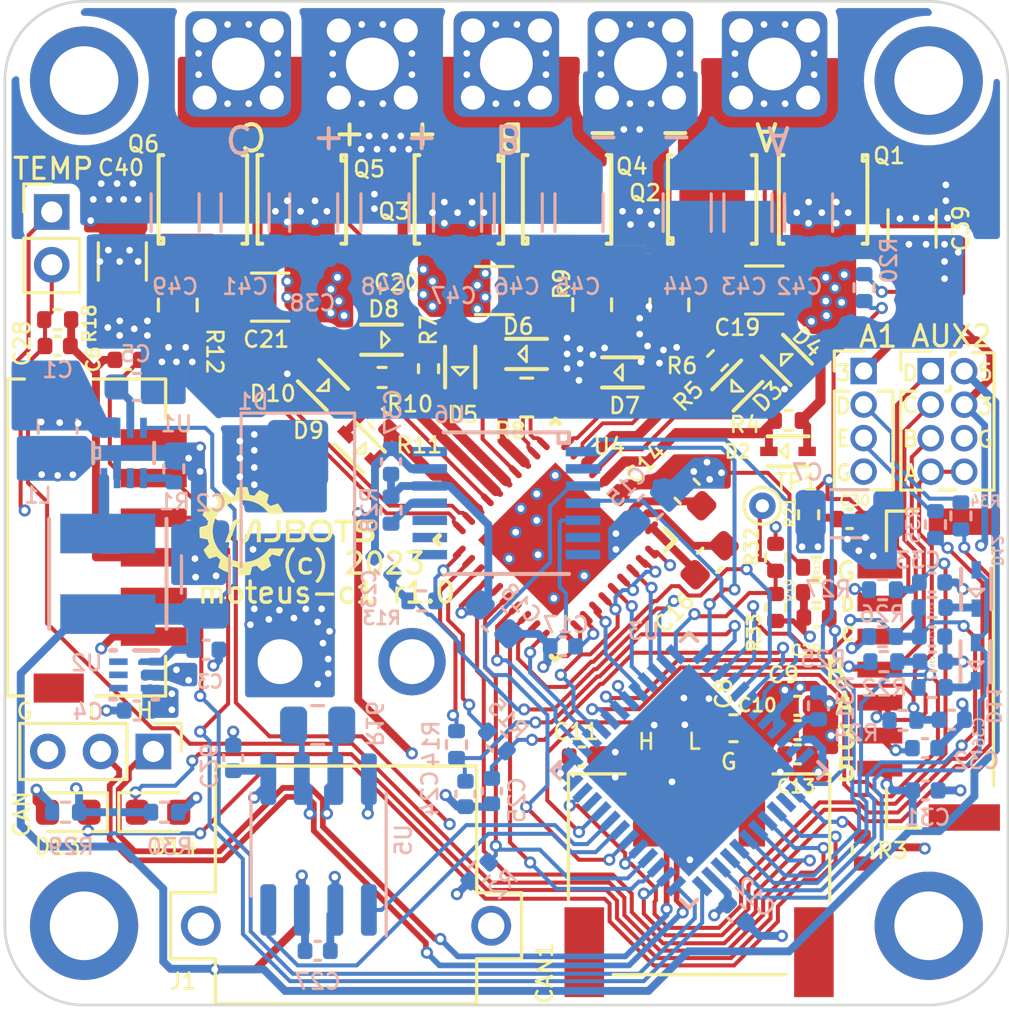
<source format=kicad_pcb>
(kicad_pcb (version 20221018) (generator pcbnew)
  (layers (0 "F.Cu" signal) (1 "In1.Cu" jumper) (2 "In2.Cu" signal) (31 "B.Cu" signal) (34 "B.Paste" user) (35 "F.Paste" user) (36 "B.SilkS" user "B.Silkscreen") (37 "F.SilkS" user "F.Silkscreen") (38 "B.Mask" user) (39 "F.Mask" user) (44 "Edge.Cuts" user))
  (net 0 "")
  (net 1 "V+")
  (net 2 "GND")
  (net 3 "Net-(U1-VCC)")
  (net 4 "+5V")
  (net 5 "+3V")
  (net 6 "/stm32g4/NRST")
  (net 7 "Net-(U4-VCP)")
  (net 8 "Net-(U4-CPL)")
  (net 9 "Net-(U4-CPH)")
  (net 10 "Net-(U4-DVDD)")
  (net 11 "/Current Sense/FCUR1")
  (net 12 "/Current Sense/FCUR2")
  (net 13 "/Current Sense/FCUR3")
  (net 14 "/VT Sense/VBAT_SENSE")
  (net 15 "/VT Sense/VTEMP_FET")
  (net 16 "/VT Sense/VTEMP_MOT")
  (net 17 "/aux2/AUX2_D")
  (net 18 "/aux2/AUX2_C")
  (net 19 "/aux2/AUX2_B")
  (net 20 "/aux2/AUX2_A")
  (net 21 "GNDPWR")
  (net 22 "/Gate Driver/GHA")
  (net 23 "/Gate Driver/GLA")
  (net 24 "/Gate Driver/GHB")
  (net 25 "/Gate Driver/GLB")
  (net 26 "/Gate Driver/GLC")
  (net 27 "/aux2/AUX2_I2C_PULLUP")
  (net 28 "/LED Sense/LED1")
  (net 29 "/LED Sense/LED2")
  (net 30 "/stm32g4/SWDIO")
  (net 31 "/stm32g4/SWCLK")
  (net 32 "/Gate Driver/GHC")
  (net 33 "Net-(U1-LX)")
  (net 34 "Net-(U1-MODE)")
  (net 35 "/Gate Driver/DRV8323_MISO")
  (net 36 "/Gate Driver/DRV8323_FAULT")
  (net 37 "/Current Sense/CUR1")
  (net 38 "/Current Sense/CUR2")
  (net 39 "/Current Sense/CUR3")
  (net 40 "/LED Sense/DAC")
  (net 45 "/Gate Driver/DRV8323_MOSI")
  (net 46 "/Gate Driver/MOTOR_ENABLE")
  (net 47 "/Gate Driver/MOTOR_HIZ")
  (net 48 "/Gate Driver/MOTOR1")
  (net 49 "/Gate Driver/MOTOR2")
  (net 50 "/Gate Driver/MOTOR3")
  (net 51 "/aux1/AUX1_A")
  (net 52 "/aux1/AUX1_C")
  (net 53 "/Gate Driver/DRV8323_CS")
  (net 54 "/aux1/AS5047_CS")
  (net 56 "/Gate Driver/DRV8323_SCLK")
  (net 57 "/aux1/AUX1_B")
  (net 58 "/CAN/CAN_RX")
  (net 59 "/CAN/CAN_TX")
  (net 60 "/stm32g4/AUX1_I2C_PULLUP")
  (net 62 "/aux2/AUX2P_D")
  (net 63 "/aux2/AUX2P_C")
  (net 64 "/aux2/AUX2P_B")
  (net 65 "/aux2/AUX2P_A")
  (net 66 "/CAN/CAN_P")
  (net 67 "/CAN/CAN_N")
  (net 68 "/H Bridge A/SXX_P")
  (net 69 "/H Bridge B/SXX_P")
  (net 70 "/H Bridge C/SXX_P")
  (net 71 "/H Bridge A/SXX_N")
  (net 72 "/H Bridge B/SXX_N")
  (net 73 "/H Bridge C/SXX_N")
  (net 75 "Net-(D11-Pad1)")
  (net 76 "Net-(D12-Pad1)")
  (net 77 "Net-(D13-A)")
  (net 78 "Net-(D14-A)")
  (net 79 "Net-(U6-VDD)")
  (net 86 "Net-(U3A-PB10)")
  (net 87 "/H Bridge A/GHX_Q")
  (net 88 "/H Bridge B/GHX_Q")
  (net 89 "/H Bridge C/GHX_Q")
  (net 90 "/H Bridge A/GLX_Q")
  (net 91 "/H Bridge B/GLX_Q")
  (net 92 "/H Bridge C/GLX_Q")
  (net 93 "/H Bridge A/OUTX")
  (net 94 "/H Bridge B/OUTX")
  (net 95 "/H Bridge C/OUTX")
  (net 96 "/H Bridge A/SPX_Q")
  (net 97 "/H Bridge B/SPX_Q")
  (net 98 "/H Bridge C/SPX_Q")
  (net 103 "/aux1/AUX1_D")
  (net 104 "/aux1/AUX1_E")
  (net 106 "/aux1/AUX1P_D")
  (net 107 "/aux1/AUX1P_E")
  (footprint "Resistor_SMD:R_0402_1005Metric" (layer "F.Cu") (at 161.45 100.44 -90)
    (fp_text reference "R21")
    (fp_text value "10k 1%" hide)
  )
  (footprint "Capacitor_SMD:C_1206_3216Metric" (layer "F.Cu") (at 141.05 92.2 180)
    (fp_text reference "C21")
    (fp_text value "0.1uF 100V" hide)
  )
  (footprint "moteus:AMASS_XT30PW-M" (layer "F.Cu") (at 143.925 116 180)
    (fp_text reference "J1")
    (fp_text value "XT30PW-M" hide)
  )
  (footprint "Capacitor_SMD:C_1206_3216Metric" (layer "F.Cu") (at 165.37 89.6 -90)
    (fp_text reference "C39")
    (fp_text value "4.7uF 100V" hide)
  )
  (footprint "Capacitor_SMD:C_0603_1608Metric" (layer "F.Cu") (at 156.85 99.55 -45)
    (fp_text reference "C14")
    (fp_text value "1uF 25V" hide)
  )
  (footprint "Capacitor_SMD:C_0402_1005Metric" (layer "F.Cu") (at 163 100.6 180)
    (fp_text reference "C30")
    (fp_text value "0.1uF" hide)
  )
  (footprint "moteus:SOD-523_STM" (layer "F.Cu") (at 160.67 98.04)
    (fp_text reference "D2")
    (fp_text value "BAT41KFILM" hide)
  )
  (footprint "moteus:NetTie-2_SMD_Pad0.2" (layer "F.Cu") (at 156.175 93.06 -90)
    (fp_text reference "NT3" hide)
    (fp_text value "NetTie_2" hide)
  )
  (footprint "moteus:M2.5_MOUNT" (layer "F.Cu") (at 134 84)
    (fp_text reference "MOUNT1" hide)
    (fp_text value "M2.5_MOUNT" hide)
  )
  (footprint "Capacitor_SMD:C_0402_1005Metric" (layer "F.Cu") (at 133 94.05)
    (fp_text reference "C28")
    (fp_text value "0.1uF" hide)
  )
  (footprint "moteus:TSON Advance_TOS" (layer "F.Cu") (at 142.25 88.5 -90)
    (fp_text reference "Q5")
    (fp_text value "TPN19008QM_LQ" hide)
  )
  (footprint "LED_SMD:LED_0603_1608Metric" (layer "F.Cu") (at 136.8 111.7)
    (fp_text reference "D14")
    (fp_text value "LED" hide)
  )
  (footprint "moteus:M2.5_MOUNT" (layer "F.Cu") (at 134 116)
    (fp_text reference "MOUNT3" hide)
    (fp_text value "M2.5_MOUNT" hide)
  )
  (footprint "Connector_PinHeader_2.00mm:PinHeader_1x02_P2.00mm_Vertical" (layer "F.Cu") (at 132.775 88.975)
    (fp_text reference "TEMP1" hide)
    (fp_text value "Conn_01x02_Pin" hide)
  )
  (footprint "moteus:JST_S6B-ZR-SM4A-TF(LF)(SN)" (layer "F.Cu") (at 136.64 101.3 -90)
    (fp_text reference "SWD1" hide)
    (fp_text value "S6B-ZR-SM4A-TF(LF)(SN)" hide)
  )
  (footprint "Resistor_SMD:R_0402_1005Metric" (layer "F.Cu") (at 158 94.6 45)
    (fp_text reference "R5")
    (fp_text value "0" hide)
  )
  (footprint "moteus:M2.5_MOUNT" (layer "F.Cu") (at 166 84)
    (fp_text reference "MOUNT2" hide)
    (fp_text value "M2.5_MOUNT" hide)
  )
  (footprint "moteus:TSON Advance_TOS" (layer "F.Cu") (at 138.5 88.5 90)
    (fp_text reference "Q6")
    (fp_text value "TPN19008QM_LQ" hide)
  )
  (footprint "moteus:RTA0040B" (layer "F.Cu") (at 151.857969 101.390813 -135)
    (fp_text reference "U4")
    (fp_text value "DRV8323SRTAR" hide)
  )
  (footprint "Resistor_SMD:R_0402_1005Metric" (layer "F.Cu") (at 160.68 96.87)
    (fp_text reference "R4")
    (fp_text value "0" hide)
  )
  (footprint "moteus:SOD-523_STM" (layer "F.Cu") (at 160.625 94.575 -45)
    (fp_text reference "D4")
    (fp_text value "BAT41KFILM" hide)
  )
  (footprint "moteus:SOD-523_STM" (layer "F.Cu") (at 145.27 93.81 180)
    (fp_text reference "D8")
    (fp_text value "BAT41KFILM" hide)
  )
  (footprint "TestPoint:TestPoint_THTPad_D1.0mm_Drill0.5mm" (layer "F.Cu") (at 159.7 100.1)
    (fp_text reference "TP1")
    (fp_text value "TestPoint" hide)
  )
  (footprint "moteus:POWER_M2.5" (layer "F.Cu") (at 155.08 83.375)
    (fp_text reference "VN1" hide)
    (fp_text value "Conn_01x01" hide)
  )
  (footprint "Resistor_SMD:R_0402_1005Metric" (layer "F.Cu") (at 160.2 102.05 -90)
    (fp_text reference "R32")
    (fp_text value "DNP" hide)
  )
  (footprint "moteus:SOD-523_STM" (layer "F.Cu") (at 148.25 94.85 90)
    (fp_text reference "D5")
    (fp_text value "BAT41KFILM" hide)
  )
  (footprint "Resistor_SMD:R_0402_1005Metric" (layer "F.Cu") (at 161.75 102.43)
    (fp_text reference "R17")
    (fp_text value "100k 1%" hide)
  )
  (footprint "moteus:SOD-523_STM" (layer "F.Cu") (at 158.75 95.55 45)
    (fp_text reference "D3")
    (fp_text value "BAT41KFILM" hide)
  )
  (footprint "Capacitor_SMD:C_1206_3216Metric" (layer "F.Cu") (at 159.77 91.93 180)
    (fp_text reference "C19")
    (fp_text value "0.1uF 100V" hide)
  )
  (footprint "Connector_PinHeader_2.00mm:PinHeader_1x03_P2.00mm_Vertical" (layer "F.Cu") (at 136.625 109.4 -90)
    (fp_text reference "CAN_DBG1" hide)
    (fp_text value "Conn_01x03_Pin" hide)
  )
  (footprint "moteus:JST_S3B-PH-SM4-TB(LF)(SN)" (layer "F.Cu") (at 157.3 111.25 180)
    (fp_text reference "CAN1")
    (fp_text value "S3B-PH-SM4-TB(LF)(SN)" hide)
  )
  (footprint "Capacitor_SMD:C_0603_1608Metric" (layer "F.Cu") (at 158.605 108.52 180)
    (fp_text reference "C8")
    (fp_text value "4.7uF" hide)
  )
  (footprint "moteus:POWER_M2.5" (layer "F.Cu") (at 160.16 83.375)
    (fp_text reference "X1" hide)
    (fp_text value "Conn_01x01" hide)
  )
  (footprint "Resistor_SMD:R_0402_1005Metric" (layer "F.Cu") (at 163.4874 113.1318 90)
    (fp_text reference "R3")
    (fp_text value "2k" hide)
  )
  (footprint "Capacitor_SMD:C_0402_1005Metric" (layer "F.Cu") (at 161.03 107.67)
    (fp_text reference "C9")
    (fp_text value "0.1uF" hide)
  )
  (footprint "Capacitor_SMD:C_0402_1005Metric" (layer "F.Cu") (at 152.86 109.59)
    (fp_text reference "C11")
    (fp_text value "0.1uF" hide)
  )
  (footprint "Resistor_SMD:R_0402_1005Metric" (layer "F.Cu") (at 133 93.05)
    (fp_text reference "R18")
    (fp_text value "10k 1%" hide)
  )
  (footprint "Capacitor_SMD:C_0402_1005Metric" (layer "F.Cu") (at 161.03 109.51 180)
    (fp_text reference "C13")
    (fp_text value "0.1uF" hide)
  )
  (footprint "moteus:TSON Advance_TOS" (layer "F.Cu") (at 148.2 88.5 -90)
    (fp_text reference "Q3")
    (fp_text value "TPN19008QM_LQ" hide)
  )
  (footprint "moteus:SOD-523_STM" (layer "F.Cu") (at 143.05 95.53 135)
    (fp_text reference "D10")
    (fp_text value "BAT41KFILM" hide)
  )
  (footprint "moteus:M2.5_MOUNT" (layer "F.Cu") (at 166 116)
    (fp_text reference "MOUNT4" hide)
    (fp_text value "M2.5_MOUNT" hide)
  )
  (footprint "Resistor_SMD:R_0805_2012Metric" (layer "F.Cu") (at 156.175 92.4925 -90)
    (fp_text reference "R6")
    (fp_text value "2mOhm" hide)
  )
  (footprint "Resistor_SMD:R_0402_1005Metric" (layer "F.Cu") (at 145.29 95.24 180)
    (fp_text reference "R10")
    (fp_text value "0" hide)
  )
  (footprint "moteus:TSON Advance_TOS" (layer "F.Cu") (at 157.8 88.5 90)
    (fp_text reference "Q2")
    (fp_text value "TPN19008QM_LQ" hide)
  )
  (footprint "Resistor_SMD:R_0402_1005Metric" (layer "F.Cu") (at 145.14 96.81 135)
    (fp_text reference "R11")
    (fp_text value "0" hide)
  )
  (footprint "moteus:POWER_M2.5" (layer "F.Cu") (at 150 83.375)
    (fp_text reference "X2" hide)
    (fp_text value "Conn_01x01" hide)
  )
  (footprint "moteus:NetTie-2_SMD_Pad0.2" (layer "F.Cu") (at 153.25 91.9325 90)
    (fp_text reference "NT4" hide)
    (fp_text value "NetTie_2" hide)
  )
  (footprint "Resistor_SMD:R_0805_2012Metric" (layer "F.Cu") (at 137.55 92.5 -90)
    (fp_text reference "R12")
    (fp_text value "2mOhm" hide)
  )
  (footprint "Resistor_SMD:R_0402_1005Metric" (layer "F.Cu") (at 147.05 94.91 90)
    (fp_text reference "R7")
    (fp_text value "0" hide)
  )
  (footprint "moteus:SOD-523_STM" (layer "F.Cu") (at 144.45 97.91 135)
    (fp_text reference "D9")
    (fp_text value "BAT41KFILM" hide)
  )
  (footprint "Capacitor_SMD:C_1206_3216Metric" (layer "F.Cu") (at 135.45 90.85 -90)
    (fp_text reference "C40")
    (fp_text value "4.7uF 100V" hide)
  )
  (footprint "moteus:TSON Advance_TOS" (layer "F.Cu") (at 162 88.5 -90)
    (fp_text reference "Q1")
    (fp_text value "TPN19008QM_LQ" hide)
  )
  (footprint "Resistor_SMD:R_0402_1005Metric" (layer "F.Cu") (at 160.2 103.95 -90)
    (fp_text reference "R33")
    (fp_text value "DNP" hide)
  )
  (footprint "Resistor_SMD:R_0805_2012Metric" (layer "F.Cu") (at 153.25 92.4875 -90)
    (fp_text reference "R9")
    (fp_text value "2mOhm" hide)
  )
  (footprint "Resistor_SMD:R_0805_2012Metric" (layer "F.Cu") (at 150.77 96)
    (fp_text reference "R8")
    (fp_text value "0" hide)
  )
  (footprint "moteus:TSON Advance_TOS" (layer "F.Cu") (at 152.3 88.5 90)
    (fp_text reference "Q4")
    (fp_text value "TPN19008QM_LQ" hide)
  )
  (footprint "moteus:NetTie-2_SMD_Pad0.2" (layer "F.Cu") (at 153.2 93.0425 -90)
    (fp_text reference "NT5" hide)
    (fp_text value "NetTie_2" hide)
  )
  (footprint "moteus:NetTie-2_SMD_Pad0.2" (layer "F.Cu") (at 137.525 91.9625 90)
    (fp_text reference "NT6" hide)
    (fp_text value "NetTie_2" hide)
  )
  (footprint "moteus:SOD-523_STM" (layer "F.Cu") (at 150.7639 94.35)
    (fp_text reference "D6")
    (fp_text value "BAT41KFILM" hide)
  )
  (footprint "Capacitor_SMD:C_0402_1005Metric" (layer "F.Cu") (at 161.75 104.33 180)
    (fp_text reference "C29")
    (fp_text value "0.1uF" hide)
  )
  (footprint "Capacitor_SMD:C_0402_1005Metric" (layer "F.Cu") (at 135.65 94.575 180)
    (fp_text reference "C6")
    (fp_text value "0.1uF" hide)
  )
  (footprint "Capacitor_SMD:C_1206_3216Metric" (layer "F.Cu") (at 149.54 91.95)
    (fp_text reference "C20")
    (fp_text value "0.1uF 100V" hide)
  )
  (footprint "moteus:SOD-523_STM" (layer "F.Cu") (at 154.4 95.05)
    (fp_text reference "D7")
    (fp_text value "BAT41KFILM" hide)
  )
  (footprint "moteus:NetTie-2_SMD_Pad0.2" (layer "F.Cu") (at 137.525 93.0375 -90)
    (fp_text reference "NT7" hide)
    (fp_text value "NetTie_2" hide)
  )
  (footprint "Connector_PinHeader_1.27mm:PinHeader_1x04_P1.27mm_Vertical" (layer "F.Cu") (at 163.535 94.9962)
    (fp_text reference "AUX1" hide)
    (fp_text value "Conn_01x04" hide)
  )
  (footprint "Capacitor_SMD:C_0402_1005Metric" (layer "F.Cu") (at 161.03 108.59)
    (fp_text reference "C10")
    (fp_text value "1uF" hide)
  )
  (footprint "Capacitor_SMD:C_0603_1608Metric" (layer "F.Cu") (at 157.7 102.16 45)
    (fp_text reference "C16")
    (fp_text value "47nF 100V" hide)
  )
  (footprint "moteus:POWER_M2.5" (layer "F.Cu") (at 139.84 83.375)
    (fp_text reference "X3" hide)
    (fp_text value "Conn_01x01" hide)
  )
  (footprint "LED_SMD:LED_0603_1608Metric" (layer "F.Cu") (at 133.4 111.7 180)
    (fp_text reference "D13")
    (fp_text value "LED" hide)
  )
  (footprint "moteus:JST_SM07B-GHS-TB(LF)(SN)" (layer "F.Cu") (at 166 106.3 90)
    (fp_text reference "AUX2")
    (fp_text value "SM07B-GHS-TB(LF)(SN)" hide)
  )
  (footprint "moteus:POWER_M2.5" (layer "F.Cu") (at 144.92 83.375)
    (fp_text reference "VP1" hide)
    (fp_text value "Conn_01x01" hide)
  )
  (footprint "Resistor_SMD:R_0402_1005Metric" (layer "F.Cu") (at 161.75 103.38 180)
    (fp_text reference "R19")
    (fp_text value "4.7k 1%" hide)
  )
  (footprint "moteus:NetTie-2_SMD_Pad0.2" (layer "F.Cu") (at 156.175 91.925 90)
    (fp_text reference "NT2" hide)
    (fp_text value "NetTie_2" hide)
  )
  (footprint "Connector_PinHeader_1.27mm:PinHeader_2x04_P1.27mm_Vertical" (layer "F.Cu") (at 166.075 95)
    (fp_text reference "AUX2H1" hide)
    (fp_text value "Conn_02x04_Odd_Even" hide)
  )
  (footprint "Resistor_SMD:R_0402_1005Metric" (layer "B.Cu") (at 164.25 105.05)
    (fp_text reference "R26")
    (fp_text value "100" hide)
  )
  (footprint "Resistor_SMD:R_0402_1005Metric" (layer "B.Cu") (at 145.63 100.265 90)
    (fp_text reference "R28")
    (fp_text value "0" hide)
  )
  (footprint "Resistor_SMD:R_0402_1005Metric" (layer "B.Cu") (at 137.05 111.7)
    (fp_text reference "R30")
    (fp_text value "560" hide)
  )
  (footprint "Capacitor_SMD:C_0402_1005Metric" (layer "B.Cu") (at 152.14 105.42)
    (fp_text reference "C17")
    (fp_text value "1uF" hide)
  )
  (footprint "Capacitor_SMD:C_0402_1005Metric" (layer "B.Cu") (at 166.875 108.2)
    (fp_text reference "C36")
    (fp_text value "DNP" hide)
  )
  (footprint "Capacitor_SMD:C_1206_3216Metric" (layer "B.Cu") (at 148.15 89 -90)
    (fp_text reference "C47")
    (fp_text value "4.7uF 100V" hide)
  )
  (footprint "Resistor_SMD:R_0402_1005Metric" (layer "B.Cu") (at 137.4 98.7 90)
    (fp_text reference "R1")
    (fp_text value "0" hide)
  )
  (footprint "Capacitor_SMD:C_0603_1608Metric" (layer "B.Cu") (at 155.45 100.15 45)
    (fp_text reference "C15")
    (fp_text value "0.1uF 100V" hide)
  )
  (footprint "Resistor_SMD:R_0402_1005Metric" (layer "B.Cu") (at 163.55 91.84 -90)
    (fp_text reference "R20")
    (fp_text value "47k NTC" hide)
  )
  (footprint "Resistor_SMD:R_0402_1005Metric" (layer "B.Cu") (at 164.25 103.275)
    (fp_text reference "R27")
    (fp_text value "100" hide)
  )
  (footprint "Resistor_SMD:R_0402_1005Metric" (layer "B.Cu") (at 149.64 109.02 -45)
    (fp_text reference "R15")
    (fp_text value "22" hide)
  )
  (footprint "Capacitor_SMD:C_0402_1005Metric" (layer "B.Cu") (at 149.45 110.9 -90)
    (fp_text reference "C25")
    (fp_text value "1000pF" hide)
  )
  (footprint "Capacitor_SMD:C_0402_1005Metric" (layer "B.Cu") (at 166.125 105.05)
    (fp_text reference "C34")
    (fp_text value "DNP" hide)
  )
  (footprint "Capacitor_SMD:C_1206_3216Metric" (layer "B.Cu") (at 140.1 89 -90)
    (fp_text reference "C41")
    (fp_text value "4.7uF 100V" hide)
  )
  (footprint "Resistor_SMD:R_0402_1005Metric" (layer "B.Cu") (at 164.3 106)
    (fp_text reference "R25")
    (fp_text value "100" hide)
  )
  (footprint "Resistor_SMD:R_0402_1005Metric" (layer "B.Cu") (at 148.11 109.14 -90)
    (fp_text reference "R14")
    (fp_text value "22" hide)
  )
  (footprint "Capacitor_SMD:C_0402_1005Metric" (layer "B.Cu") (at 145.35 102.35 135)
    (fp_text reference "C23")
    (fp_text value "1000pF" hide)
  )
  (footprint "Capacitor_SMD:C_1206_3216Metric" (layer "B.Cu") (at 163 100.4)
    (fp_text reference "C7")
    (fp_text value "10uF" hide)
  )
  (footprint "Capacitor_SMD:C_1206_3216Metric" (layer "B.Cu") (at 152.75 89 -90)
    (fp_text reference "C45")
    (fp_text value "4.7uF 100V" hide)
  )
  (footprint "Capacitor_SMD:C_0603_1608Metric" (layer "B.Cu") (at 149.55 104.4 135)
    (fp_text reference "C18")
    (fp_text value "1uF" hide)
  )
  (footprint "moteus:UFQFPN-48_7X7X0P55MM" (layer "B.Cu") (at 156.91704 110.112299 -45)
    (fp_text reference "U3")
    (fp_text value "STM32G474CEU6" hide)
  )
  (footprint "moteus:SOD-523_STM" (layer "B.Cu") (at 167.775 106 90)
    (fp_text reference "D11")
    (fp_text value "BAT41KFILM" hide)
  )
  (footprint "Diode_SMD:D_SMB" (layer "B.Cu") (at 142.1 100.25 -90)
    (fp_text reference "D1")
    (fp_text value "SMBJ51D-M3/I" hide)
  )
  (footprint "Resistor_SMD:R_0402_1005Metric" (layer "B.Cu") (at 161.825 107.675 90)
    (fp_text reference "R31")
    (fp_text value "2k" hide)
  )
  (footprint "Capacitor_SMD:C_0402_1005Metric" (layer "B.Cu") (at 166.125 103)
    (fp_text reference "C33")
    (fp_text value "DNP" hide)
  )
  (footprint "Capacitor_SMD:C_0805_2012Metric" (layer "B.Cu") (at 133 97.1 -90)
    (fp_text reference "C1")
    (fp_text value "1uF 100V" hide)
  )
  (footprint "moteus:IND_4018-WE-LQS_WRE" (layer "B.Cu") (at 134.9 102.675002 90)
    (fp_text reference "L1")
    (fp_text value "47uH" hide)
  )
  (footprint "Capacitor_SMD:C_0402_1005Metric" (layer "B.Cu") (at 139.65 109.65 90)
    (fp_text reference "C26")
    (fp_text value "0.1uF" hide)
  )
  (footprint "Capacitor_SMD:C_0402_1005Metric" (layer "B.Cu") (at 158.725 115.525 -45)
    (fp_text reference "C12")
    (fp_text value "0.1uF" hide)
  )
  (footprint "Resistor_SMD:R_0402_1005Metric" (layer "B.Cu") (at 166.125 106.975 180)
    (fp_text reference "R22")
    (fp_text value "2k" hide)
  )
  (footprint "Resistor_SMD:R_0402_1005Metric" (layer "B.Cu") (at 167.2212 100.4826 -90)
    (fp_text reference "R34")
    (fp_text value "100" hide)
  )
  (footprint "Resistor_SMD:R_0402_1005Metric" (layer "B.Cu") (at 133.3 111.7 180)
    (fp_text reference "R29")
    (fp_text value "560" hide)
  )
  (footprint "moteus:21-0487A_MXM" (layer "B.Cu") (at 135.5 98.1 -90)
    (fp_text reference "U1")
    (fp_text value "MAX15062BATA+T" hide)
  )
  (footprint "moteus:TSSOP14_OSM" (layer "B.Cu") (at 150 100 180)
    (fp_text reference "U6")
    (fp_text value "AS5047P-ATSM" hide)
  )
  (footprint "Resistor_SMD:R_0402_1005Metric" (layer "B.Cu") (at 165.025 108.225)
    (fp_text reference "R24")
    (fp_text value "100" hide)
  )
  (footprint "Resistor_SMD:R_0402_1005Metric" (layer "B.Cu") (at 146.8 103.7 180)
    (fp_text reference "R13")
    (fp_text value "22" hide)
  )
  (footprint "Resistor_SMD:R_0402_1005Metric" (layer "B.Cu") (at 166.256 100.8128 -90)
    (fp_text reference "R35")
    (fp_text value "100" hide)
  )
  (footprint "Resistor_SMD:R_0402_1005Metric" (layer "B.Cu") (at 166.125 103.95 180)
    (fp_text reference "R23")
    (fp_text value "2k" hide)
  )
  (footprint "moteus:SOIC-8_3.9x4.9mm_P1.27mm" (layer "B.Cu") (at 142.885 112.925 90)
    (fp_text reference "U5")
    (fp_text value "TCAN1057AEV-Q1")
  )
  (footprint "Resistor_SMD:R_0402_1005Metric" (layer "B.Cu") (at 148.975 113.95 45)
    (fp_text reference "R2")
    (fp_text value "2k" hide)
  )
  (footprint "Capacitor_SMD:C_1206_3216Metric" (layer "B.Cu") (at 161.45 89 -90)
    (fp_text reference "C42")
    (fp_text value "4.7uF 100V" hide)
  )
  (footprint "Capacitor_SMD:C_0402_1005Metric" (layer "B.Cu") (at 165.875 110.875)
    (fp_text reference "C31")
    (fp_text value "1uF" hide)
  )
  (footprint "Capacitor_SMD:C_0402_1005Metric" (layer "B.Cu") (at 136 107.85 180)
    (fp_text reference "C4")
    (fp_text value "1uF" hide)
  )
  (footprint "Capacitor_SMD:C_1206_3216Metric" (layer "B.Cu") (at 142.7 89 -90)
    (fp_text reference "C38")
    (fp_text value "4.7uF 100V" hide)
  )
  (footprint "moteus:SOD-523_STM" (layer "B.Cu") (at 167.8 103.25 90)
    (fp_text reference "D12")
    (fp_text value "BAT41KFILM" hide)
  )
  (footprint "Capacitor_SMD:C_0402_1005Metric" (layer "B.Cu") (at 142.85 116.95)
    (fp_text reference "C27")
    (fp_text value "0.1uF" hide)
  )
  (footprint "Capacitor_SMD:C_0402_1005Metric" (layer "B.Cu") (at 148.45 111.01 -90)
    (fp_text reference "C24")
    (fp_text value "1000pF" hide)
  )
  (footprint "moteus:DSE0006A" (layer "B.Cu") (at 135.899999 106.500001 180)
    (fp_text reference "U2")
    (fp_text value "TLV70233DSER" hide)
  )
  (footprint "Capacitor_SMD:C_1206_3216Metric" (layer "B.Cu") (at 150.45 89 -90)
    (fp_text reference "C46")
    (fp_text value "4.7uF 100V" hide)
  )
  (footprint "Capacitor_SMD:C_1206_3216Metric" (layer "B.Cu") (at 156.85 89 -90)
    (fp_text reference "C44")
    (fp_text value "4.7uF 100V" hide)
  )
  (footprint "Capacitor_SMD:C_1206_3216Metric" (layer "B.Cu") (at 138.6 102.7 90)
    (fp_text reference "C2")
    (fp_text value "22uF" hide)
  )
  (footprint "moteus:NetTie-2_SMD_Pad0.254mm" (layer "B.Cu") (at 134.83 98.1)
    (fp_text reference "NT1" hide)
    (fp_text value "NetTie_2" hide)
  )
  (footprint "Capacitor_SMD:C_0402_1005Metric" (layer "B.Cu") (at 138.63 105.55)
    (fp_text reference "C3")
    (fp_text value "1uF" hide)
  )
  (footprint "Capacitor_SMD:C_1206_3216Metric" (layer "B.Cu") (at 137.45 89 -90)
    (fp_text reference "C49")
    (fp_text value "4.7uF 100V" hide)
  )
  (footprint "Capacitor_SMD:C_1206_3216Metric" (layer "B.Cu") (at 159.15 89 -90)
    (fp_text reference "C43")
    (fp_text value "4.7uF 100V" hide)
  )
  (footprint "Capacitor_SMD:C_0402_1005Metric" (layer "B.Cu") (at 145.63 98.42 90)
    (fp_text reference "C37")
    (fp_text value "0.1uF" hide)
  )
  (footprint "Resistor_SMD:R_0805_2012Metric" (layer "B.Cu") (at 142.85 108.4 180)
    (fp_text reference "R16")
    (fp_text value "120" hide)
  )
  (footprint "Capacitor_SMD:C_0402_1005Metric" (layer "B.Cu") (at 165.86 109.275)
    (fp_text reference "C32")
    (fp_text value "1uF" hide)
  )
  (footprint "Capacitor_SMD:C_1206_3216Metric" (layer "B.Cu") (at 145.4 89 -90)
    (fp_text reference "C48")
    (fp_text value "4.7uF 100V" hide)
  )
  (footprint "Capacitor_SMD:C_0402_1005Metric" (layer "B.Cu") (at 166.15 106)
    (fp_text reference "C35")
    (fp_text value "DNP" hide)
  )
  (footprint "Capacitor_SMD:C_0603_1608Metric" (layer "B.Cu") (at 136 95.6)
    (fp_text reference "C5")
    (fp_text value "1uF" hide)
  )
  (gr_poly (pts (xy 144.945031 100.772775) (xy 144.505823 100.772775) (xy 144.498653 100.772886) (xy 144.491728 100.773221) (xy 144.485049 100.773779) (xy 144.478616 100.77456) (xy 144.47243 100.775565) (xy 144.46649 100.776793) (xy 144.460798 100.778244) (xy 144.455353 100.779918) (xy 144.450157 100.781816) (xy 144.445209 100.783937) (xy 144.440509 100.786281) (xy 144.436059 100.788848) (xy 144.431859 100.791638) (xy 144.427908 100.794652) (xy 144.424208 100.797889) (xy 144.420759 100.801349) (xy 144.417539 100.804983) (xy 144.414527 100.808741) (xy 144.411722 100.812623) (xy 144.409126 100.816629) (xy 144.406736 100.820759) (xy 144.404555 100.825013) (xy 144.402582 100.829391) (xy 144.400816 100.833893) (xy 144.399258 100.838519) (xy 144.397908 100.843269) (xy 144.396765 100.848143) (xy 144.39583 100.853142) (xy 144.395103 100.858264) (xy 144.394584 100.86351) (xy 144.394272 100.86888) (xy 144.394168 100.874374) (xy 144.394255 100.879125) (xy 144.394517 100.883852) (xy 144.394956 100.888557) (xy 144.395574 100.893243) (xy 144.396371 100.897909) (xy 144.397349 100.902559) (xy 144.398511 100.907193) (xy 144.399857 100.911813) (xy 144.40061 100.914106) (xy 144.401432 100.91637) (xy 144.402322 100.918606) (xy 144.40328 100.920813) (xy 144.404306 100.92299) (xy 144.405401 100.925138) (xy 144.406563 100.927255) (xy 144.407794 100.929342) (xy 144.409093 100.931397) (xy 144.410461 100.933422) (xy 144.411896 100.935414) (xy 144.4134 100.937374) (xy 144.414972 100.939302) (xy 144.416612 100.941197) (xy 144.418321 100.943058) (xy 144.420097 100.944886) (xy 144.42197 100.946695) (xy 144.423917 100.948452) (xy 144.425938 100.950157) (xy 144.428033 100.95181) (xy 144.430201 100.953413) (xy 144.432443 100.954964) (xy 144.434758 100.956465) (xy 144.437146 100.957917) (xy 144.439607 100.959318) (xy 144.442141 100.96067) (xy 144.444747 100.961974) (xy 144.447426 100.963229) (xy 144.450176 100.964436) (xy 144.452999 100.965595) (xy 144.455893 100.966707) (xy 144.458859 100.967772) (xy 144.465084 100.969682) (xy 144.471755 100.971342) (xy 144.478869 100.972751) (xy 144.486425 100.973907) (xy 144.494421 100.974809) (xy 144.502856 100.975455) (xy 144.511728 100.975844) (xy 144.521036 100.975974) (xy 144.72159 100.975974) (xy 144.732428 100.976061) (xy 144.743016 100.976322) (xy 144.753352 100.976756) (xy 144.763438 100.977363) (xy 144.773273 100.978145) (xy 144.782859 100.9791) (xy 144.792194 100.980228) (xy 144.801279 100.981531) (xy 144.810115 100.983006) (xy 144.818702 100.984656) (xy 144.827039 100.986479) (xy 144.835127 100.988476) (xy 144.842967 100.990646) (xy 144.850558 100.99299) (xy 144.8579 100.995508) (xy 144.864994 100.998199) (xy 144.871874 101.001029) (xy 144.878574 101.00396) (xy 144.885094 101.006995) (xy 144.891432 101.010132) (xy 144.897589 101.013373) (xy 144.903564 101.016717) (xy 144.909357 101.020164) (xy 144.914968 101.023715) (xy 144.920395 101.02737) (xy 144.925639 101.031129) (xy 144.9307 101.034992) (xy 144.935576 101.03896) (xy 144.940268 101.043032) (xy 144.944775 101.047209) (xy 144.949097 101.051491) (xy 144.953233 101.055878) (xy 144.957197 101.060357) (xy 144.961003 101.064914) (xy 144.964651 101.069549) (xy 144.96814 101.074263) (xy 144.971472 101.079056) (xy 144.974645 101.083928) (xy 144.977661 101.08888) (xy 144.980518 101.093912) (xy 144.983217 101.099025) (xy 144.985758 101.104219) (xy 144.988141 101.109494) (xy 144.990366 101.114852) (xy 144.992432 101.120291) (xy 144.994341 101.125813) (xy 144.996091 101.131417) (xy 144.997683 101.137105) (xy 144.997683 101.137106) (xy 144.997684 101.137106) (xy 144.997685 101.137106) (xy 145.000519 101.148517) (xy 145.002971 101.15993) (xy 145.005041 101.17135) (xy 145.006731 101.18278) (xy 145.008042 101.194221) (xy 145.008977 101.205678) (xy 145.009537 101.217154) (xy 145.009724 101.228652) (xy 145.009482 101.242152) (xy 145.00876 101.25537) (xy 145.007561 101.26831) (xy 145.005887 101.280973) (xy 145.003742 101.293364) (xy 145.002493 101.299457) (xy 145.001128 101.305484) (xy 144.999647 101.311444) (xy 144.99805 101.317338) (xy 144.996337 101.323166) (xy 144.994509 101.328929) (xy 144.99253 101.334587) (xy 144.990411 101.340153) (xy 144.988152 101.345625) (xy 144.985755 101.351005) (xy 144.983219 101.356292) (xy 144.980545 101.361485) (xy 144.977732 101.366585) (xy 144.974781 101.371593) (xy 144.971692 101.376507) (xy 144.968465 101.381329) (xy 144.965101 101.386057) (xy 144.961599 101.390693) (xy 144.95796 101.395235) (xy 144.954185 101.399684) (xy 144.950272 101.404041) (xy 144.946223 101.408304) (xy 144.942032 101.41244) (xy 144.937696 101.416464) (xy 144.933215 101.420377) (xy 144.928588 101.424177) (xy 144.923817 101.427864) (xy 144.918901 101.43144) (xy 144.91384 101.434902) (xy 144.908635 101.438251) (xy 144.903286 101.441487) (xy 144.897793 101.44461) (xy 144.892156 101.44762) (xy 144.886375 101.450515) (xy 144.880451 101.453297) (xy 144.874384 101.455964) (xy 144.868173 101.458517) (xy 144.86182 101.460956) (xy 144.855309 101.463263) (xy 144.848624 101.465421) (xy 144.841766 101.46743) (xy 144.834734 101.46929) (xy 144.827528 101.471002) (xy 144.820148 101.472564) (xy 144.804869 101.475243) (xy 144.788895 101.477327) (xy 144.772226 101.478815) (xy 144.754863 101.479708) (xy 144.736805 101.480006) (xy 144.259497 101.480006) (xy 144.259497 101.330119) (xy 144.741832 101.330119) (xy 144.749343 101.330002) (xy 144.756597 101.329649) (xy 144.763595 101.329061) (xy 144.770337 101.328238) (xy 144.776822 101.327182) (xy 144.783052 101.325892) (xy 144.789028 101.324368) (xy 144.794748 101.322612) (xy 144.800215 101.320623) (xy 144.805427 101.318402) (xy 144.810386 101.315949) (xy 144.815092 101.313265) (xy 144.819546 101.310349) (xy 144.823747 101.307204) (xy 144.827696 101.303827) (xy 144.831393 101.300221) (xy 144.834854 101.296434) (xy 144.838091 101.292513) (xy 144.841104 101.288459) (xy 144.843895 101.28427) (xy 144.846462 101.279947) (xy 144.848806 101.27549) (xy 144.850927 101.270899) (xy 144.852825 101.266173) (xy 144.854499 101.261312) (xy 144.85595 101.256316) (xy 144.857178 101.251185) (xy 144.858183 101.245918) (xy 144.858964 101.240515) (xy 144.859522 101.234977) (xy 144.859857 101.229303) (xy 144.859969 101.223492) (xy 144.859869 101.218395) (xy 144.859572 101.213322) (xy 144.859075 101.208275) (xy 144.858381 101.203252) (xy 144.857488 101.198254) (xy 144.856396 101.19328) (xy 144.855106 101.188332) (xy 144.853618 101.183408) (xy 144.852789 101.180972) (xy 144.851888 101.178577) (xy 144.850918 101.176222) (xy 144.849877 101.173906) (xy 144.848766 101.17163) (xy 144.847586 101.169393) (xy 144.846337 101.167195) (xy 144.845019 101.165036) (xy 144.843633 101.162916) (xy 144.84218 101.160834) (xy 144.840658 101.158791) (xy 144.83907 101.156786) (xy 144.837415 101.154819) (xy 144.835694 101.15289) (xy 144.833907 101.150999) (xy 144.832054 101.149144) (xy 144.830102 101.147355) (xy 144.828067 101.14561) (xy 144.825948 101.143908) (xy 144.823745 101.142249) (xy 144.821458 101.140633) (xy 144.819088 101.139061) (xy 144.816634 101.137533) (xy 144.814096 101.136048) (xy 144.811475 101.134606) (xy 144.808769 101.133207) (xy 144.80598 101.131852) (xy 144.803108 101.130541) (xy 144.800151 101.129273) (xy 144.797111 101.128048) (xy 144.793987 101.126867) (xy 144.79078 101.125729) (xy 144.787478 101.124648) (xy 144.78407 101.123639) (xy 144.776941 101.121832) (xy 144.769393 101.120308) (xy 144.761428 101.119065) (xy 144.753047 101.1181) (xy 144.744252 101.117413) (xy 144.735045 101.117002) (xy 144.725427 101.116865) (xy 144.526064 101.116865) (xy 144.515398 101.116782) (xy 144.50498 101.11653) (xy 144.49481 101.116111) (xy 144.484888 101.115524) (xy 144.475214 101.114768) (xy 144.465788 101.113845) (xy 144.456611 101.112752) (xy 144.447681 101.111491) (xy 144.438999 101.110061) (xy 144.430566 101.108461) (xy 144.42238 101.106693) (xy 144.414443 101.104754) (xy 144.406753 101.102646) (xy 144.399312 101.100368) (xy 144.392119 101.09792) (xy 144.385173 101.095302) (xy 144.378444 101.092544) (xy 144.371897 101.089677) (xy 144.365533 101.086702) (xy 144.359352 101.083619) (xy 144.353354 101.080427) (xy 144.347538 101.077126) (xy 144.341906 101.073717) (xy 144.336457 101.070199) (xy 144.33119 101.066573) (xy 144.326107 101.062838) (xy 144.321206 101.058995) (xy 144.316489 101.055044) (xy 144.311954 101.050983) (xy 144.307603 101.046815) (xy 144.303434 101.042537) (xy 144.299448 101.038152) (xy 144.295651 101.033676) (xy 144.292001 101.029129) (xy 144.288496 101.024511) (xy 144.285138 101.019823) (xy 144.281926 101.015064) (xy 144.278861 101.010235) (xy 144.275943 101.005335) (xy 144.273172 101.000366) (xy 144.270548 100.995327) (xy 144.268071 100.990218) (xy 144.265743 100.98504) (xy 144.263562 100.979792) (xy 144.261529 100.974476) (xy 144.259645 100.969091) (xy 144.257908 100.963637) (xy 144.256321 100.958115) (xy 144.253487 100.947003) (xy 144.251035 100.93589) (xy 144.248966 100.924778) (xy 144.247276 100.913665) (xy 144.245964 100.902553) (xy 144.245029 100.89144) (xy 144.244469 100.880328) (xy 144.244283 100.869215) (xy 144.244517 100.856) (xy 144.245219 100.843046) (xy 144.246382 100.830352) (xy 144.248003 100.817919) (xy 144.250076 100.805746) (xy 144.252598 100.793834) (xy 144.255563 100.782182) (xy 144.258966 100.77079) (xy 144.26087 100.765207) (xy 144.262911 100.759721) (xy 144.265088 100.754329) (xy 144.267402 100.749032) (xy 144.269854 100.74383) (xy 144.272442 100.738722) (xy 144.275169 100.733708) (xy 144.278033 100.728787) (xy 144.281035 100.72396) (xy 144.284175 100.719225) (xy 144.287454 100.714582) (xy 144.290871 100.710031) (xy 144.294427 100.705571) (xy 144.298122 100.701203) (xy 144.301957 100.696925) (xy 144.30593 100.692738) (xy 144.310068 100.688678) (xy 144.314346 100.684732) (xy 144.318764 100.680901) (xy 144.323322 100.677183) (xy 144.328022 100.67358) (xy 144.332863 100.670091) (xy 144.337846 100.666715) (xy 144.342972 100.663452) (xy 144.34824 100.660302) (xy 144.353651 100.657266) (xy 144.359205 100.654342) (xy 144.364903 100.651531) (xy 144.370746 100.648833) (xy 144.376732 100.646246) (xy 144.382864 100.643772) (xy 144.389141 100.641409) (xy 144.395571 100.639197) (xy 144.402158 100.637124) (xy 144.408903 100.635192) (xy 144.415806 100.633401) (xy 144.430088 100.630242) (xy 144.445002 100.627651) (xy 144.460548 100.625629) (xy 144.476727 100.624182) (xy 144.493538 100.623311) (xy 144.510982 100.62302) (xy 144.945031 100.62302)) (fill solid) (layer "F.SilkS"))
  (gr_poly (pts (xy 141.445387 101.183937) (xy 141.445108 101.199942) (xy 141.444273 101.215612) (xy 141.442882 101.230948) (xy 141.440939 101.245949) (xy 141.438443 101.260614) (xy 141.436989 101.267822) (xy 141.435397 101.274945) (xy 141.433668 101.281985) (xy 141.431802 101.288941) (xy 141.429799 101.295814) (xy 141.42766 101.302602) (xy 141.42535 101.309292) (xy 141.422885 101.315867) (xy 141.420263 101.322327) (xy 141.417486 101.328672) (xy 141.414552 101.334903) (xy 141.411461 101.341019) (xy 141.408213 101.34702) (xy 141.404807 101.352906) (xy 141.401242 101.358678) (xy 141.39752 101.364335) (xy 141.393638 101.369878) (xy 141.389597 101.375305) (xy 141.385397 101.380618) (xy 141.381036 101.385816) (xy 141.376515 101.390899) (xy 141.371833 101.395868) (xy 141.366984 101.400713) (xy 141.361961 101.405424) (xy 141.356764 101.410002) (xy 141.351394 101.414447) (xy 141.34585 101.418758) (xy 141.340133 101.422936) (xy 141.334241 101.426981) (xy 141.328177 101.430892) (xy 141.321938 101.43467) (xy 141.315526 101.438315) (xy 141.308941 101.441827) (xy 141.302181 101.445205) (xy 141.295248 101.448449) (xy 141.288142 101.451561) (xy 141.280862 101.454539) (xy 141.273408 101.457384) (xy 141.267343 101.459555) (xy 141.261154 101.461605) (xy 141.254842 101.463537) (xy 141.248405 101.465354) (xy 141.241844 101.46706) (xy 141.235159 101.468657) (xy 141.22835 101.470149) (xy 141.221417 101.471539) (xy 141.210714 101.473449) (xy 141.199736 101.475109) (xy 141.188482 101.476518) (xy 141.176951 101.477674) (xy 141.165141 101.478576) (xy 141.15305 101.479222) (xy 141.140676 101.479611) (xy 141.12802 101.479741) (xy 140.837243 101.479741) (xy 140.837243 101.329855) (xy 141.119024 101.329855) (xy 141.131413 101.32968) (xy 141.143281 101.329156) (xy 141.154624 101.328278) (xy 141.160099 101.327705) (xy 141.165442 101.327043) (xy 141.170653 101.326291) (xy 141.175732 101.325449) (xy 141.180679 101.324516) (xy 141.185494 101.323492) (xy 141.190176 101.322377) (xy 141.194726 101.321169) (xy 141.199142 101.31987) (xy 141.203426 101.318477) (xy 141.207568 101.31703) (xy 141.211611 101.315514) (xy 141.215553 101.313931) (xy 141.219394 101.31228) (xy 141.223133 101.310564) (xy 141.226771 101.30878) (xy 141.230306 101.306931) (xy 141.233737 101.305017) (xy 141.237065 101.303037) (xy 141.240288 101.300993) (xy 141.243406 101.298884) (xy 141.246419 101.296711) (xy 141.249325 101.294475) (xy 141.252124 101.292176) (xy 141.254817 101.289813) (xy 141.257401 101.287389) (xy 141.259884 101.284904) (xy 141.262275 101.282359) (xy 141.264573 101.279756) (xy 141.266777 101.277093) (xy 141.268889 101.27437) (xy 141.270907 101.271587) (xy 141.272833 101.268745) (xy 141.274665 101.265842) (xy 141.276404 101.262878) (xy 141.278051 101.259854) (xy 141.279604 101.256769) (xy 141.281065 101.253623) (xy 141.282432 101.250416) (xy 141.283706 101.247148) (xy 141.284888 101.243817) (xy 141.285976 101.240425) (xy 141.286169 101.239874) (xy 141.28635 101.239311) (xy 141.286522 101.238739) (xy 141.286687 101.23816) (xy 141.286999 101.236984) (xy 141.287299 101.235795) (xy 141.289153 101.224286) (xy 141.29092 101.212776) (xy 141.292564 101.201267) (xy 141.294046 101.189758) (xy 141.294089 101.18887) (xy 141.294122 101.187992) (xy 141.294161 101.186252) (xy 141.294176 101.184511) (xy 141.294178 101.182746) (xy 141.29431 101.182746) (xy 141.29431 100.622888) (xy 141.445387 100.622888)) (fill solid) (layer "F.SilkS"))
  (gr_poly (pts (xy 139.827142 100.607874) (xy 139.83849 100.608475) (xy 139.849466 100.609475) (xy 139.86007 100.610876) (xy 139.870302 100.612678) (xy 139.880162 100.614881) (xy 139.88965 100.617485) (xy 139.898765 100.62049) (xy 139.907509 100.623897) (xy 139.915881 100.627706) (xy 139.92388 100.631916) (xy 139.931508 100.636528) (xy 139.938763 100.641543) (xy 139.945646 100.646961) (xy 139.952157 100.652781) (xy 139.958297 100.659004) (xy 139.964064 100.665555) (xy 139.969459 100.672361) (xy 139.974482 100.67942) (xy 139.979133 100.686733) (xy 139.983411 100.6943) (xy 139.987318 100.70212) (xy 139.990853 100.710192) (xy 139.994015 100.718518) (xy 139.996806 100.727097) (xy 139.999224 100.735928) (xy 140.001271 100.745011) (xy 140.002945 100.754347) (xy 140.004247 100.763934) (xy 140.005178 100.773773) (xy 140.005736 100.783864) (xy 140.005922 100.794206) (xy 140.005922 101.30075) (xy 140.00597 101.303422) (xy 140.006113 101.306028) (xy 140.006353 101.308568) (xy 140.006687 101.311044) (xy 140.007115 101.313455) (xy 140.007638 101.315801) (xy 140.008254 101.318081) (xy 140.008964 101.320296) (xy 140.009767 101.322447) (xy 140.010663 101.324532) (xy 140.011651 101.326552) (xy 140.012731 101.328507) (xy 140.013902 101.330397) (xy 140.015164 101.332221) (xy 140.016517 101.333981) (xy 140.01796 101.335675) (xy 140.019478 101.337286) (xy 140.021054 101.338794) (xy 140.022689 101.3402) (xy 140.024381 101.341502) (xy 140.02613 101.342702) (xy 140.027936 101.343798) (xy 140.029799 101.344791) (xy 140.031719 101.34568) (xy 140.033694 101.346465) (xy 140.035724 101.347146) (xy 140.03781 101.347723) (xy 140.03995 101.348196) (xy 140.042144 101.348563) (xy 140.044392 101.348826) (xy 140.046694 101.348984) (xy 140.049049 101.349037) (xy 140.053401 101.348899) (xy 140.05551 101.348726) (xy 140.057575 101.348484) (xy 140.059596 101.348173) (xy 140.061573 101.347793) (xy 140.063505 101.347344) (xy 140.065393 101.346825) (xy 140.067237 101.346237) (xy 140.069036 101.345579) (xy 140.070791 101.344852) (xy 140.072501 101.344056) (xy 140.074167 101.34319) (xy 140.075788 101.342254) (xy 140.077365 101.341248) (xy 140.078897 101.340173) (xy 140.080385 101.339028) (xy 140.081828 101.337814) (xy 140.083226 101.336529) (xy 140.08458 101.335175) (xy 140.085889 101.33375) (xy 140.087154 101.332256) (xy 140.088374 101.330691) (xy 140.089549 101.329057) (xy 140.090679 101.327352) (xy 140.091764 101.325577) (xy 140.092805 101.323732) (xy 140.093801 101.321816) (xy 140.095658 101.317774) (xy 140.097335 101.31345) (xy 140.30543 100.766424) (xy 140.308683 100.757343) (xy 140.31209 100.748503) (xy 140.315652 100.739906) (xy 140.319368 100.731551) (xy 140.323239 100.723439) (xy 140.327264 100.715569) (xy 140.331442 100.707943) (xy 140.335774 100.70056) (xy 140.34026 100.69342) (xy 140.344899 100.686524) (xy 140.349691 100.679871) (xy 140.354636 100.673463) (xy 140.359734 100.667298) (xy 140.364984 100.661378) (xy 140.370387 100.655703) (xy 140.375941 100.650272) (xy 140.381733 100.64513) (xy 140.387848 100.640319) (xy 140.394285 100.635841) (xy 140.401044 100.631694) (xy 140.408126 100.627878) (xy 140.41553 100.624395) (xy 140.423256 100.621243) (xy 140.431306 100.618423) (xy 140.439677 100.615935) (xy 140.448371 100.613778) (xy 140.457388 100.611954) (xy 140.466727 100.610461) (xy 140.476388 100.6093) (xy 140.486372 100.60847) (xy 140.496678 100.607973) (xy 140.507307 100.607807) (xy 140.519004 100.608007) (xy 140.530332 100.608607) (xy 140.54129 100.609607) (xy 140.551879 100.611008) (xy 140.562098 100.61281) (xy 140.571947 100.615013) (xy 140.581426 100.617617) (xy 140.590535 100.620622) (xy 140.599273 100.624029) (xy 140.607641 100.627838) (xy 140.615637 100.632048) (xy 140.623263 100.636661) (xy 140.630517 100.641675) (xy 140.6374 100.647093) (xy 140.643911 100.652913) (xy 140.65005 100.659136) (xy 140.655817 100.665687) (xy 140.661212 100.672493) (xy 140.666235 100.679552) (xy 140.670886 100.686865) (xy 140.675165 100.694432) (xy 140.679071 100.702252) (xy 140.682606 100.710325) (xy 140.685769 100.71865) (xy 140.688559 100.727229) (xy 140.690978 100.73606) (xy 140.693024 100.745143) (xy 140.694698 100.754479) (xy 140.696001 100.764066) (xy 140.696931 100.773905) (xy 140.697489 100.783996) (xy 140.697675 100.794338) (xy 140.697675 101.480006) (xy 140.546598 101.480006) (xy 140.546598 100.802143) (xy 140.546551 100.799306) (xy 140.546412 100.796549) (xy 140.546178 100.79387) (xy 140.545852 100.79127) (xy 140.545431 100.788748) (xy 140.544917 100.786302) (xy 140.544308 100.783933) (xy 140.543605 100.781638) (xy 140.542807 100.779418) (xy 140.541915 100.777271) (xy 140.540927 100.775198) (xy 140.539845 100.773196) (xy 140.538667 100.771266) (xy 140.537393 100.769406) (xy 140.536024 100.767616) (xy 140.534559 100.765895) (xy 140.53302 100.764285) (xy 140.531427 100.762776) (xy 140.529782 100.761371) (xy 140.528083 100.760068) (xy 140.526331 100.758869) (xy 140.524525 100.757772) (xy 140.522665 100.75678) (xy 140.520751 100.755891) (xy 140.518783 100.755105) (xy 140.516761 100.754424) (xy 140.514683 100.753847) (xy 140.512551 100.753375) (xy 140.510364 100.753007) (xy 140.508122 100.752744) (xy 140.505824 100.752586) (xy 140.503471 100.752534) (xy 140.501429 100.752574) (xy 140.499421 100.752695) (xy 140.497448 100.752896) (xy 140.495508 100.753177) (xy 140.493603 100.753537) (xy 140.491732 100.753978) (xy 140.489895 100.754498) (xy 140.488092 100.755097) (xy 140.486323 100.755775) (xy 140.484588 100.756532) (xy 140.482887 100.757368) (xy 140.481221 100.758282) (xy 140.479588 100.759275) (xy 140.47799 100.760345) (xy 140.476426 100.761494) (xy 140.474896 100.76272) (xy 140.473406 100.76401) (xy 140.471962 100.76535) (xy 140.470565 100.766739) (xy 140.469213 100.768177) (xy 140.467908 100.769666) (xy 140.466647 100.771204) (xy 140.465432 100.772791) (xy 140.464263 100.774428) (xy 140.463138 100.776115) (xy 140.462058 100.777851) (xy 140.461023 100.779637) (xy 140.460031 100.781473) (xy 140.459085 100.783358) (xy 140.458182 100.785293) (xy 140.457323 100.787277) (xy 140.456507 100.789311) (xy 140.24828 101.336337) (xy 140.245026 101.345442) (xy 140.241614 101.354302) (xy 140.238043 101.362917) (xy 140.234315 101.371287) (xy 140.230428 101.379412) (xy 140.226384 101.387292) (xy 140.222181 101.394927) (xy 140.21782 101.402317) (xy 140.213301 101.409463) (xy 140.208623 101.416363) (xy 140.203788 101.423018) (xy 140.198795 101.429429) (xy 140.193643 101.435594) (xy 140.188333 101.441515) (xy 140.182865 101.44719) (xy 140.177239 101.452621) (xy 140.171376 101.457763) (xy 140.165196 101.462574) (xy 140.158699 101.467053) (xy 140.151885 101.4712) (xy 140.144753 101.475015) (xy 140.137302 101.478499) (xy 140.129533 101.48165) (xy 140.121445 101.48447) (xy 140.113038 101.486959) (xy 140.104311 101.489115) (xy 140.095264 101.49094) (xy 140.085896 101.492433) (xy 140.076208 101.493594) (xy 140.066198 101.494423) (xy 140.055866 101.494921) (xy 140.045212 101.495087) (xy 140.033517 101.494885) (xy 140.022194 101.494281) (xy 140.011245 101.493274) (xy 140.000669 101.491864) (xy 139.990468 101.490052) (xy 139.980642 101.487838) (xy 139.971191 101.485223) (xy 139.962117 101.482205) (xy 139.953419 101.478786) (xy 139.945098 101.474965) (xy 139.937156 101.470744) (xy 139.929592 101.466121) (xy 139.922406 101.461098) (xy 139.915601 101.455674) (xy 139.909176 101.44985) (xy 139.903131 101.443625) (xy 139.897459 101.437071) (xy 139.892149 101.430255) (xy 139.887204 101.423178) (xy 139.882622 101.41584) (xy 139.878404 101.40824) (xy 139.874551 101.400377) (xy 139.871064 101.392251) (xy 139.867941 101.383863) (xy 139.865185 101.37521) (xy 139.862795 101.366294) (xy 139.860771 101.357114) (xy 139.859115 101.347668) (xy 139.857826 101.337958) (xy 139.856905 101.327982) (xy 139.856352 101.317741) (xy 139.856167 101.307233) (xy 139.856167 100.802011) (xy 139.856118 100.799174) (xy 139.855969 100.796416) (xy 139.855721 100.793738) (xy 139.855374 100.791138) (xy 139.854927 100.788616) (xy 139.854381 100.78617) (xy 139.853737 100.7838) (xy 139.852992 100.781506) (xy 139.852149 100.779286) (xy 139.851206 100.777139) (xy 139.850165 100.775065) (xy 139.849024 100.773064) (xy 139.847783 100.771134) (xy 139.846444 100.769274) (xy 139.845005 100.767484) (xy 139.843467 100.765763) (xy 139.841855 100.764152) (xy 139.840193 100.762644) (xy 139.838482 100.761239) (xy 139.83672 100.759936) (xy 139.83491 100.758736) (xy 139.833049 100.75764) (xy 139.831139 100.756648) (xy 139.82918 100.755758) (xy 139.827171 100.754973) (xy 139.825112 100.754292) (xy 139.823004 100.753715) (xy 139.820846 100.753243) (xy 139.818638 100.752875) (xy 139.816381 100.752612) (xy 139.814074 100.752454) (xy 139.811717 100.752402) (xy 139.80951 100.752442) (xy 139.807352 100.752563) (xy 139.805244 100.752763) (xy 139.803187 100.753044) (xy 139.801179 100.753405) (xy 139.799223 100.753846) (xy 139.797317 100.754366) (xy 139.795462 100.754965) (xy 139.793658 100.755643) (xy 139.791906 100.7564) (xy 139.790205 100.757236) (xy 139.788556 100.75815) (xy 139.786959 100.759143) (xy 139.785414 100.760213) (xy 139.783921 100.761362) (xy 139.782481 100.762588) (xy 139.781062 100.763878) (xy 139.779684 100.765217) (xy 139.778346 100.766606) (xy 139.777049 100.768045) (xy 139.775791 100.769533) (xy 139.774574 100.771071) (xy 139.773398 100.772659) (xy 139.772261 100.774296) (xy 139.771165 100.775982) (xy 139.77011 100.777719) (xy 139.769094 100.779505) (xy 139.768119 100.78134) (xy 139.767184 100.783225) (xy 139.76629 100.78516) (xy 139.765435 100.787145) (xy 139.764622 100.789179) (xy 139.50824 101.479741) (xy 139.3483 101.479741) (xy 139.613677 100.766292) (xy 139.616906 100.75721) (xy 139.620293 100.748371) (xy 139.623837 100.739774) (xy 139.627539 100.731419) (xy 139.631396 100.723306) (xy 139.63541 100.715437) (xy 139.63958 100.707811) (xy 139.643905 100.700427) (xy 139.648386 100.693288) (xy 139.653021 100.686391) (xy 139.65781 100.679739) (xy 139.662753 100.67333) (xy 139.667849 100.667166) (xy 139.673099 100.661246) (xy 139.678501 100.655571) (xy 139.684056 100.65014) (xy 139.689848 100.644998) (xy 139.695962 100.640187) (xy 139.702399 100.635708) (xy 139.709158 100.631561) (xy 139.71624 100.627746) (xy 139.723644 100.624263) (xy 139.731371 100.621111) (xy 139.73942 100.618291) (xy 139.747792 100.615803) (xy 139.756486 100.613646) (xy 139.765502 100.611821) (xy 139.774841 100.610329) (xy 139.784503 100.609167) (xy 139.794487 100.608338) (xy 139.804793 100.60784) (xy 139.815422 100.607674)) (fill solid) (layer "F.SilkS"))
  (gr_poly (pts (xy 143.035498 100.623045) (xy 143.041536 100.623119) (xy 143.047549 100.623243) (xy 143.053525 100.623417) (xy 143.074506 100.624598) (xy 143.094887 100.626506) (xy 143.114665 100.62914) (xy 143.133842 100.632502) (xy 143.152418 100.636591) (xy 143.170392 100.641409) (xy 143.187765 100.646956) (xy 143.204536 100.653232) (xy 143.220705 100.660239) (xy 143.236273 100.667976) (xy 143.25124 100.676445) (xy 143.265605 100.685646) (xy 143.279368 100.695579) (xy 143.29253 100.706245) (xy 143.305091 100.717645) (xy 143.31705 100.72978) (xy 143.329113 100.743554) (xy 143.340397 100.758188) (xy 143.350903 100.773681) (xy 143.360631 100.790034) (xy 143.369581 100.807248) (xy 143.377753 100.825323) (xy 143.385146 100.844258) (xy 143.391761 100.864056) (xy 143.397598 100.884715) (xy 143.402657 100.906237) (xy 143.406937 100.928621) (xy 143.410439 100.951868) (xy 143.413163 100.975979) (xy 143.415109 101.000954) (xy 143.416276 101.026793) (xy 143.416665 101.053497) (xy 143.416276 101.080052) (xy 143.415109 101.105742) (xy 143.413163 101.130568) (xy 143.410439 101.154529) (xy 143.406937 101.177626) (xy 143.402657 101.199858) (xy 143.397598 101.221227) (xy 143.391761 101.241732) (xy 143.385146 101.261373) (xy 143.377753 101.280151) (xy 143.369581 101.298066) (xy 143.360631 101.315119) (xy 143.350903 101.331308) (xy 143.340397 101.346635) (xy 143.329113 101.361099) (xy 143.31705 101.374701) (xy 143.305091 101.386624) (xy 143.29253 101.397837) (xy 143.279368 101.408337) (xy 143.265605 101.418124) (xy 143.25124 101.427197) (xy 143.236273 101.435556) (xy 143.220705 101.443198) (xy 143.204536 101.450124) (xy 143.187764 101.456332) (xy 143.170392 101.461821) (xy 143.152418 101.466591) (xy 143.133842 101.47064) (xy 143.114665 101.473967) (xy 143.094887 101.476571) (xy 143.074506 101.478452) (xy 143.053525 101.479609) (xy 143.047567 101.479782) (xy 143.041585 101.479906) (xy 143.035554 101.479981) (xy 143.029448 101.480005) (xy 142.912766 101.480005) (xy 142.889622 101.479593) (xy 142.867169 101.478356) (xy 142.845407 101.476295) (xy 142.824335 101.47341) (xy 142.803955 101.4697) (xy 142.784265 101.465167) (xy 142.765265 101.45981) (xy 142.746955 101.45363) (xy 142.729335 101.446626) (xy 142.712405 101.4388) (xy 142.696164 101.430151) (xy 142.680613 101.420679) (xy 142.66575 101.410385) (xy 142.651577 101.399268) (xy 142.638092 101.387329) (xy 142.625296 101.374569) (xy 142.61321 101.360967) (xy 142.601905 101.346502) (xy 142.591381 101.331175) (xy 142.581638 101.314986) (xy 142.572675 101.297934) (xy 142.564493 101.280019) (xy 142.557091 101.261241) (xy 142.550469 101.241599) (xy 142.544626 101.221094) (xy 142.539564 101.199726) (xy 142.53528 101.177493) (xy 142.531776 101.154396) (xy 142.529051 101.130435) (xy 142.527105 101.10561) (xy 142.525937 101.07992) (xy 142.525548 101.053365) (xy 142.52555 101.053233) (xy 142.675435 101.053233) (xy 142.675653 101.071315) (xy 142.676309 101.088753) (xy 142.677401 101.105547) (xy 142.67893 101.121696) (xy 142.680896 101.1372) (xy 142.683297 101.152061) (xy 142.686135 101.166279) (xy 142.689408 101.179852) (xy 142.693117 101.192783) (xy 142.697262 101.20507) (xy 142.701841 101.216714) (xy 142.706856 101.227715) (xy 142.712306 101.238074) (xy 142.71819 101.24779) (xy 142.724509 101.256864) (xy 142.731262 101.265296) (xy 142.738505 101.27313) (xy 142.746294 101.280458) (xy 142.754629 101.287281) (xy 142.76351 101.293598) (xy 142.772938 101.29941) (xy 142.782912 101.304717) (xy 142.793434 101.309518) (xy 142.804502 101.313814) (xy 142.816118 101.317605) (xy 142.828281 101.32089) (xy 142.840991 101.323669) (xy 142.85425 101.325944) (xy 142.868056 101.327713) (xy 142.882411 101.328976) (xy 142.897314 101.329734) (xy 142.912766 101.329987) (xy 143.029448 101.329987) (xy 143.035572 101.329937) (xy 143.041635 101.329788) (xy 143.047623 101.32954) (xy 143.053525 101.329193) (xy 143.066409 101.328266) (xy 143.07887 101.326924) (xy 143.090906 101.325166) (xy 143.10252 101.322994) (xy 143.113711 101.320407) (xy 143.124481 101.317405) (xy 143.134829 101.313989) (xy 143.144756 101.31016) (xy 143.154264 101.305916) (xy 143.163351 101.301258) (xy 143.17202 101.296187) (xy 143.18027 101.290702) (xy 143.188103 101.284805) (xy 143.195518 101.278494) (xy 143.202517 101.271771) (xy 143.2091 101.264635) (xy 143.209099 101.264635) (xy 143.215947 101.256152) (xy 143.222351 101.247024) (xy 143.228313 101.237253) (xy 143.233831 101.226838) (xy 143.238908 101.215781) (xy 143.243541 101.204082) (xy 143.247733 101.191742) (xy 143.251482 101.178761) (xy 143.25479 101.165139) (xy 143.257656 101.150878) (xy 143.26008 101.135978) (xy 143.262063 101.120439) (xy 143.263605 101.104262) (xy 143.264707 101.087448) (xy 143.265367 101.069997) (xy 143.265588 101.05191) (xy 143.265369 101.033822) (xy 143.264714 101.016371) (xy 143.263621 100.999554) (xy 143.262092 100.983372) (xy 143.260127 100.967826) (xy 143.257725 100.952913) (xy 143.254888 100.938636) (xy 143.251614 100.924992) (xy 143.247905 100.911983) (xy 143.243761 100.899608) (xy 143.239181 100.887866) (xy 143.234166 100.876758) (xy 143.228717 100.866283) (xy 143.222832 100.856441) (xy 143.216514 100.847232) (xy 143.209761 100.838656) (xy 143.203268 100.831447) (xy 143.196341 100.824654) (xy 143.18898 100.818277) (xy 143.181184 100.812317) (xy 143.172953 100.806774) (xy 143.164287 100.801649) (xy 143.155186 100.796941) (xy 143.145649 100.792651) (xy 143.135677 100.78878) (xy 143.125269 100.785328) (xy 143.114424 100.782295) (xy 143.103144 100.779682) (xy 143.091427 100.77749) (xy 143.079274 100.775717) (xy 143.066684 100.774366) (xy 143.053657 100.773436) (xy 143.047755 100.773088) (xy 143.041767 100.77284) (xy 143.035704 100.772692) (xy 143.02958 100.772642) (xy 142.912898 100.772642) (xy 142.897611 100.772901) (xy 142.882854 100.773677) (xy 142.868627 100.77497) (xy 142.85493 100.77678) (xy 142.841763 100.779106) (xy 142.829127 100.781948) (xy 142.81702 100.785306) (xy 142.805444 100.789178) (xy 142.794399 100.793566) (xy 142.783883 100.798467) (xy 142.773897 100.803883) (xy 142.764442 100.809812) (xy 142.755517 100.816254) (xy 142.747122 100.823209) (xy 142.739258 100.830676) (xy 142.731923 100.838656) (xy 142.725076 100.847238) (xy 142.718671 100.856465) (xy 142.71271 100.866337) (xy 142.707191 100.876853) (xy 142.702115 100.888013) (xy 142.697481 100.899817) (xy 142.69329 100.912265) (xy 142.689541 100.925356) (xy 142.686233 100.939091) (xy 142.683367 100.953469) (xy 142.680942 100.96849) (xy 142.678959 100.984154) (xy 142.677417 101.00046) (xy 142.676316 101.017409) (xy 142.675655 101.035) (xy 142.675435 101.053233) (xy 142.52555 101.053233) (xy 142.525937 101.02666) (xy 142.527105 101.000816) (xy 142.529051 100.975836) (xy 142.531776 100.951717) (xy 142.53528 100.928462) (xy 142.539564 100.906069) (xy 142.544626 100.88454) (xy 142.550469 100.863874) (xy 142.557091 100.844071) (xy 142.564493 100.825132) (xy 142.572675 100.807057) (xy 142.581638 100.789846) (xy 142.591381 100.7735) (xy 142.601905 100.758017) (xy 142.61321 100.7434) (xy 142.625296 100.729647) (xy 142.638092 100.716721) (xy 142.651577 100.704631) (xy 142.66575 100.693378) (xy 142.680613 100.682961) (xy 142.696164 100.673379) (xy 142.712405 100.664633) (xy 142.729335 100.656721) (xy 142.746955 100.649644) (xy 142.765265 100.643401) (xy 142.784265 100.637991) (xy 142.803955 100.633415) (xy 142.824335 100.629672) (xy 142.845407 100.626761) (xy 142.867169 100.624683) (xy 142.889622 100.623436) (xy 142.912766 100.62302) (xy 143.029448 100.62302)) (fill solid) (layer "F.SilkS"))
  (gr_poly (pts (xy 142.111261 100.623287) (xy 142.129269 100.624087) (xy 142.146583 100.62542) (xy 142.163202 100.627286) (xy 142.179127 100.629686) (xy 142.186828 100.631086) (xy 142.194357 100.632619) (xy 142.201711 100.634286) (xy 142.208892 100.636086) (xy 142.2159 100.638019) (xy 142.222733 100.640086) (xy 142.229428 100.642296) (xy 142.235967 100.644613) (xy 142.242353 100.647036) (xy 142.248586 100.649565) (xy 142.254666 100.652202) (xy 142.260594 100.654945) (xy 142.26637 100.657797) (xy 142.271995 100.660756) (xy 142.27747 100.663824) (xy 142.282795 100.667001) (xy 142.287971 100.670288) (xy 142.292999 100.673684) (xy 142.297878 100.67719) (xy 142.30261 100.680806) (xy 142.307195 100.684533) (xy 142.311633 100.688372) (xy 142.315928 100.692336) (xy 142.320079 100.69639) (xy 142.324088 100.700535) (xy 142.327953 100.70477) (xy 142.331675 100.709096) (xy 142.335253 100.713512) (xy 142.338687 100.71802) (xy 142.341978 100.722619) (xy 142.345124 100.72731) (xy 142.348126 100.732092) (xy 142.350983 100.736966) (xy 142.353696 100.741932) (xy 142.356264 100.74699) (xy 142.358686 100.752141) (xy 142.360963 100.757384) (xy 142.363095 100.76272) (xy 142.365067 100.768138) (xy 142.366914 100.773628) (xy 142.368637 100.779188) (xy 142.370234 100.784819) (xy 142.371706 100.790521) (xy 142.373052 100.796292) (xy 142.374272 100.802135) (xy 142.375365 100.808047) (xy 142.37633 100.814028) (xy 142.377169 100.82008) (xy 142.377879 100.8262) (xy 142.378461 100.83239) (xy 142.378914 100.838649) (xy 142.379239 100.844977) (xy 142.379499 100.857838) (xy 142.379378 100.867076) (xy 142.379015 100.876088) (xy 142.37841 100.884872) (xy 142.377562 100.89343) (xy 142.376472 100.901761) (xy 142.375139 100.909865) (xy 142.373563 100.917741) (xy 142.371743 100.925389) (xy 142.369681 100.93281) (xy 142.367374 100.940002) (xy 142.364824 100.946966) (xy 142.36203 100.953702) (xy 142.358992 100.960209) (xy 142.355709 100.966487) (xy 142.352182 100.972536) (xy 142.34841 100.978355) (xy 142.3444 100.983977) (xy 142.340157 100.989431) (xy 142.335681 100.994717) (xy 142.330973 100.999836) (xy 142.326032 101.004788) (xy 142.320859 101.009572) (xy 142.315453 101.014189) (xy 142.309814 101.018638) (xy 142.303943 101.02292) (xy 142.29784 101.027035) (xy 142.291504 101.030982) (xy 142.284935 101.034761) (xy 142.278134 101.038373) (xy 142.2711 101.041818) (xy 142.263834 101.045096) (xy 142.256336 101.048205) (xy 142.263842 101.051467) (xy 142.271132 101.054903) (xy 142.278205 101.058512) (xy 142.285062 101.062294) (xy 142.291702 101.066251) (xy 142.298126 101.070381) (xy 142.304335 101.074684) (xy 142.310327 101.079162) (xy 142.316104 101.083812) (xy 142.321666 101.088637) (xy 142.327013 101.093635) (xy 142.332145 101.098807) (xy 142.337062 101.104152) (xy 142.341765 101.109671) (xy 142.346253 101.115364) (xy 142.350527 101.12123) (xy 142.354539 101.12729) (xy 142.358291 101.133564) (xy 142.361783 101.140052) (xy 142.365015 101.146752) (xy 142.367988 101.153666) (xy 142.370701 101.160793) (xy 142.373154 101.168133) (xy 142.375349 101.175685) (xy 142.377284 101.183449) (xy 142.378961 101.191426) (xy 142.380379 101.199615) (xy 142.381539 101.208016) (xy 142.382441 101.216628) (xy 142.383085 101.225452) (xy 142.383472 101.234486) (xy 142.3836 101.243732) (xy 142.383535 101.250197) (xy 142.38334 101.256593) (xy 142.383015 101.262921) (xy 142.38256 101.26918) (xy 142.381976 101.27537) (xy 142.381263 101.28149) (xy 142.380421 101.287542) (xy 142.37945 101.293524) (xy 142.37835 101.299436) (xy 142.377121 101.305278) (xy 142.375765 101.31105) (xy 142.37428 101.316751) (xy 142.372667 101.322382) (xy 142.370927 101.327942) (xy 142.369059 101.333432) (xy 142.367064 101.33885) (xy 142.364932 101.344209) (xy 142.362655 101.349473) (xy 142.360232 101.354641) (xy 142.357665 101.359713) (xy 142.354952 101.36469) (xy 142.352095 101.369571) (xy 142.349093 101.374358) (xy 142.345947 101.37905) (xy 142.342656 101.383648) (xy 142.339222 101.388151) (xy 142.335643 101.392559) (xy 142.331922 101.396874) (xy 142.328056 101.401095) (xy 142.324048 101.405223) (xy 142.319896 101.409257) (xy 142.315602 101.413198) (xy 142.311162 101.41704) (xy 142.306573 101.420776) (xy 142.301836 101.424407) (xy 142.296949 101.427932) (xy 142.291914 101.431352) (xy 142.286729 101.434666) (xy 142.281396 101.437876) (xy 142.275915 101.440979) (xy 142.270284 101.443977) (xy 142.264504 101.44687) (xy 142.258576 101.449658) (xy 142.252499 101.45234) (xy 142.246273 101.454916) (xy 142.239898 101.457388) (xy 142.233375 101.459753) (xy 142.226702 101.462014) (xy 142.212861 101.466199) (xy 142.198326 101.469827) (xy 142.183096 101.472897) (xy 142.167171 101.475408) (xy 142.150552 101.477362) (xy 142.133238 101.478757) (xy 142.11523 101.479594) (xy 142.096527 101.479873) (xy 141.715659 101.479873) (xy 141.7113 101.479805) (xy 141.707079 101.4796) (xy 141.702994 101.479259) (xy 141.699047 101.478782) (xy 141.695238 101.478168) (xy 141.691566 101.477417) (xy 141.688031 101.476531) (xy 141.684635 101.475507) (xy 141.681376 101.474348) (xy 141.678255 101.473052) (xy 141.675272 101.471619) (xy 141.672427 101.47005) (xy 141.66972 101.468345) (xy 141.667151 101.466503) (xy 141.664721 101.464525) (xy 141.662429 101.462411) (xy 141.660275 101.46016) (xy 141.658259 101.457772) (xy 141.656382 101.455248) (xy 141.654644 101.452588) (xy 141.653044 101.449791) (xy 141.651583 101.446858) (xy 141.650261 101.443788) (xy 141.649078 101.440582) (xy 141.648033 101.43724) (xy 141.647128 101.433761) (xy 141.646362 101.430146) (xy 141.645734 101.426394) (xy 141.645247 101.422506) (xy 141.644898 101.418481) (xy 141.644689 101.41432) (xy 141.644619 101.410023) (xy 141.644619 101.317287) (xy 141.791859 101.317287) (xy 141.791876 101.318154) (xy 141.791925 101.318992) (xy 141.792006 101.319803) (xy 141.79212 101.320586) (xy 141.792266 101.321341) (xy 141.792445 101.322069) (xy 141.792656 101.322769) (xy 141.792899 101.32344) (xy 141.793175 101.324085) (xy 141.793483 101.324701) (xy 141.793824 101.32529) (xy 141.794197 101.325851) (xy 141.794602 101.326385) (xy 141.795039 101.326891) (xy 141.795509 101.32737) (xy 141.79601 101.327821) (xy 141.796544 101.328244) (xy 141.79711 101.32864) (xy 141.797708 101.329008) (xy 141.798339 101.329349) (xy 141.799001 101.329663) (xy 141.799695 101.329949) (xy 141.800422 101.330208) (xy 141.80118 101.330439) (xy 141.80197 101.330644) (xy 141.802793 101.330821) (xy 141.804533 101.331092) (xy 141.806401 101.331255) (xy 141.808396 101.33131) (xy 142.100364 101.33131) (xy 142.108779 101.331195) (xy 142.116908 101.330851) (xy 142.124752 101.330278) (xy 142.13231 101.329476) (xy 142.139582 101.328446) (xy 142.146568 101.327187) (xy 142.153267 101.325699) (xy 142.15968 101.323984) (xy 142.165806 101.322041) (xy 142.171645 101.31987) (xy 142.177196 101.317471) (xy 142.182461 101.314846) (xy 142.187438 101.311993) (xy 142.192127 101.308913) (xy 142.196528 101.305606) (xy 142.200641 101.302073) (xy 142.204463 101.298333) (xy 142.208039 101.294403) (xy 142.211371 101.290284) (xy 142.214457 101.285977) (xy 142.217299 101.281482) (xy 142.219896 101.276798) (xy 142.222248 101.271927) (xy 142.224354 101.266867) (xy 142.226216 101.26162) (xy 142.227833 101.256186) (xy 142.229205 101.250565) (xy 142.230332 101.244756) (xy 142.231214 101.238761) (xy 142.231851 101.232579) (xy 142.232244 101.22621) (xy 142.232391 101.219656) (xy 142.232262 101.212856) (xy 142.231875 101.206272) (xy 142.23123 101.199905) (xy 142.230326 101.193753) (xy 142.229165 101.187818) (xy 142.227746 101.182099) (xy 142.226068 101.176596) (xy 142.224133 101.171309) (xy 142.22194 101.166239) (xy 142.219489 101.161384) (xy 142.21678 101.156745) (xy 142.213813 101.152323) (xy 142.210588 101.148116) (xy 142.207106 101.144125) (xy 142.203366 101.14035) (xy 142.199368 101.136792) (xy 142.195112 101.133448) (xy 142.190598 101.130321) (xy 142.185827 101.12741) (xy 142.180798 101.124714) (xy 142.175512 101.122235) (xy 142.169968 101.119971) (xy 142.164166 101.117922) (xy 142.158107 101.11609) (xy 142.15179 101.114473) (xy 142.145216 101.113072) (xy 142.131295 101.110916) (xy 142.116344 101.109623) (xy 142.100364 101.109192) (xy 141.792257 101.109192) (xy 141.791859 101.119246) (xy 141.791859 101.317287) (xy 141.644619 101.317287) (xy 141.644619 100.979149) (xy 141.791859 100.979149) (xy 141.791956 100.980538) (xy 141.792041 100.981927) (xy 141.792075 100.982622) (xy 141.792101 100.983316) (xy 141.792118 100.984011) (xy 141.792124 100.984705) (xy 142.096527 100.984705) (xy 142.104646 100.984605) (xy 142.112508 100.984304) (xy 142.120112 100.983802) (xy 142.127458 100.983099) (xy 142.134548 100.982196) (xy 142.14138 100.981092) (xy 142.147954 100.979787) (xy 142.154271 100.978281) (xy 142.16033 100.976574) (xy 142.166132 100.974667) (xy 142.171676 100.972559) (xy 142.176962 100.97025) (xy 142.181991 100.967741) (xy 142.186762 100.965031) (xy 142.191276 100.96212) (xy 142.195531 100.959008) (xy 142.199529 100.955695) (xy 142.20327 100.952182) (xy 142.206752 100.948468) (xy 142.209977 100.944553) (xy 142.212943 100.940437) (xy 142.215652 100.936121) (xy 142.218104 100.931604) (xy 142.220297 100.926886) (xy 142.222232 100.921967) (xy 142.223909 100.916847) (xy 142.225329 100.911527) (xy 142.22649 100.906006) (xy 142.227393 100.900285) (xy 142.228038 100.894362) (xy 142.228425 100.888239) (xy 142.228555 100.881915) (xy 142.228434 100.875644) (xy 142.228071 100.869531) (xy 142.227465 100.863577) (xy 142.226618 100.857782) (xy 142.225527 100.852145) (xy 142.224194 100.846668) (xy 142.222618 100.84135) (xy 142.220799 100.836191) (xy 142.218736 100.831193) (xy 142.21643 100.826353) (xy 142.21388 100.821675) (xy 142.211086 100.817156) (xy 142.208048 100.812798) (xy 142.204765 100.8086) (xy 142.201238 100.804563) (xy 142.197466 100.800688) (xy 142.193426 100.796987) (xy 142.189094 100.793525) (xy 142.184471 100.790302) (xy 142.179557 100.787318) (xy 142.174351 100.784572) (xy 142.168854 100.782066) (xy 142.163065 100.779798) (xy 142.156985 100.777768) (xy 142.150613 100.775978) (xy 142.14395 100.774426) (xy 142.136995 100.773113) (xy 142.129749 100.772038) (xy 142.122211 100.771203) (xy 142.114382 100.770606) (xy 142.106262 100.770248) (xy 142.09785 100.770128) (xy 141.808396 100.770128) (xy 141.807383 100.770143) (xy 141.806401 100.770189) (xy 141.805451 100.770264) (xy 141.804533 100.77037) (xy 141.803647 100.770506) (xy 141.802793 100.770672) (xy 141.80197 100.770868) (xy 141.80118 100.771094) (xy 141.800422 100.77135) (xy 141.799695 100.771636) (xy 141.799001 100.771952) (xy 141.798339 100.772298) (xy 141.797708 100.772674) (xy 141.79711 100.77308) (xy 141.796544 100.773516) (xy 141.79601 100.773981) (xy 141.795509 100.774477) (xy 141.795039 100.775002) (xy 141.794602 100.775557) (xy 141.794197 100.776142) (xy 141.793824 100.776757) (xy 141.793483 100.777401) (xy 141.793175 100.778075) (xy 141.792899 100.778779) (xy 141.792656 100.779512) (xy 141.792445 100.780275) (xy 141.792266 100.781068) (xy 141.79212 100.78189) (xy 141.792006 100.782742) (xy 141.791925 100.783623) (xy 141.791876 100.784534) (xy 141.791859 100.785474) (xy 141.791859 100.979149) (xy 141.644619 100.979149) (xy 141.644619 100.692738) (xy 141.644688 100.688452) (xy 141.644897 100.684303) (xy 141.645243 100.680289) (xy 141.645729 100.67641) (xy 141.646353 100.672668) (xy 141.647117 100.669061) (xy 141.648018 100.66559) (xy 141.649059 100.662255) (xy 141.650238 100.659055) (xy 141.651557 100.655992) (xy 141.653013 100.653065) (xy 141.654609 100.650273) (xy 141.656343 100.647617) (xy 141.658217 100.645097) (xy 141.660228 100.642714) (xy 141.662379 100.640466) (xy 141.664668 100.638354) (xy 141.667097 100.636379) (xy 141.669664 100.634539) (xy 141.672369 100.632836) (xy 141.675214 100.631268) (xy 141.678197 100.629837) (xy 141.681319 100.628542) (xy 141.684579 100.627384) (xy 141.687979 100.626361) (xy 141.691517 100.625475) (xy 141.695194 100.624725) (xy 141.699009 100.624111) (xy 141.702964 100.623634) (xy 141.707057 100.623293) (xy 141.715659 100.62302) (xy 142.092558 100.62302)) (fill solid) (layer "F.SilkS"))
  (gr_poly (pts (xy 140.084927 99.386658) (xy 140.135752 99.388841) (xy 140.186765 99.392576) (xy 140.269976 99.682691) (xy 140.292615 99.686511) (xy 140.303965 99.688477) (xy 140.315352 99.690629) (xy 140.33173 99.694001) (xy 140.348022 99.697568) (xy 140.36423 99.701323) (xy 140.380357 99.705263) (xy 140.396403 99.709383) (xy 140.412369 99.713678) (xy 140.428259 99.718144) (xy 140.444072 99.722775) (xy 140.646214 99.49907) (xy 140.693494 99.518148) (xy 140.739971 99.538555) (xy 140.785624 99.560271) (xy 140.83043 99.583274) (xy 140.874368 99.607542) (xy 140.917416 99.633053) (xy 140.959552 99.659786) (xy 141.000755 99.687718) (xy 140.927863 99.980347) (xy 140.94509 99.994765) (xy 140.96205 100.009441) (xy 140.978745 100.024375) (xy 140.995182 100.039564) (xy 141.011365 100.055008) (xy 141.027298 100.070705) (xy 141.042986 100.086652) (xy 141.058434 100.10285) (xy 141.345507 100.010113) (xy 141.37646 100.049852) (xy 141.406202 100.090468) (xy 141.434713 100.131933) (xy 141.461974 100.174221) (xy 141.487962 100.217302) (xy 141.51266 100.261149) (xy 141.536046 100.305734) (xy 141.5581 100.351029) (xy 141.504654 100.406327) (xy 141.007634 100.406327) (xy 140.975474 100.361111) (xy 140.94119 100.317446) (xy 140.90484 100.275416) (xy 140.866479 100.235106) (xy 140.826166 100.196599) (xy 140.783955 100.159981) (xy 140.739904 100.125335) (xy 140.69407 100.092746) (xy 140.646509 100.062297) (xy 140.597277 100.034074) (xy 140.546431 100.00816) (xy 140.494029 99.984641) (xy 140.440125 99.963599) (xy 140.384777 99.94512) (xy 140.328042 99.929287) (xy 140.269976 99.916186) (xy 140.210845 99.905951) (xy 140.151903 99.898796) (xy 140.093235 99.894663) (xy 140.034929 99.893497) (xy 139.977069 99.895238) (xy 139.919742 99.89983) (xy 139.863035 99.907215) (xy 139.807034 99.917335) (xy 139.751824 99.930134) (xy 139.697493 99.945553) (xy 139.644125 99.963535) (xy 139.591808 99.984024) (xy 139.540628 100.00696) (xy 139.49067 100.032287) (xy 139.442021 100.059948) (xy 139.394768 100.089885) (xy 139.348995 100.12204) (xy 139.30479 100.156356) (xy 139.262239 100.192776) (xy 139.221428 100.231242) (xy 139.182442 100.271696) (xy 139.145369 100.314082) (xy 139.110295 100.358341) (xy 139.077305 100.404417) (xy 139.046486 100.452251) (xy 139.017923 100.501787) (xy 138.991704 100.552966) (xy 138.967915 100.605732) (xy 138.94664 100.660027) (xy 138.927968 100.715794) (xy 138.911983 100.772975) (xy 138.898773 100.831512) (xy 138.888538 100.890643) (xy 138.881383 100.949585) (xy 138.877251 101.008253) (xy 138.876084 101.06656) (xy 138.877826 101.124419) (xy 138.882418 101.181746) (xy 138.889803 101.238453) (xy 138.899924 101.294454) (xy 138.912724 101.349664) (xy 138.928144 101.403995) (xy 138.946128 101.457363) (xy 138.966618 101.50968) (xy 138.989556 101.56086) (xy 139.014886 101.610818) (xy 139.042549 101.659467) (xy 139.072488 101.70672) (xy 139.104647 101.752493) (xy 139.138967 101.796698) (xy 139.175391 101.839249) (xy 139.213861 101.88006) (xy 139.25432 101.919045) (xy 139.296712 101.956118) (xy 139.340977 101.991193) (xy 139.387059 102.024183) (xy 139.434901 102.055002) (xy 139.484445 102.083565) (xy 139.535633 102.109784) (xy 139.588408 102.133573) (xy 139.642713 102.154847) (xy 139.69849 102.17352) (xy 139.755682 102.189504) (xy 139.814231 102.202715) (xy 139.858659 102.210713) (xy 139.902991 102.216964) (xy 139.947193 102.221491) (xy 139.991226 102.22432) (xy 140.035056 102.225474) (xy 140.078645 102.224979) (xy 140.121957 102.222858) (xy 140.164955 102.219136) (xy 140.207603 102.213837) (xy 140.249864 102.206986) (xy 140.291702 102.198607) (xy 140.333081 102.188725) (xy 140.373963 102.177364) (xy 140.414313 102.164548) (xy 140.454093 102.150302) (xy 140.493268 102.134651) (xy 140.5318 102.117618) (xy 140.569654 102.099228) (xy 140.606792 102.079506) (xy 140.643179 102.058476) (xy 140.678778 102.036162) (xy 140.713552 102.012588) (xy 140.747464 101.987781) (xy 140.780479 101.961762) (xy 140.81256 101.934558) (xy 140.84367 101.906192) (xy 140.873772 101.876689) (xy 140.902831 101.846073) (xy 140.93081 101.814369) (xy 140.957672 101.781601) (xy 140.98338 101.747794) (xy 141.007899 101.712971) (xy 141.582706 101.712971) (xy 141.564986 101.7534) (xy 141.546266 101.793216) (xy 141.526563 101.832403) (xy 141.505894 101.870944) (xy 141.484277 101.908821) (xy 141.461727 101.946017) (xy 141.438263 101.982516) (xy 141.413902 102.0183) (xy 141.121405 101.945275) (xy 141.106982 101.962465) (xy 141.092292 101.979406) (xy 141.077343 101.9961) (xy 141.062138 102.012545) (xy 141.046686 102.028743) (xy 141.030992 102.044692) (xy 141.015062 102.060394) (xy 140.998903 102.075847) (xy 141.091639 102.36292) (xy 141.051944 102.393867) (xy 141.011361 102.423594) (xy 140.969919 102.452084) (xy 140.927647 102.47932) (xy 140.884576 102.505285) (xy 140.840734 102.529961) (xy 140.796151 102.553332) (xy 140.750856 102.57538) (xy 140.533898 102.366095) (xy 140.512945 102.373804) (xy 140.491858 102.38116) (xy 140.470641 102.388168) (xy 140.449297 102.394835) (xy 140.427829 102.401168) (xy 140.40624 102.407171) (xy 140.384534 102.412853) (xy 140.362712 102.418218) (xy 140.299345 102.713625) (xy 140.250161 102.720482) (xy 140.200651 102.725864) (xy 140.150838 102.729762) (xy 140.100742 102.732163) (xy 140.050386 102.733057) (xy 139.999791 102.732433) (xy 139.948979 102.730281) (xy 139.897972 102.72659) (xy 139.814761 102.43621) (xy 139.792073 102.432621) (xy 139.780716 102.430684) (xy 139.775046 102.429642) (xy 139.769384 102.428536) (xy 139.753001 102.425158) (xy 139.736694 102.421577) (xy 139.720464 102.4178) (xy 139.704314 102.413836) (xy 139.688243 102.409691) (xy 139.672256 102.405375) (xy 139.656351 102.400894) (xy 139.640532 102.396257) (xy 139.438391 102.620095) (xy 139.39111 102.600974) (xy 139.344633 102.580533) (xy 139.298981 102.558794) (xy 139.254175 102.535775) (xy 139.210237 102.511498) (xy 139.167189 102.485982) (xy 139.125052 102.459248) (xy 139.083849 102.431315) (xy 139.156874 102.138685) (xy 139.139609 102.124263) (xy 139.122631 102.109573) (xy 139.105933 102.094623) (xy 139.089505 102.079419) (xy 139.073337 102.063967) (xy 139.05742 102.048272) (xy 139.041745 102.032343) (xy 139.026302 102.016184) (xy 138.739097 102.10892) (xy 138.708144 102.069263) (xy 138.678402 102.028695) (xy 138.649891 101.987251) (xy 138.622631 101.944961) (xy 138.596642 101.901859) (xy 138.571945 101.857977) (xy 138.548559 101.813348) (xy 138.526504 101.768004) (xy 138.736054 101.551046) (xy 138.728334 101.530098) (xy 138.72095 101.509025) (xy 138.713905 101.487824) (xy 138.707198 101.466495) (xy 138.700833 101.445036) (xy 138.69481 101.423444) (xy 138.689132 101.40172) (xy 138.683799 101.379861) (xy 138.388392 101.316625) (xy 138.381497 101.267436) (xy 138.376095 101.217913) (xy 138.372191 101.168083) (xy 138.369788 101.117973) (xy 138.368893 101.067608) (xy 138.369509 101.017016) (xy 138.371642 100.966222) (xy 138.375295 100.915252) (xy 138.665543 100.832041) (xy 138.669313 100.809353) (xy 138.67131 100.797997) (xy 138.67348 100.786665) (xy 138.676897 100.770206) (xy 138.680496 100.753863) (xy 138.684275 100.737628) (xy 138.688231 100.721495) (xy 138.69236 100.705454) (xy 138.69666 100.689499) (xy 138.701128 100.673621) (xy 138.70576 100.657813) (xy 138.481922 100.455671) (xy 138.501005 100.408266) (xy 138.521426 100.361707) (xy 138.543158 100.31601) (xy 138.566175 100.271191) (xy 138.590452 100.227264) (xy 138.61596 100.184246) (xy 138.642675 100.142152) (xy 138.67057 100.100997) (xy 138.963199 100.17389) (xy 138.977584 100.156701) (xy 138.992256 100.139761) (xy 139.007203 100.123072) (xy 139.022416 100.106636) (xy 139.037883 100.090455) (xy 139.053594 100.074529) (xy 139.069537 100.05886) (xy 139.085701 100.04345) (xy 138.992833 99.756245) (xy 139.032533 99.725336) (xy 139.073132 99.695627) (xy 139.114595 99.667139) (xy 139.156891 99.639895) (xy 139.199987 99.613916) (xy 139.24385 99.589223) (xy 139.288448 99.565839) (xy 139.333748 99.543785) (xy 139.550707 99.753335) (xy 139.571665 99.745571) (xy 139.592765 99.738156) (xy 139.613998 99.731092) (xy 139.635357 99.72438) (xy 139.656833 99.718021) (xy 139.67842 99.712016) (xy 139.700109 99.706369) (xy 139.721892 99.70108) (xy 139.785392 99.40554) (xy 139.834538 99.39864) (xy 139.88403 99.393227) (xy 139.933841 99.389311) (xy 139.983945 99.386904) (xy 140.034316 99.386015)) (fill solid) (layer "F.SilkS"))
  (gr_poly (pts (xy 144.151678 100.772774) (xy 143.901514 100.772774) (xy 143.901514 101.479873) (xy 143.750569 101.479873) (xy 143.750569 100.772774) (xy 143.500407 100.772774) (xy 143.500407 100.62302) (xy 144.151678 100.62302)) (fill solid) (layer "F.SilkS"))
  (gr_line (start 169 84) (end 169 116) (stroke (width 0.1)) (layer "Edge.Cuts"))
  (gr_arc (start 169 116) (mid 168.12132 118.12132) (end 166 119) (stroke (width 0.1)) (layer "Edge.Cuts"))
  (gr_line (start 131 116) (end 131 84) (stroke (width 0.1)) (layer "Edge.Cuts"))
  (gr_arc (start 134 119) (mid 131.87868 118.12132) (end 131 116) (stroke (width 0.1)) (layer "Edge.Cuts"))
  (gr_line (start 166 119) (end 134 119) (stroke (width 0.1)) (layer "Edge.Cuts"))
  (gr_line (start 134 81) (end 166 81) (stroke (width 0.1)) (layer "Edge.Cuts"))
  (gr_arc (start 166 81) (mid 168.12132 81.87868) (end 169 84) (stroke (width 0.1)) (layer "Edge.Cuts"))
  (gr_arc (start 131 84) (mid 131.87868 81.87868) (end 134 81) (stroke (width 0.1)) (layer "Edge.Cuts"))
  (gr_text "+   +" (at 142.55 85.67 180) (layer "B.SilkS") (effects (font (size 1 1)) (justify left bottom mirror)))
  (gr_text "B" (at 149.47 85.61 180) (layer "B.SilkS") (effects (font (size 1 1)) (justify left bottom mirror)))
  (gr_text "-  -" (at 152.96 85.64 180) (layer "B.SilkS") (effects (font (size 1 1)) (justify left bottom mirror)))
  (gr_text "C" (at 139.27 85.62 180) (layer "B.SilkS") (effects (font (size 1 1)) (justify left bottom mirror)))
  (gr_text "A" (at 159.78 85.67 180) (layer "B.SilkS") (effects (font (size 1 1)) (justify left bottom mirror)))
  (gr_text "3" (at 162.42 95.43) (layer "F.SilkS") (effects (font (size 0.6 0.6) (thickness 0.1) bold) (justify left bottom)))
  (gr_text "L" (at 156.81 109.37) (layer "F.SilkS") (effects (font (size 0.6 0.6) (thickness 0.1) bold) (justify left bottom)))
  (gr_text "B" (at 161.97 106.87) (layer "F.SilkS") (effects (font (size 0.8 0.8) (thickness 0.15) bold) (justify left bottom)))
  (gr_text "L" (at 134.07 108.21) (layer "F.SilkS") (effects (font (size 0.6 0.6) (thickness 0.1) bold) (justify left bottom)))
  (gr_text "G" (at 158.06 110.14) (layer "F.SilkS") (effects (font (size 0.6 0.6) (thickness 0.1) bold) (justify left bottom)))
  (gr_text "G" (at 131.38 108.23) (layer "F.SilkS") (effects (font (size 0.6 0.6) (thickness 0.1) bold) (justify left bottom)))
  (gr_text "(c) 2023" (at 147 102.75) (layer "F.SilkS") (effects (font (size 0.8 0.8) (thickness 0.13)) (justify right bottom)))
  (gr_text "G" (at 167.78 97.94) (layer "F.SilkS") (effects (font (size 0.6 0.6) (thickness 0.1) bold) (justify left bottom)))
  (gr_text "TEMP" (at 131.2294 87.808) (layer "F.SilkS") (effects (font (size 0.8 0.8) (thickness 0.12)) (justify left bottom)))
  (gr_text "5" (at 162.4 110.57) (layer "F.SilkS") (effects (font (size 0.8 0.8) (thickness 0.15) bold) (justify left bottom)))
  (gr_text "C" (at 162.61 105.27) (layer "F.SilkS") (effects (font (size 0.5 0.5) (thickness 0.125) bold) (justify left bottom)))
  (gr_text "B" (at 150.78 85.53 180) (layer "F.SilkS") (effects (font (size 1 1)) (justify left bottom)))
  (gr_text "H" (at 154.92 109.38) (layer "F.SilkS") (effects (font (size 0.6 0.6) (thickness 0.1) bold) (justify left bottom)))
  (gr_text "A1" (at 163.2842 94.158) (layer "F.SilkS") (effects (font (size 0.8 0.8) (thickness 0.12)) (justify left bottom)))
  (gr_text "D" (at 162.39 96.68) (layer "F.SilkS") (effects (font (size 0.6 0.6) (thickness 0.1) bold) (justify left bottom)))
  (gr_text "-  -" (at 152.92 86.5) (layer "F.SilkS") (effects (font (size 1 1)) (justify left bottom)))
  (gr_text "CAN" (at 131.99 112.71 90) (layer "F.SilkS") (effects (font (size 0.6 0.6) (thickness 0.1) bold) (justify left bottom)))
  (gr_text "B" (at 164.94 97.92) (layer "F.SilkS") (effects (font (size 0.6 0.6) (thickness 0.1) bold) (justify left bottom)))
  (gr_text "A" (at 165 99.21) (layer "F.SilkS") (effects (font (size 0.6 0.6) (thickness 0.1) bold) (justify left bottom)))
  (gr_text "A" (at 162.37 108.07) (layer "F.SilkS") (effects (font (size 0.8 0.8) (thickness 0.15) bold) (justify left bottom)))
  (gr_text "moteus-c1 r1.0" (at 148.15 103.85) (layer "F.SilkS") (effects (font (size 0.8 0.8) (thickness 0.13)) (justify right bottom)))
  (gr_text "A" (at 160.38 85.52 180) (layer "F.SilkS") (effects (font (size 1 1)) (justify left bottom)))
  (gr_text "E" (at 162.42 97.91) (layer "F.SilkS") (effects (font (size 0.6 0.6) (thickness 0.1) bold) (justify left bottom)))
  (gr_text "G" (at 162.44 103.01) (layer "F.SilkS") (effects (font (size 0.7 0.7) (thickness 0.13) bold) (justify left bottom)))
  (gr_text "H" (at 135.92 108.21) (layer "F.SilkS") (effects (font (size 0.6 0.6) (thickness 0.1) bold) (justify left bottom)))
  (gr_text "D" (at 164.93 95.43) (layer "F.SilkS") (effects (font (size 0.6 0.6) (thickness 0.1) bold) (justify left bottom)))
  (gr_text "3" (at 167.79 96.69) (layer "F.SilkS") (effects (font (size 0.6 0.6) (thickness 0.1) bold) (justify left bottom)))
  (gr_text "3" (at 162.41 109.35) (layer "F.SilkS") (effects (font (size 0.8 0.8) (thickness 0.15) bold) (justify left bottom)))
  (gr_text "5" (at 167.79 95.4) (layer "F.SilkS") (effects (font (size 0.6 0.6) (thickness 0.1) bold) (justify left bottom)))
  (gr_text "D" (at 162.6 104.13) (layer "F.SilkS") (effects (font (size 0.5 0.5) (thickness 0.125) bold) (justify left bottom)))
  (gr_text "C" (at 141.01 85.52 180) (layer "F.SilkS") (effects (font (size 1 1)) (justify left bottom)))
  (gr_text "+  +" (at 143.34 86.55) (layer "F.SilkS") (effects (font (size 1 1)) (justify left bottom)))
  (gr_text "G" (at 162.41 99.21) (layer "F.SilkS") (effects (font (size 0.6 0.6) (thickness 0.1) bold) (justify left bottom)))
  (gr_text "C" (at 164.93 96.64) (layer "F.SilkS") (effects (font (size 0.6 0.6) (thickness 0.1) bold) (justify left bottom)))
  (segment (start 160.725 101.915) (end 160.725 99.676) (width 0.1524) (layer "F.Cu") (net 1))
  (segment (start 161.24 102.43) (end 160.725 101.915) (width 0.1524) (layer "F.Cu") (net 1))
  (segment (start 160.725 99.676) (end 159.899 98.85) (width 0.1524) (layer "F.Cu") (net 1))
  (segment (start 159.899 98.85) (end 158.15 98.85) (width 0.1524) (layer "F.Cu") (net 1))
  (via (at 162.7 92.4) (size 0.458) (drill 0.254) (layers "F.Cu" "B.Cu") (net 1))
  (via (at 162.95 89) (size 0.458) (drill 0.254) (layers "F.Cu" "B.Cu") (net 1))
  (via (at 141.7 89.35) (size 0.458) (drill 0.254) (layers "F.Cu" "B.Cu") (net 1))
  (via (at 134.95 88.5) (size 0.458) (drill 0.254) (layers "F.Cu" "B.Cu") (net 1))
  (via (at 139.9 98.3) (size 0.458) (drill 0.254) (layers "F.Cu" "B.Cu") (net 1))
  (via (at 146 86.1) (size 0.458) (drill 0.254) (layers "F.Cu" "B.Cu") (net 1))
  (via (at 132.375 96.925) (size 0.458) (drill 0.254) (layers "F.Cu" "B.Cu") (net 1))
  (via (at 166.1036 89.205) (size 0.458) (drill 0.254) (layers "F.Cu" "B.Cu") (net 1))
  (via (at 148.9 91.75) (size 0.458) (drill 0.254) (layers "F.Cu" "B.Cu") (net 1))
  (via (at 134.35 88.5) (size 0.458) (drill 0.254) (layers "F.Cu" "B.Cu") (net 1))
  (via (at 143.65 92.35) (size 0.458) (drill 0.254) (layers "F.Cu" "B.Cu") (net 1))
  (via (at 140.45 99.3) (size 0.458) (drill 0.254) (layers "F.Cu" "B.Cu") (net 1))
  (via (at 141.7 91.6) (size 0.458) (drill 0.254) (layers "F.Cu" "B.Cu") (net 1))
  (via (at 140.45 98.65) (size 0.458) (drill 0.254) (layers "F.Cu" "B.Cu") (net 1))
  (via (at 162.45 91.85) (size 0.458) (drill 0.254) (layers "F.Cu" "B.Cu") (net 1))
  (via (at 149.2 91.3) (size 0.458) (drill 0.254) (layers "F.Cu" "B.Cu") (net 1))
  (via (at 133.075 96.95) (size 0.458) (drill 0.254) (layers "F.Cu" "B.Cu") (net 1))
  (via (at 143.2 88.95) (size 0.458) (drill 0.254) (layers "F.Cu" "B.Cu") (net 1))
  (via (at 143.6 91.45) (size 0.458) (drill 0.254) (layers "F.Cu" "B.Cu") (net 1))
  (via (at 144.5 86.6) (size 0.458) (drill 0.254) (layers "F.Cu" "B.Cu") (net 1))
  (via (at 162.5 88.6) (size 0.458) (drill 0.254) (layers "F.Cu" "B.Cu") (net 1))
  (via (at 140.45 97.4) (size 0.458) (drill 0.254) (layers "F.Cu" "B.Cu") (net 1))
  (via (at 146.85 92.1) (size 0.458) (drill 0.254) (layers "F.Cu" "B.Cu") (net 1))
  (via (at 166.65 88.55) (size 0.458) (drill 0.254) (layers "F.Cu" "B.Cu") (net 1))
  (via (at 141.25 88.95) (size 0.458) (drill 0.254) (layers "F.Cu" "B.Cu") (net 1))
  (via (at 141.7 92.2) (size 0.458) (drill 0.254) (layers "F.Cu" "B.Cu") (net 1))
  (via (at 148.15 89) (size 0.458) (drill 0.254) (layers "F.Cu" "B.Cu") (net 1))
  (via (at 139.9 99) (size 0.458) (drill 0.254) (layers "F.Cu" "B.Cu") (net 1))
  (via (at 162.5 89.4) (size 0.458) (drill 0.254) (layers "F.Cu" "B.Cu") (net 1))
  (via (at 147.2 92.55) (size 0.458) (drill 0.254) (layers "F.Cu" "B.Cu") (net 1))
  (via (at 162.8 91.35) (size 0.458) (drill 0.254) (layers "F.Cu" "B.Cu") (net 1))
  (via (at 162.126682 92.899905) (size 0.458) (drill 0.254) (layers "F.Cu" "B.Cu") (net 1))
  (via (at 134.65 87.9) (size 0.458) (drill 0.254) (layers "F.Cu" "B.Cu") (net 1))
  (via (at 165.5194 89.205) (size 0.458) (drill 0.254) (layers "F.Cu" "B.Cu") (net 1))
  (via (at 145.4 86.1) (size 0.458) (drill 0.254) (layers "F.Cu" "B.Cu") (net 1))
  (via (at 142.75 88.55) (size 0.458) (drill 0.254) (layers "F.Cu" "B.Cu") (net 1))
  (via (at 147.2 89) (size 0.458) (drill 0.254) (layers "F.Cu" "B.Cu") (net 1))
  (via (at 142.75 89.35) (size 0.458) (drill 0.254) (layers "F.Cu" "B.Cu") (net 1))
  (via (at 145.1 86.6) (size 0.458) (drill 0.254) (layers "F.Cu" "B.Cu") (net 1))
  (via (at 135.5 88.5) (size 0.458) (drill 0.254) (layers "F.Cu" "B.Cu") (net 1))
  (via (at 140.45 98) (size 0.458) (drill 0.254) (layers "F.Cu" "B.Cu") (net 1))
  (via (at 148.7 88.6) (size 0.458) (drill 0.254) (layers "F.Cu" "B.Cu") (net 1))
  (via (at 135.85 87.9) (size 0.458) (drill 0.254) (layers "F.Cu" "B.Cu") (net 1))
  (via (at 135.25 87.9) (size 0.458) (drill 0.254) (layers "F.Cu" "B.Cu") (net 1))
  (via (at 148.9 92.65) (size 0.458) (drill 0.254) (layers "F.Cu" "B.Cu") (net 1))
  (via (at 141.7 88.55) (size 0.458) (drill 0.254) (layers "F.Cu" "B.Cu") (net 1))
  (via (at 143.35 92.8) (size 0.458) (drill 0.254) (layers "F.Cu" "B.Cu") (net 1))
  (via (at 145 88.85) (size 0.458) (drill 0.254) (layers "F.Cu" "B.Cu") (net 1))
  (via (at 147.65 88.6) (size 0.458) (drill 0.254) (layers "F.Cu" "B.Cu") (net 1))
  (via (at 161.45 88.6) (size 0.458) (drill 0.254) (layers "F.Cu" "B.Cu") (net 1))
  (via (at 145.7 86.6) (size 0.458) (drill 0.254) (layers "F.Cu" "B.Cu") (net 1))
  (via (at 162.1 91.45) (size 0.458) (drill 0.254) (layers "F.Cu" "B.Cu") (net 1))
  (via (at 149.2 92.2) (size 0.458) (drill 0.254) (layers "F.Cu" "B.Cu") (net 1))
  (via (at 145 88.3) (size 0.458) (drill 0.254) (layers "F.Cu" "B.Cu") (net 1))
  (via (at 162.1 92.35) (size 0.458) (drill 0.254) (layers "F.Cu" "B.Cu") (net 1))
  (via (at 158.15 98.85) (size 0.458) (drill 0.254) (layers "F.Cu" "B.Cu") (net 1))
  (via (at 143.35 91.9) (size 0.458) (drill 0.254) (layers "F.Cu" "B.Cu") (net 1))
  (via (at 157.6 98.45) (size 0.458) (drill 0.254) (layers "F.Cu" "B.Cu") (net 1))
  (via (at 161.45 89.4) (size 0.458) (drill 0.254) (layers "F.Cu" "B.Cu") (net 1))
  (via (at 142.2 88.95) (size 0.458) (drill 0.254) (layers "F.Cu" "B.Cu") (net 1))
  (via (at 149.15 89) (size 0.458) (drill 0.254) (layers "F.Cu" "B.Cu") (net 1))
  (via (at 133.775 96.975) (size 0.458) (drill 0.254) (layers "F.Cu" "B.Cu") (net 1))
  (via (at 157.1 98.8) (size 0.458) (drill 0.254) (layers "F.Cu" "B.Cu") (net 1))
  (via (at 157.7 99.1) (size 0.458) (drill 0.254) (layers "F.Cu" "B.Cu") (net 1))
  (via (at 139.9 97.65) (size 0.458) (drill 0.254) (layers "F.Cu" "B.Cu") (net 1))
  (via (at 143.85 92.9) (size 0.458) (drill 0.254) (layers "F.Cu" "B.Cu") (net 1))
  (via (at 164.9098 89.2304) (size 0.458) (drill 0.254) (layers "F.Cu" "B.Cu") (net 1))
  (via (at 147.2 91.6) (size 0.458) (drill 0.254) (layers "F.Cu" "B.Cu") (net 1))
  (via (at 161.95 89) (size 0.458) (drill 0.254) (layers "F.Cu" "B.Cu") (net 1))
  (via (at 166.7132 89.205) (size 0.458) (drill 0.254) (layers "F.Cu" "B.Cu") (net 1))
  (via (at 148.7 89.4) (size 0.458) (drill 0.254) (layers "F.Cu" "B.Cu") (net 1))
  (via (at 146.85 91.15) (size 0.458) (drill 0.254) (layers "F.Cu" "B.Cu") (net 1))
  (via (at 161.557 93.1166) (size 0.458) (drill 0.254) (layers "F.Cu" "B.Cu") (net 1))
  (via (at 166.65 87.95) (size 0.458) (drill 0.254) (layers "F.Cu" "B.Cu") (net 1))
  (via (at 161 89) (size 0.458) (drill 0.254) (layers "F.Cu" "B.Cu") (net 1))
  (via (at 147.65 89.4) (size 0.458) (drill 0.254) (layers "F.Cu" "B.Cu") (net 1))
  (via (at 136.05 88.5) (size 0.458) (drill 0.254) (layers "F.Cu" "B.Cu") (net 1))
  (via (at 134.25 89.3) (size 0.458) (drill 0.254) (layers "F.Cu" "B.Cu") (net 1))
  (via (at 146.3 86.6) (size 0.458) (drill 0.254) (layers "F.Cu" "B.Cu") (net 1))
  (via (at 144.8 86.1) (size 0.458) (drill 0.254) (layers "F.Cu" "B.Cu") (net 1))
  (segment (start 144.3866 107.4422) (end 146.4186 109.4742) (width 0.3) (layer "F.Cu") (net 2))
  (segment (start 162.920369 101.367668) (end 162.920369 100.950369) (width 0.3) (layer "F.Cu") (net 2))
  (segment (start 144.3866 100.381) (end 144.3866 107.4422) (width 0.3) (layer "F.Cu") (net 2))
  (segment (start 160.2 104.46) (end 160.86 104.46) (width 0.2) (layer "F.Cu") (net 2))
  (segment (start 136.44 102.05) (end 138.15 102.05) (width 0.3) (layer "F.Cu") (net 2))
  (segment (start 161.449996 105.049996) (end 161.5 105.049996) (width 0.2) (layer "F.Cu") (net 2))
  (segment (start 134.45 95.02) (end 134.375 94.945) (width 0.3) (layer "F.Cu") (net 2))
  (segment (start 160.375 110.175) (end 159.3 111.25) (width 0.3) (layer "F.Cu") (net 2))
  (segment (start 152.671142 104.678858) (end 152.792002 104.799718) (width 0.1524) (layer "F.Cu") (net 2))
  (segment (start 136.44 102.05) (end 134.45 102.05) (width 0.3) (layer "F.Cu") (net 2))
  (segment (start 162.920369 100.950369) (end 162.52 100.55) (width 0.3) (layer "F.Cu") (net 2))
  (segment (start 151.807753 105.792247) (end 151.4 106.2) (width 0.1524) (layer "F.Cu") (net 2))
  (segment (start 152.792002 105.305552) (end 152.305307 105.792247) (width 0.1524) (layer "F.Cu") (net 2))
  (segment (start 161.27 104.33) (end 161.27 104.87) (width 0.2) (layer "F.Cu") (net 2))
  (segment (start 134.375 94.945) (end 134.745 94.575) (width 0.3) (layer "F.Cu") (net 2))
  (segment (start 133.51 93.05) (end 133.51 94.02) (width 0.3) (layer "F.Cu") (net 2))
  (segment (start 134.45 102.05) (end 134.45 95.02) (width 0.3) (layer "F.Cu") (net 2))
  (segment (start 160.55 110) (end 160.375 110.175) (width 0.3) (layer "F.Cu") (net 2))
  (segment (start 160.55 109.51) (end 160.55 110) (width 0.3) (layer "F.Cu") (net 2))
  (segment (start 160.86 104.46) (end 161.27 104.87) (width 0.2) (layer "F.Cu") (net 2))
  (segment (start 161.27 103.41) (end 161.24 103.38) (width 0.3) (layer "F.Cu") (net 2))
  (segment (start 161.27 104.87) (end 161.449996 105.049996) (width 0.2) (layer "F.Cu") (net 2))
  (segment (start 152.671142 104.678858) (end 152.8 104.807716) (width 0.1524) (layer "F.Cu") (net 2))
  (segment (start 133.51 94.02) (end 133.48 94.05) (width 0.3) (layer "F.Cu") (net 2))
  (segment (start 161.71 100.55) (end 161.45 100.81) (width 0.3) (layer "F.Cu") (net 2))
  (segment (start 152.792002 104.799718) (end 152.792002 105.305552) (width 0.1524) (layer "F.Cu") (net 2))
  (segment (start 164.15 102.25) (end 163.9 102) (width 0.3) (layer "F.Cu") (net 2))
  (segment (start 134.375 94.945) (end 133.48 94.05) (width 0.3) (layer "F.Cu") (net 2))
  (segment (start 162.52 100.55) (end 161.71 100.55) (width 0.3) (layer "F.Cu") (net 2))
  (segment (start 161.27 104.33) (end 161.27 103.41) (width 0.3) (layer "F.Cu") (net 2))
  (segment (start 152.305307 105.792247) (end 151.807753 105.792247) (width 0.1524) (layer "F.Cu") (net 2))
  (segment (start 138.15 102.05) (end 138.2 102.1) (width 0.3) (layer "F.Cu") (net 2))
  (segment (start 164.15 102.55) (end 164.15 102.25) (width 0.3) (layer "F.Cu") (net 2))
  (segment (start 134.745 94.575) (end 135.17 94.575) (width 0.3) (layer "F.Cu") (net 2))
  (via (at 138.3922 97.8918) (size 0.458) (drill 0.254) (layers "F.Cu" "B.Cu") (net 2))
  (via (at 146.4186 109.4742) (size 0.458) (drill 0.254) (layers "F.Cu" "B.Cu") (net 2))
  (via (at 138.4 98.8) (size 0.458) (drill 0.254) (layers "F.Cu" "B.Cu") (net 2))
  (via (at 138.9 106.15) (size 0.458) (drill 0.254) (layers "F.Cu" "B.Cu") (net 2))
  (via (at 151.4 106.2) (size 0.458) (drill 0.254) (layers "F.Cu" "B.Cu") (net 2))
  (via (at 160.439398 116.383) (size 0.458) (drill 0.254) (layers "F.Cu" "B.Cu") (net 2))
  (via (at 163.35 101.8) (size 0.458) (drill 0.254) (layers "F.Cu" "B.Cu") (net 2))
  (via (at 167.3 103.25) (size 0.458) (drill 0.254) (layers "F.Cu" "B.Cu") (net 2))
  (via (at 138.225 102.8) (size 0.458) (drill 0.254) (layers "F.Cu" "B.Cu") (net 2))
  (via (at 167.2 110.875) (size 0.458) (drill 0.254) (layers "F.Cu" "B.Cu") (net 2))
  (via (at 144.3866 100.381) (size 0.458) (drill 0.254) (layers "F.Cu" "B.Cu") (net 2))
  (via (at 154.125 109.425) (size 0.458) (drill 0.254) (layers "F.Cu" "B.Cu") (net 2))
  (via (at 162.920369 101.367668) (size 0.458) (drill 0.254) (layers "F.Cu" "B.Cu") (net 2))
  (via (at 147.7 111.05) (size 0.458) (drill 0.254) (layers "F.Cu" "B.Cu") (net 2))
  (via (at 139 102.75) (size 0.458) (drill 0.254) (layers "F.Cu" "B.Cu") (net 2))
  (via (at 167.3 106) (size 0.458) (drill 0.254) (layers "F.Cu" "B.Cu") (net 2))
  (via (at 137.9604 106.7056) (size 0.458) (drill 0.254) (layers "F.Cu" "B.Cu") (net 2))
  (via (at 138.2 102.1) (size 0.458) (drill 0.254) (layers "F.Cu" "B.Cu") (net 2))
  (via (at 137.9604 98.2982) (size 0.458) (drill 0.254) (layers "F.Cu" "B.Cu") (net 2))
  (via (at 155.6 108.4) (size 0.458) (drill 0.254) (layers "F.Cu" "B.Cu") (net 2))
  (via (at 156.725 107.375) (size 0.458) (drill 0.254) (layers "F.Cu" "B.Cu") (net 2))
  (via (at 162.3 108.8) (size 0.458) (drill 0.254) (layers "F.Cu" "B.Cu") (net 2))
  (via (at 162.25 107.575) (size 0.458) (drill 0.254) (layers "F.Cu" "B.Cu") (net 2))
  (via (at 144.75 111.75) (size 0.458) (drill 0.254) (layers "F.Cu" "B.Cu") (net 2))
  (via (at 143.5 114.15) (size 0.458) (drill 0.254) (layers "F.Cu" "B.Cu") (net 2))
  (via (at 156.95 113.5) (size 0.458) (drill 0.254) (layers "F.Cu" "B.Cu") (net 2))
  (via (at 137.499806 106.306418) (size 0.458) (drill 0.254) (layers "F.Cu" "B.Cu") (net 2))
  (via (at 163.9 102) (size 0.458) (drill 0.254) (layers "F.Cu" "B.Cu") (net 2))
  (via (at 161.5 105.049996) (size 0.458) (drill 0.254) (layers "F.Cu" "B.Cu") (net 2))
  (via (at 163.6 101.3) (size 0.458) (drill 0.254) (layers "F.Cu" "B.Cu") (net 2))
  (via (at 167.272 107.5946) (size 0.458) (drill 0.254) (layers "F.Cu" "B.Cu") (net 2))
  (via (at 139.65 108.65) (size 0.458) (drill 0.254) (layers "F.Cu" "B.Cu") (net 2))
  (via (at 134.85 107.85) (size 0.458) (drill 0.254) (layers "F.Cu" "B.Cu") (net 2))
  (via (at 160.375 110.175) (size 0.458) (drill 0.254) (layers "F.Cu" "B.Cu") (net 2))
  (via (at 157.675 107.4) (size 0.458) (drill 0.254) (layers "F.Cu" "B.Cu") (net 2))
  (via (at 154.125 110.375) (size 0.458) (drill 0.254) (layers "F.Cu" "B.Cu") (net 2))
  (via (at 156.76 108.39) (size 0.458) (drill 0.254) (layers "F.Cu" "B.Cu") (net 2))
  (via (at 156.275 110.55) (size 0.458) (drill 0.254) (layers "F.Cu" "B.Cu") (net 2))
  (segment (start 151.66 105.42) (end 151.55 105.53) (width 0.1524) (layer "B.Cu") (net 2))
  (segment (start 143.52 115.4) (end 143.52 114.17) (width 0.3) (layer "B.Cu") (net 2))
  (segment (start 145.010589 102.010589) (end 145.139411 102.010589) (width 0.3) (layer "B.Cu") (net 2))
  (segment (start 167.355 108.2) (end 167.355 108.26) (width 0.3) (layer "B.Cu") (net 2))
  (segment (start 151.198956 104.948008) (end 151.66 105.409052) (width 0.3) (layer "B.Cu") (net 2))
  (segment (start 151.66 105.409052) (end 151.66 105.42) (width 0.3) (layer "B.Cu") (net 2))
  (segment (start 167.355002 107.677602) (end 167.272 107.5946) (width 0.3) (layer "B.Cu") (net 2))
  (segment (start 144.79 111.71) (end 144.75 111.75) (width 0.3) (layer "B.Cu") (net 2))
  (segment (start 145.0216 100.4826) (end 144.4882 100.4826) (width 0.3) (layer "B.Cu") (net 2))
  (segment (start 135.25 98.22) (end 135.13 98.1) (width 0.3) (layer "B.Cu") (net 2))
  (segment (start 151.55 106.05) (end 151.4 106.2) (width 0.3) (layer "B.Cu") (net 2))
  (segment (start 145.0216 101.999578) (end 145.010589 102.010589) (width 0.3) (layer "B.Cu") (net 2))
  (segment (start 137.31 98.1) (end 137.4 98.19) (width 0.3) (layer "B.Cu") (net 2))
  (segment (start 161.825 107.165) (end 161.84 107.165) (width 0.3) (layer "B.Cu") (net 2))
  (segment (start 150.098008 104.948008) (end 151.198956 104.948008) (width 0.3) (layer "B.Cu") (net 2))
  (segment (start 139.65 109.17) (end 139.65 108.65) (width 0.3) (layer "B.Cu") (net 2))
  (segment (start 146.39 98.7) (end 145.63 97.94) (width 0.3) (layer "B.Cu") (net 2))
  (segment (start 138.35 100.975) (end 138.35 98.95) (width 0.6) (layer "B.Cu") (net 2))
  (segment (start 148.45 111.49) (end 149.34 111.49) (width 0.3) (layer "B.Cu") (net 2))
  (segment (start 147.09805 98.7) (end 146.39 98.7) (width 0.3) (layer "B.Cu") (net 2))
  (segment (start 144.79 110.45) (end 144.79 111.71) (width 0.3) (layer "B.Cu") (net 2))
  (segment (start 167.355 108.2) (end 167.355001 108.2) (width 0.1524) (layer "B.Cu") (net 2))
  (segment (start 152.0193 100.726199) (end 152.0193 103.172721) (width 0.1524) (layer "B.Cu") (net 2))
  (segment (start 149.34 111.49) (end 149.45 111.38) (width 0.3) (layer "B.Cu") (net 2))
  (segment (start 135.52 107.85) (end 134.85 107.85) (width 0.3) (layer "B.Cu") (net 2))
  (segment (start 145.63 97.94) (end 145.0216 98.5484) (width 0.3) (layer "B.Cu") (net 2))
  (segment (start 138.45 101.075) (end 138.35 100.975) (width 0.6) (layer "B.Cu") (net 2))
  (segment (start 152.2572 104.8228) (end 151.66 105.42) (width 0.1524) (layer "B.Cu") (net 2))
  (segment (start 167.355001 108.2) (end 167.355002 108.200001) (width 0.1524) (layer "B.Cu") (net 2))
  (segment (start 152.0955 100.649999) (end 152.0193 100.726199) (width 0.1524) (layer "B.Cu") (net 2))
  (segment (start 151.55 105.53) (end 151.55 106.05) (width 0.3) (layer "B.Cu") (net 2))
  (segment (start 138.6 101.225) (end 138.45 101.075) (width 0.3) (layer "B.Cu") (net 2))
  (segment (start 145.0216 98.5484) (end 145.0216 100.4826) (width 0.3) (layer "B.Cu") (net 2))
  (segment (start 159.064411 115.864411) (end 159.583 116.383) (width 0.3) (layer "B.Cu") (net 2))
  (segment (start 148.14 111.49) (end 147.7 111.05) (width 0.3) (layer "B.Cu") (net 2))
  (segment (start 166.63 106) (end 167.3 106) (width 0.3) (layer "B.Cu") (net 2))
  (segment (start 166.355 110.875) (end 167.2 110.875) (width 0.3) (layer "B.Cu") (net 2))
  (segment (start 139.11 105.55) (end 139.11 105.94) (width 0.3) (layer "B.Cu") (net 2))
  (segment (start 148.45 111.49) (end 148.14 111.49) (width 0.3) (layer "B.Cu") (net 2))
  (segment (start 152.90195 100.649999) (end 152.0955 100.649999) (width 0.1524) (layer "B.Cu") (net 2))
  (segment (start 135.13 98.1) (end 137.31 98.1) (width 0.6) (layer "B.Cu") (net 2))
  (segment (start 161.84 107.165) (end 162.25 107.575) (width 0.3) (layer "B.Cu") (net 2))
  (segment (start 166.605 103) (end 167.05 103) (width 0.3) (layer "B.Cu") (net 2))
  (segment (start 159.583 116.383) (end 160.439398 116.383) (width 0.3) (layer "B.Cu") (net 2))
  (segment (start 135.25 99.0525) (end 135.25 98.22) (width 0.3) (layer "B.Cu") (net 2))
  (segment (start 143.33 115.59) (end 143.52 115.4) (width 0.3) (layer "B.Cu") (net 2))
  (segment (start 143.52 114.17) (end 143.5 114.15) (width 0.3) (layer "B.Cu") (net 2))
  (segment (start 152.2572 103.410621) (end 152.2572 104.8228) (width 0.1524) (layer "B.Cu") (net 2))
  (segment (start 167.355002 108.200001) (end 167.355002 107.677602) (width 0.3) (layer "B.Cu") (net 2))
  (segment (start 167.355 108.26) (end 166.34 109.275) (width 0.3) (layer "B.Cu") (net 2))
  (segment (start 166.605 105.975) (end 166.63 106) (width 0.1524) (layer "B.Cu") (net 2))
  (segment (start 139.11 105.94) (end 138.9 106.15) (width 0.3) (layer "B.Cu") (net 2))
  (segment (start 167.05 103) (end 167.3 103.25) (width 0.3) (layer "B.Cu") (net 2))
  (segment (start 166.605 105.05) (end 166.605 105.975) (width 0.1524) (layer "B.Cu") (net 2))
  (segment (start 145.0216 100.4826) (end 145.0216 101.999578) (width 0.3) (layer "B.Cu") (net 2))
  (segment (start 138.45 98.85) (end 138.4 98.8) (width 0.3) (layer "B.Cu") (net 2))
  (segment (start 152.0193 103.172721) (end 152.2572 103.410621) (width 0.1524) (layer "B.Cu") (net 2))
  (segment (start 143.33 116.95) (end 143.33 115.59) (width 0.3) (layer "B.Cu") (net 2))
  (segment (start 144.4882 100.4826) (end 144.3866 100.381) (width 0.3) (layer "B.Cu") (net 2))
  (segment (start 135.75 97.1475) (end 135.75 96.125) (width 0.3) (layer "B.Cu") (net 3))
  (segment (start 135.75 96.125) (end 135.225 95.6) (width 0.3) (layer "B.Cu") (net 3))
  (segment (start 142.25 115.9) (end 142.25 114.1) (width 0.3) (layer "F.Cu") (net 4))
  (segment (start 138.95 117.65) (end 140.5 117.65) (width 0.3) (layer "F.Cu") (net 4))
  (segment (start 164.15 110.05) (end 164.457899 110.357899) (width 0.3) (layer "F.Cu") (net 4))
  (segment (start 164.457899 110.586501) (end 164.4018 110.6426) (width 0.3) (layer "F.Cu") (net 4))
  (segment (start 140.5 117.65) (end 142.25 115.9) (width 0.3) (layer "F.Cu") (net 4))
  (segment (start 164.457899 110.357899) (end 164.457899 110.586501) (width 0.3) (layer "F.Cu") (net 4))
  (via (at 164.4018 110.6426) (size 0.458) (drill 0.254) (layers "F.Cu" "B.Cu") (net 4))
  (via (at 142.25 114.1) (size 0.458) (drill 0.254) (layers "F.Cu" "B.Cu") (net 4))
  (via (at 138.95 117.65) (size 0.458) (drill 0.254) (layers "F.Cu" "B.Cu") (net 4))
  (segment (start 160.711378 116.9672) (end 165.264289 112.414289) (width 0.3) (layer "B.Cu") (net 4))
  (segment (start 138.575 104.2) (end 134.9 104.2) (width 0.8) (layer "B.Cu") (net 4))
  (segment (start 132.404 113) (end 135.4 113) (width 0.3) (layer "B.Cu") (net 4))
  (segment (start 141.618 118.4658) (end 155.3848 118.4658) (width 0.3) (layer "B.Cu") (net 4))
  (segment (start 136.94905 106.000002) (end 137.399052 105.55) (width 0.3) (layer "B.Cu") (net 4))
  (segment (start 138.15 104.625) (end 138.575 104.2) (width 0.3) (layer "B.Cu") (net 4))
  (segment (start 168.542 101.722114) (end 168.542 109.3472) (width 0.3) (layer "B.Cu") (net 4))
  (segment (start 138.15 105.55) (end 138.15 104.625) (width 0.5) (layer "B.Cu") (net 4))
  (segment (start 167.345 95) (end 168.524 96.179) (width 0.3) (layer "B.Cu") (net 4))
  (segment (start 138.8572 97.4072) (end 138.5975 97.1475) (width 0.1524) (layer "B.Cu") (net 4))
  (segment (start 167.731 111.094948) (end 166.411659 112.414289) (width 0.3) (layer "B.Cu") (net 4))
  (segment (start 138.6 104.175) (end 138.575 104.2) (width 0.3) (layer "B.Cu") (net 4))
  (segment (start 165.395 112.283578) (end 165.395 110.875) (width 0.3) (layer "B.Cu") (net 4))
  (segment (start 133.85 104.2) (end 131.6 106.45) (width 0.3) (layer "B.Cu") (net 4))
  (segment (start 168.542 109.3472) (end 167.731 110.1582) (width 0.3) (layer "B.Cu") (net 4))
  (segment (start 168.524 101.704114) (end 168.542 101.722114) (width 0.3) (layer "B.Cu") (net 4))
  (segment (start 137.399052 105.55) (end 138.15 105.55) (width 0.3) (layer "B.Cu") (net 4))
  (segment (start 165.395 110.875) (end 164.6342 110.875) (width 0.3) (layer "B.Cu") (net 4))
  (segment (start 131.6 112.196) (end 132.404 113) (width 0.3) (layer "B.Cu") (net 4))
  (segment (start 137 114.6) (end 137 117.353) (width 0.3) (layer "B.Cu") (net 4))
  (segment (start 135.4 113) (end 137 114.6) (width 0.3) (layer "B.Cu") (net 4))
  (segment (start 134.9 104.2) (end 133.85 104.2) (width 0.3) (layer "B.Cu") (net 4))
  (segment (start 142.37 116.95) (end 142.37 115.52) (width 0.3) (layer "B.Cu") (net 4))
  (segment (start 167.731 110.1582) (end 167.731 111.094948) (width 0.3) (layer "B.Cu") (net 4))
  (segment (start 137.2746 117.6276) (end 138.9276 117.6276) (width 0.3) (layer "B.Cu") (net 4))
  (segment (start 137 117.353) (end 137.2746 117.6276) (width 0.3) (layer "B.Cu") (net 4))
  (segment (start 155.3848 118.4658) (end 156.8834 116.9672) (width 0.3) (layer "B.Cu") (net 4))
  (segment (start 164.6342 110.875) (end 164.4018 110.6426) (width 0.3) (layer "B.Cu") (net 4))
  (segment (start 139.7032 103.0718) (end 139.7032 100.2532) (width 0.1524) (layer "B.Cu") (net 4))
  (segment (start 131.6 106.45) (end 131.6 112.196) (width 0.3) (layer "B.Cu") (net 4))
  (segment (start 136.52 106.000002) (end 136.94905 106.000002) (width 0.3) (layer "B.Cu") (net 4))
  (segment (start 138.9276 117.6276) (end 138.95 117.65) (width 0.3) (layer "B.Cu") (net 4))
  (segment (start 165.264289 112.414289) (end 165.395 112.283578) (width 0.3) (layer "B.Cu") (net 4))
  (segment (start 138.6 104.175) (end 139.7032 103.0718) (width 0.1524) (layer "B.Cu") (net 4))
  (segment (start 140.8022 117.65) (end 141.618 118.4658) (width 0.3) (layer "B.Cu") (net 4))
  (segment (start 142.25 114.1) (end 142.25 115.4) (width 0.3) (layer "B.Cu") (net 4))
  (segment (start 138.5975 97.1475) (end 136.250001 97.1475) (width 0.1524) (layer "B.Cu") (net 4))
  (segment (start 156.8834 116.9672) (end 160.711378 116.9672) (width 0.3) (layer "B.Cu") (net 4))
  (segment (start 168.524 96.179) (end 168.524 101.704114) (width 0.3) (layer "B.Cu") (net 4))
  (segment (start 138.8572 99.4072) (end 138.8572 97.4072) (width 0.1524) (layer "B.Cu") (net 4))
  (segment (start 139.7032 100.2532) (end 138.8572 99.4072) (width 0.1524) (layer "B.Cu") (net 4))
  (segment (start 138.95 117.65) (end 140.8022 117.65) (width 0.3) (layer "B.Cu") (net 4))
  (segment (start 142.37 115.52) (end 142.25 115.4) (width 0.3) (layer "B.Cu") (net 4))
  (segment (start 166.411659 112.414289) (end 165.264289 112.414289) (width 0.3) (layer "B.Cu") (net 4))
  (segment (start 131.8968 89.8532) (end 131.8968 94.1782) (width 0.1524) (layer "F.Cu") (net 5))
  (segment (start 164.7034 93.8278) (end 163.535 94.9962) (width 0.3) (layer "F.Cu") (net 5))
  (segment (start 149.277031 102.911093) (end 148.3 103.888124) (width 0.2) (layer "F.Cu") (net 5))
  (segment (start 164.15 108.8) (end 164.15 108.85) (width 0.2) (layer "F.Cu") (net 5))
  (segment (start 168.3388 94.3612) (end 167.8054 93.8278) (width 0.3) (layer "F.Cu") (net 5))
  (segment (start 136.44 105.05) (end 135.1 105.05) (width 0.3) (layer "F.Cu") (net 5))
  (segment (start 167.8054 93.8278) (end 165.979104 92.001504) (width 0.1524) (layer "F.Cu") (net 5))
  (segment (start 132.775 88.975) (end 131.8968 89.8532) (width 0.1524) (layer "F.Cu") (net 5))
  (segment (start 160.2 100.900018) (end 160.199994 100.900012) (width 0.1524) (layer "F.Cu") (net 5))
  (segment (start 168.3388 95.2762) (end 168.3388 94.3612) (width 0.3) (layer "F.Cu") (net 5))
  (segment (start 163.4874 113.6418) (end 163.9934 113.6418) (width 0.3) (layer "F.Cu") (net 5))
  (segment (start 167.8054 93.8278) (end 164.7034 93.8278) (width 0.3) (layer "F.Cu") (net 5))
  (segment (start 152.38 109.895) (end 152.05 110.225) (width 0.3) (layer "F.Cu") (net 5))
  (segment (start 135.1 105.05) (end 134.65 105.5) (width 0.3) (layer "F.Cu") (net 5))
  (segment (start 165.8052 113.0302) (end 165.85 113.075) (width 0.3) (layer "F.Cu") (net 5))
  (segment (start 152.38 109.59) (end 152.38 109.895) (width 0.3) (layer "F.Cu") (net 5))
  (segment (start 131.4074 94.6676) (end 131.4074 96.468932) (width 0.1524) (layer "F.Cu") (net 5))
  (segment (start 160.2 101.54) (end 160.2 100.900018) (width 0.1524) (layer "F.Cu") (net 5))
  (segment (start 131.5956 96.657132) (end 131.5956 100.1206) (width 0.1524) (layer "F.Cu") (net 5))
  (segment (start 163.9934 113.6418) (end 164.605 113.0302) (width 0.3) (layer "F.Cu") (net 5))
  (segment (start 165.979104 92.001504) (end 164.221504 92.001504) (width 0.1524) (layer "F.Cu") (net 5))
  (segment (start 167.345 96.27) (end 168.3388 95.2762) (width 0.3) (layer "F.Cu") (net 5))
  (segment (start 131.5956 100.1206) (end 131.75 100.275) (width 0.1524) (layer "F.Cu") (net 5))
  (segment (start 164.15 108.85) (end 164.675 109.375) (width 0.2) (layer "F.Cu") (net 5))
  (segment (start 131.8968 94.1782) (end 131.4074 94.6676) (width 0.1524) (layer "F.Cu") (net 5))
  (segment (start 148.3 103.888124) (end 148.3 104.15) (width 0.2) (layer "F.Cu") (net 5))
  (segment (start 131.4074 96.468932) (end 131.5956 96.657132) (width 0.1524) (layer "F.Cu") (net 5))
  (segment (start 164.605 113.0302) (end 165.8052 113.0302) (width 0.3) (layer "F.Cu") (net 5))
  (via (at 164.221504 92.001504) (size 0.458) (drill 0.254) (layers "F.Cu" "B.Cu") (net 5))
  (via (at 160.55 107.075) (size 0.458) (drill 0.254) (layers "F.Cu" "B.Cu") (net 5))
  (via (at 160.199994 100.900012) (size 0.458) (drill 0.254) (layers "F.Cu" "B.Cu") (net 5))
  (via (at 161.125 106.975) (size 0.458) (drill 0.254) (layers "F.Cu" "B.Cu") (net 5))
  (via (at 161.2 101.65) (size 0.458) (drill 0.254) (layers "F.Cu" "B.Cu") (net 5))
  (via (at 137.3254 107.8232) (size 0.458) (drill 0.254) (layers "F.Cu" "B.Cu") (net 5))
  (via (at 133.7 110.8) (size 0.458) (drill 0.254) (layers "F.Cu" "B.Cu") (net 5))
  (via (at 164.75 109.35) (size 0.458) (drill 0.254) (layers "F.Cu" "B.Cu") (net 5))
  (via (at 140.45 111.15) (size 0.458) (drill 0.254) (layers "F.Cu" "B.Cu") (net 5))
  (via (at 152.05 110.225) (size 0.458) (drill 0.254) (layers "F.Cu" "B.Cu") (net 5))
  (via (at 157.875 115.6) (size 0.458) (drill 0.254) (layers "F.Cu" "B.Cu") (net 5))
  (via (at 134.65 105.5) (size 0.458) (drill 0.254) (layers "F.Cu" "B.Cu") (net 5))
  (via (at 167.9832 101.6002) (size 0.458) (drill 0.254) (layers "F.Cu" "B.Cu") (net 5))
  (via (at 148.3 104.15) (size 0.458) (drill 0.254) (layers "F.Cu" "B.Cu") (net 5))
  (via (at 131.75 100.275) (size 0.458) (drill 0.254) (layers "F.Cu" "B.Cu") (net 5))
  (via (at 137.3254 107.2136) (size 0.458) (drill 0.254) (layers "F.Cu" "B.Cu") (net 5))
  (via (at 165.85 113.075) (size 0.458) (drill 0.254) (layers "F.Cu" "B.Cu") (net 5))
  (via (at 161.8 101.65) (size 0.458) (drill 0.254) (layers "F.Cu" "B.Cu") (net 5))
  (via (at 148.125 114.8) (size 0.458) (drill 0.254) (layers "F.Cu" "B.Cu") (net 5))
  (via (at 161.825 110.175) (size 0.458) (drill 0.254) (layers "F.Cu" "B.Cu") (net 5))
  (segment (start 159.89 108.2) (end 160.55 107.54) (width 0.3) (layer "B.Cu") (net 5))
  (segment (start 160.55 107.54) (end 160.55 107.075) (width 0.3) (layer "B.Cu") (net 5))
  (segment (start 158.385589 115.185589) (end 158.289411 115.185589) (width 0.3) (layer "B.Cu") (net 5))
  (segment (start 146.034999 99.350001) (end 147.09805 99.350001) (width 0.3) (layer "B.Cu") (net 5))
  (segment (start 152.529867 109.745133) (end 152.05 110.225) (width 0.3) (layer "B.Cu") (net 5))
  (segment (start 168.122 101.3462) (end 168.122 101.4614) (width 0.25) (layer "B.Cu") (net 5))
  (segment (start 168.122 101.3462) (end 168.122 97.047) (width 0.25) (layer "B.Cu") (net 5))
  (segment (start 149.315 103.538984) (end 149.001992 103.851992) (width 0.3) (layer "B.Cu") (net 5))
  (segment (start 157.768679 114.14592) (end 158.385589 114.76283) (width 0.3) (layer "B.Cu") (net 5))
  (segment (start 149.315 100.815) (end 149.315 103.538984) (width 0.3) (layer "B.Cu") (net 5))
  (segment (start 161.976344 110.023656) (end 161.825 110.175) (width 0.3) (layer "B.Cu") (net 5))
  (segment (start 160.243553 107.856447) (end 161.125 106.975) (width 0.3) (layer "B.Cu") (net 5))
  (segment (start 136.499998 107.830002) (end 136.48 107.85) (width 0.3) (layer "B.Cu") (net 5))
  (segment (start 152.529867 109.614213) (end 152.529867 109.745133) (width 0.3) (layer "B.Cu") (net 5))
  (segment (start 158.289411 115.185589) (end 157.875 115.6) (width 0.3) (layer "B.Cu") (net 5))
  (segment (start 147.850001 99.350001) (end 149.315 100.815) (width 0.3) (layer "B.Cu") (net 5))
  (segment (start 152.144482 110.225) (end 152.529867 110.610385) (width 0.3) (layer "B.Cu") (net 5))
  (segment (start 160.243553 108.553553) (end 160.243553 107.856447) (width 0.3) (layer "B.Cu") (net 5))
  (segment (start 161.269239 108.942082) (end 161.598556 108.942082) (width 0.3) (layer "B.Cu") (net 5))
  (segment (start 158.385589 114.76283) (end 158.385589 115.185589) (width 0.3) (layer "B.Cu") (net 5))
  (segment (start 140.98 110.62) (end 140.98 110.45) (width 0.3) (layer "B.Cu") (net 5))
  (segment (start 133.81 111.7) (end 133.81 110.91) (width 0.3) (layer "B.Cu") (net 5))
  (segment (start 133.81 110.91) (end 133.7 110.8) (width 0.3) (layer "B.Cu") (net 5))
  (segment (start 149.001992 103.851992) (end 148.703984 104.15) (width 0.1524) (layer "B.Cu") (net 5))
  (segment (start 136.499998 107) (end 136.499998 107.830002) (width 0.3) (layer "B.Cu") (net 5))
  (segment (start 161.976344 109.31987) (end 161.976344 110.023656) (width 0.3) (layer "B.Cu") (net 5))
  (segment (start 152.05 110.225) (end 152.144482 110.225) (width 0.3) (layer "B.Cu") (net 5))
  (segment (start 168.122 101.5376) (end 168.122 101.3462) (width 0.25) (layer "B.Cu") (net 5))
  (segment (start 164.675 109.375) (end 165.28 109.375) (width 0.2) (layer "B.Cu") (net 5))
  (segment (start 140.45 111.15) (end 140.98 110.62) (width 0.3) (layer "B.Cu") (net 5))
  (segment (start 168.122 97.047) (end 167.345 96.27) (width 0.25) (layer "B.Cu") (net 5))
  (segment (start 163.55 91.33) (end 164.221504 92.001504) (width 0.1524) (layer "B.Cu") (net 5))
  (segment (start 148.703984 104.15) (end 148.3 104.15) (width 0.2) (layer "B.Cu") (net 5))
  (segment (start 161.598556 108.942082) (end 161.976344 109.31987) (width 0.3) (layer "B.Cu") (net 5))
  (segment (start 148.614376 114.310624) (end 148.125 114.8) (width 0.3) (layer "B.Cu") (net 5))
  (segment (start 147.09805 99.350001) (end 147.850001 99.350001) (width 0.3) (layer "B.Cu") (net 5))
  (segment (start 165.28 109.375) (end 165.38 109.275) (width 0.2) (layer "B.Cu") (net 5))
  (segment (start 168.122 101.4614) (end 167.9832 101.6002) (width 0.25) (layer "B.Cu") (net 5))
  (segment (start 136.54 111.7) (end 133.81 111.7) (width 0.3) (layer "B.Cu") (net 5))
  (segment (start 145.63 99.755) (end 146.034999 99.350001) (width 0.3) (layer "B.Cu") (net 5))
  (segment (start 145.63 98.9) (end 145.63 99.755) (width 0.3) (layer "B.Cu") (net 5))
  (segment (start 160.950661 109.26066) (end 161.269239 108.942082) (width 0.3) (layer "B.Cu") (net 5))
  (segment (start 140.66 110.13) (end 140.98 110.45) (width 0.3) (layer "B.Cu") (net 5))
  (segment (start 139.65 110.13) (end 140.66 110.13) (width 0.3) (layer "B.Cu") (net 5))
  (segment (start 134.975 95.73) (end 134.975 98.485) (width 0.1524) (layer "F.Cu") (net 6))
  (segment (start 134.975 98.485) (end 135.54 99.05) (width 0.1524) (layer "F.Cu") (net 6))
  (segment (start 144.5278 108.8278) (end 147.85 112.15) (width 0.1524) (layer "F.Cu") (net 6))
  (segment (start 136.44 99.05) (end 137.34 99.05) (width 0.1524) (layer "F.Cu") (net 6))
  (segment (start 141.0278 108.8278) (end 144.5278 108.8278) (width 0.1524) (layer "F.Cu") (net 6))
  (segment (start 139.75 101.46) (end 139.75 107.55) (width 0.1524) (layer "F.Cu") (net 6))
  (segment (start 137.34 99.05) (end 139.75 101.46) (width 0.1524) (layer "F.Cu") (net 6))
  (segment (start 136.13 94.575) (end 134.975 95.73) (width 0.1524) (layer "F.Cu") (net 6))
  (segment (start 139.75 107.55) (end 141.0278 108.8278) (width 0.1524) (layer "F.Cu") (net 6))
  (segment (start 135.54 99.05) (end 136.44 99.05) (width 0.1524) (layer "F.Cu") (net 6))
  (via (at 154.23 106.92) (size 0.458) (drill 0.254) (layers "F.Cu" "B.Cu") (net 6))
  (via (at 147.85 112.15) (size 0.458) (drill 0.254) (layers "F.Cu" "B.Cu") (net 6))
  (segment (start 154.632893 107.492893) (end 154.26 107.12) (width 0.1524) (layer "B.Cu") (net 6))
  (segment (start 154.651187 107.492893) (end 154.632893 107.492893) (width 0.1524) (layer "B.Cu") (net 6))
  (segment (start 154.792461 100.224088) (end 155.085969 99.93058) (width 0.3) (layer "F.Cu") (net 7))
  (segment (start 155.085969 99.93058) (end 157.23058 99.93058) (width 0.3) (layer "F.Cu") (net 7))
  (segment (start 157.23058 99.93058) (end 157.398008 100.098008) (width 0.3) (layer "F.Cu") (net 7))
  (segment (start 155.499569 100.931195) (end 155.532143 100.931195) (width 0.3) (layer "F.Cu") (net 8))
  (segment (start 155.532143 100.931195) (end 157.151992 102.551044) (width 0.3) (layer "F.Cu") (net 8))
  (segment (start 157.151992 102.551044) (end 157.151992 102.708008) (width 0.3) (layer "F.Cu") (net 8))
  (segment (start 155.340678 100.38298) (end 155.82291 100.38298) (width 0.3) (layer "F.Cu") (net 9))
  (segment (start 157.051922 101.611992) (end 158.248008 101.611992) (width 0.3) (layer "F.Cu") (net 9))
  (segment (start 155.146016 100.577642) (end 155.266878 100.45678) (width 0.1524) (layer "F.Cu") (net 9))
  (segment (start 155.146016 100.577642) (end 155.340678 100.38298) (width 0.3) (layer "F.Cu") (net 9))
  (segment (start 155.82291 100.38298) (end 157.051922 101.611992) (width 0.3) (layer "F.Cu") (net 9))
  (segment (start 153.293679 104.762505) (end 153.293679 104.949996) (width 0.1524) (layer "F.Cu") (net 10))
  (segment (start 153.024694 104.49352) (end 153.293679 104.762505) (width 0.1524) (layer "F.Cu") (net 10))
  (segment (start 153.024694 104.325305) (end 153.024694 104.49352) (width 0.1524) (layer "F.Cu") (net 10))
  (via (at 153.293679 104.949996) (size 0.458) (drill 0.254) (layers "F.Cu" "B.Cu") (net 10))
  (segment (start 152.653822 105.446178) (end 152.797497 105.446178) (width 0.1524) (layer "B.Cu") (net 10))
  (segment (start 152.797497 105.446178) (end 153.293679 104.949996) (width 0.1524) (layer "B.Cu") (net 10))
  (segment (start 153.410042 106.284) (end 155.707442 103.9866) (width 0.1524) (layer "F.Cu") (net 11))
  (segment (start 153.329158 106.284) (end 153.410042 106.284) (width 0.1524) (layer "F.Cu") (net 11))
  (segment (start 150.67 107.81) (end 151.803158 107.81) (width 0.1524) (layer "F.Cu") (net 11))
  (segment (start 155.707442 103.9866) (end 156.0634 103.9866) (width 0.1524) (layer "F.Cu") (net 11))
  (segment (start 151.803158 107.81) (end 153.329158 106.284) (width 0.1524) (layer "F.Cu") (net 11))
  (segment (start 156.0634 103.9866) (end 156.35 103.7) (width 0.1524) (layer "F.Cu") (net 11))
  (via (at 150.67 107.81) (size 0.458) (drill 0.254) (layers "F.Cu" "B.Cu") (net 11))
  (via (at 156.35 103.7) (size 0.458) (drill 0.254) (layers "F.Cu" "B.Cu") (net 11))
  (segment (start 147.034913 104.2232) (end 147.1366 104.2232) (width 0.1524) (layer "B.Cu") (net 11))
  (segment (start 146.29 103.7) (end 146.511713 103.7) (width 0.1524) (layer "B.Cu") (net 11))
  (segment (start 147.1366 104.2232) (end 148.2 105.2866) (width 0.1524) (layer "B.Cu") (net 11))
  (segment (start 148.2 105.2866) (end 148.2 105.59171) (width 0.1524) (layer "B.Cu") (net 11))
  (segment (start 146.511713 103.7) (end 147.034913 104.2232) (width 0.1524) (layer "B.Cu") (net 11))
  (segment (start 155.795223 104.254777) (end 156.35 103.7) (width 0.1524) (layer "B.Cu") (net 11))
  (segment (start 145.689411 102.689411) (end 145.689411 103.099411) (width 0.3) (layer "B.Cu") (net 11))
  (segment (start 155.795223 105.8085) (end 155.795223 104.254777) (width 0.1524) (layer "B.Cu") (net 11))
  (segment (start 145.689411 103.099411) (end 146.29 103.7) (width 0.3) (layer "B.Cu") (net 11))
  (segment (start 146.29 103.7) (end 146.29 103.58) (width 0.1524) (layer "B.Cu") (net 11))
  (segment (start 156.065401 106.078678) (end 155.795223 105.8085) (width 0.1524) (layer "B.Cu") (net 11))
  (segment (start 150.41829 107.81) (end 150.67 107.81) (width 0.1524) (layer "B.Cu") (net 11))
  (segment (start 148.2 105.59171) (end 150.41829 107.81) (width 0.1524) (layer "B.Cu") (net 11))
  (segment (start 151.708289 108.3) (end 151.1 108.3) (width 0.1524) (layer "F.Cu") (net 12))
  (segment (start 158.65 104.65) (end 158.334 104.966) (width 0.1524) (layer "F.Cu") (net 12))
  (segment (start 155.123172 104.966) (end 153.525772 106.5634) (width 0.1524) (layer "F.Cu") (net 12))
  (segment (start 153.444889 106.5634) (end 151.708289 108.3) (width 0.1524) (layer "F.Cu") (net 12))
  (segment (start 153.525772 106.5634) (end 153.444889 106.5634) (width 0.1524) (layer "F.Cu") (net 12))
  (segment (start 158.334 104.966) (end 155.123172 104.966) (width 0.1524) (layer "F.Cu") (net 12))
  (via (at 151.1 108.3) (size 0.458) (drill 0.254) (layers "F.Cu" "B.Cu") (net 12))
  (via (at 158.65 104.65) (size 0.458) (drill 0.254) (layers "F.Cu" "B.Cu") (net 12))
  (segment (start 149.026121 109.65) (end 150.376121 108.3) (width 0.1524) (layer "B.Cu") (net 12))
  (segment (start 150.376121 108.3) (end 151.1 108.3) (width 0.1524) (layer "B.Cu") (net 12))
  (segment (start 158.65 105.197357) (end 157.768679 106.078678) (width 0.1524) (layer "B.Cu") (net 12))
  (segment (start 148.11 109.65) (end 148.4252 109.9652) (width 0.1524) (layer "B.Cu") (net 12))
  (segment (start 148.4252 109.9652) (end 148.4252 110.5052) (width 0.1524) (layer "B.Cu") (net 12))
  (segment (start 148.4252 110.5052) (end 148.45 110.53) (width 0.1524) (layer "B.Cu") (net 12))
  (segment (start 148.11 109.65) (end 149.026121 109.65) (width 0.1524) (layer "B.Cu") (net 12))
  (segment (start 158.65 104.65) (end 158.65 105.197357) (width 0.1524) (layer "B.Cu") (net 12))
  (segment (start 153.560621 106.8428) (end 153.641504 106.8428) (width 0.1524) (layer "F.Cu") (net 13))
  (segment (start 153.641504 106.8428) (end 154.822504 105.6618) (width 0.1524) (layer "F.Cu") (net 13))
  (segment (start 160.293192 105.6618) (end 160.48 105.474992) (width 0.1524) (layer "F.Cu") (net 13))
  (segment (start 154.822504 105.6618) (end 160.293192 105.6618) (width 0.1524) (layer "F.Cu") (net 13))
  (segment (start 151.443421 108.96) (end 153.560621 106.8428) (width 0.1524) (layer "F.Cu") (net 13))
  (segment (start 150.97 108.96) (end 151.443421 108.96) (width 0.1524) (layer "F.Cu") (net 13))
  (via (at 160.48 105.474992) (size 0.458) (drill 0.254) (layers "F.Cu" "B.Cu") (net 13))
  (via (at 150.97 108.96) (size 0.458) (drill 0.254) (layers "F.Cu" "B.Cu") (net 13))
  (segment (start 150.017376 109.380624) (end 150.438 108.96) (width 0.1524) (layer "B.Cu") (net 13))
  (segment (start 150.438 108.96) (end 150.97 108.96) (width 0.1524) (layer "B.Cu") (net 13))
  (segment (start 159.182893 107.317107) (end 160.48 106.02) (width 0.1524) (layer "B.Cu") (net 13))
  (segment (start 150.000624 109.380624) (end 150.000624 109.422776) (width 0.1524) (layer "B.Cu") (net 13))
  (segment (start 159.182893 107.492893) (end 159.182893 107.317107) (width 0.1524) (layer "B.Cu") (net 13))
  (segment (start 149.45 109.9734) (end 149.45 110.42) (width 0.1524) (layer "B.Cu") (net 13))
  (segment (start 150.000624 109.422776) (end 149.45 109.9734) (width 0.1524) (layer "B.Cu") (net 13))
  (segment (start 150.000624 109.380624) (end 150.017376 109.380624) (width 0.1524) (layer "B.Cu") (net 13))
  (segment (start 160.48 106.02) (end 160.48 105.474992) (width 0.1524) (layer "B.Cu") (net 13))
  (segment (start 162.23 104.605) (end 162.45 104.825) (width 0.1524) (layer "F.Cu") (net 14))
  (segment (start 162.23 103.41) (end 162.26 103.38) (width 0.3) (layer "F.Cu") (net 14))
  (segment (start 162.23 104.33) (end 162.23 104.605) (width 0.1524) (layer "F.Cu") (net 14))
  (segment (start 162.26 103.38) (end 162.26 102.43) (width 0.3) (layer "F.Cu") (net 14))
  (segment (start 162.23 104.33) (end 162.23 103.41) (width 0.3) (layer "F.Cu") (net 14))
  (via (at 162.45 104.825) (size 0.458) (drill 0.254) (layers "F.Cu" "B.Cu") (net 14))
  (segment (start 163.106401 110.106026) (end 163.1064 111.179172) (width 0.1524) (layer "B.Cu") (net 14))
  (segment (start 163.1064 111.179172) (end 163.3611 111.433873) (width 0.1524) (layer "B.Cu") (net 14))
  (segment (start 161.644781 114.096998) (end 160.548186 114.096998) (width 0.1524) (layer "B.Cu") (net 14))
  (segment (start 163.1572 107.053778) (end 163.1572 110.055227) (width 0.1524) (layer "B.Cu") (net 14))
  (segment (start 162.45 104.825) (end 162.45 106.346578) (width 0.1524) (layer "B.Cu") (net 14))
  (segment (start 163.3611 112.380679) (end 161.644781 114.096998) (width 0.1524) (layer "B.Cu") (net 14))
  (segment (start 160.548186 114.096998) (end 159.182893 112.731705) (width 0.1524) (layer "B.Cu") (net 14))
  (segment (start 162.45 106.346578) (end 163.1572 107.053778) (width 0.1524) (layer "B.Cu") (net 14))
  (segment (start 163.3611 111.433873) (end 163.3611 112.380679) (width 0.1524) (layer "B.Cu") (net 14))
  (segment (start 163.1572 110.055227) (end 163.106401 110.106026) (width 0.1524) (layer "B.Cu") (net 14))
  (segment (start 162.225 99.125) (end 162.115 99.125) (width 0.1524) (layer "F.Cu") (net 15))
  (segment (start 162.115 99.125) (end 161.45 99.79) (width 0.1524) (layer "F.Cu") (net 15))
  (segment (start 162.1666 99.1834) (end 162.1666 99.8456) (width 0.1524) (layer "F.Cu") (net 15))
  (segment (start 164.22437 92.611) (end 162.3952 94.44017) (width 0.1524) (layer "F.Cu") (net 15))
  (segment (start 162.3952 94.44017) (end 162.3952 98.9548) (width 0.1524) (layer "F.Cu") (net 15))
  (segment (start 162.1666 99.8456) (end 162.9956 99.8456) (width 0.1524) (layer "F.Cu") (net 15))
  (segment (start 163.48 100.33) (end 163.48 100.55) (width 0.1524) (layer "F.Cu") (net 15))
  (segment (start 162.3952 98.9548) (end 162.225 99.125) (width 0.1524) (layer "F.Cu") (net 15))
  (segment (start 162.225 99.125) (end 162.1666 99.1834) (width 0.1524) (layer "F.Cu") (net 15))
  (segment (start 162.9956 99.8456) (end 163.48 100.33) (width 0.1524) (layer "F.Cu") (net 15))
  (via (at 162.225 99.125) (size 0.458) (drill 0.254) (layers "F.Cu" "B.Cu") (net 15))
  (via (at 164.22437 92.611) (size 0.458) (drill 0.254) (layers "F.Cu" "B.Cu") (net 15))
  (segment (start 162.877801 107.169511) (end 161.9928 106.28451) (width 0.1524) (layer "B.Cu") (net 15))
  (segment (start 162.185095 110.6322) (end 162.8778 109.939495) (width 0.1524) (layer "B.Cu") (net 15))
  (segment (start 162.3286 99.2286) (end 162.225 99.125) (width 0.1524) (layer "B.Cu") (net 15))
  (segment (start 163.811 92.611) (end 163.55 92.35) (width 0.1524) (layer "B.Cu") (net 15))
  (segment (start 161.9928 106.28451) (end 161.9928 104.635621) (width 0.1524) (layer "B.Cu") (net 15))
  (segment (start 161.9928 104.635621) (end 162.3286 104.299821) (width 0.1524) (layer "B.Cu") (net 15))
  (segment (start 162.3286 104.299821) (end 162.3286 99.2286) (width 0.1524) (layer "B.Cu") (net 15))
  (segment (start 161.304213 110.610385) (end 161.326028 110.6322) (width 0.1524) (layer "B.Cu") (net 15))
  (segment (start 162.8778 109.939495) (end 162.877801 107.169511) (width 0.1524) (layer "B.Cu") (net 15))
  (segment (start 164.22437 92.611) (end 163.811 92.611) (width 0.1524) (layer "B.Cu") (net 15))
  (segment (start 161.326028 110.6322) (end 162.185095 110.6322) (width 0.1524) (layer "B.Cu") (net 15))
  (segment (start 159.728199 115.587194) (end 159.728199 114.986001) (width 0.1524) (layer "F.Cu") (net 16))
  (segment (start 131.875 99.225) (end 132.6 99.95) (width 0.1524) (layer "F.Cu") (net 16))
  (segment (start 132.775 92.765) (end 132.775 90.975) (width 0.1524) (layer "F.Cu") (net 16))
  (segment (start 132.6 99.95) (end 132.6 104.55) (width 0.1524) (layer "F.Cu") (net 16))
  (segment (start 132.6 104.55) (end 136.5718 108.5218) (width 0.1524) (layer "F.Cu") (net 16))
  (segment (start 137.4218 108.5218) (end 138.0072 109.1072) (width 0.1524) (layer "F.Cu") (net 16))
  (segment (start 159.728199 114.986001) (end 161.187268 113.526932) (width 0.1524) (layer "F.Cu") (net 16))
  (segment (start 154.4704 114.9352) (end 154.4704 115.598775) (width 0.1524) (layer "F.Cu") (net 16))
  (segment (start 149.418821 114.3654) (end 153.9006 114.3654) (width 0.1524) (layer "F.Cu") (net 16))
  (segment (start 136.5718 108.5218) (end 137.4218 108.5218) (width 0.1524) (layer "F.Cu") (net 16))
  (segment (start 132.52 94.05) (end 131.6868 94.8832) (width 0.1524) (layer "F.Cu") (net 16))
  (segment (start 132.52 93.08) (end 132.49 93.05) (width 0.1524) (layer "F.Cu") (net 16))
  (segment (start 155.813426 116.941801) (end 158.373592 116.941801) (width 0.1524) (layer "F.Cu") (net 16))
  (segment (start 138.0072 109.1072) (end 144.160621 109.1072) (width 0.1524) (layer "F.Cu") (net 16))
  (segment (start 132.52 94.05) (end 132.52 93.08) (width 0.1524) (layer "F.Cu") (net 16))
  (segment (start 131.875 96.5414) (end 131.875 99.225) (width 0.1524) (layer "F.Cu") (net 16))
  (segment (start 153.9006 114.3654) (end 154.4704 114.9352) (width 0.1524) (layer "F.Cu") (net 16))
  (segment (start 154.4704 115.598775) (end 155.813426 116.941801) (width 0.1524) (layer "F.Cu") (net 16))
  (segment (start 132.49 93.05) (end 132.775 92.765) (width 0.1524) (layer "F.Cu") (net 16))
  (segment (start 161.187268 113.526932) (end 161.494932 113.526932) (width 0.1524) (layer "F.Cu") (net 16))
  (segment (start 158.373592 116.941801) (end 159.728199 115.587194) (width 0.1524) (layer "F.Cu") (net 16))
  (segment (start 131.6868 94.8832) (end 131.6868 96.3532) (width 0.1524) (layer "F.Cu") (net 16))
  (segment (start 131.6868 96.3532) (end 131.875 96.5414) (width 0.1524) (layer "F.Cu") (net 16))
  (segment (start 144.160621 109.1072) (end 149.418821 114.3654) (width 0.1524) (layer "F.Cu") (net 16))
  (via (at 161.494932 113.526932) (size 0.458) (drill 0.254) (layers "F.Cu" "B.Cu") (net 16))
  (segment (start 160.685226 113.526932) (end 161.494932 113.526932) (width 0.1524) (layer "B.Cu") (net 16))
  (segment (start 159.536446 112.378152) (end 160.685226 113.526932) (width 0.1524) (layer "B.Cu") (net 16))
  (segment (start 162.8 107.45) (end 162.8 110.651532) (width 0.1524) (layer "F.Cu") (net 17))
  (segment (start 164.096999 111.3792) (end 164.732 111.3792) (width 0.1524) (layer "F.Cu") (net 17))
  (segment (start 152.75 112.45) (end 151.55 111.25) (width 0.1524) (layer "F.Cu") (net 17))
  (segment (start 163.197468 111.049) (end 163.766799 111.049) (width 0.1524) (layer "F.Cu") (net 17))
  (segment (start 156.725 106.5) (end 161.85 106.5) (width 0.1524) (layer "F.Cu") (net 17))
  (segment (start 154.925 108.3) (end 156.725 106.5) (width 0.1524) (layer "F.Cu") (net 17))
  (segment (start 166.637 102.3368) (end 166.5862 102.286) (width 0.1524) (layer "F.Cu") (net 17))
  (segment (start 166.637 109.4742) (end 166.637 102.3368) (width 0.1524) (layer "F.Cu") (net 17))
  (segment (start 163.766799 111.049) (end 164.096999 111.3792) (width 0.1524) (layer "F.Cu") (net 17))
  (segment (start 164.732 111.3792) (end 166.637 109.4742) (width 0.1524) (layer "F.Cu") (net 17))
  (segment (start 161.85 106.5) (end 162.8 107.45) (width 0.1524) (layer "F.Cu") (net 17))
  (segment (start 151.55 109.45) (end 152.7 108.3) (width 0.1524) (layer "F.Cu") (net 17))
  (segment (start 151.55 111.25) (end 151.55 109.45) (width 0.1524) (layer "F.Cu") (net 17))
  (segment (start 152.7 108.3) (end 154.925 108.3) (width 0.1524) (layer "F.Cu") (net 17))
  (segment (start 162.8 110.651532) (end 163.197468 111.049) (width 0.1524) (layer "F.Cu") (net 17))
  (via (at 166.5862 102.286) (size 0.458) (drill 0.254) (layers "F.Cu" "B.Cu") (net 17))
  (via (at 152.75 112.45) (size 0.458) (drill 0.254) (layers "F.Cu" "B.Cu") (net 17))
  (segment (start 164.76 103.275) (end 165.37 103.275) (width 0.3) (layer "B.Cu") (net 17))
  (segment (start 166.359 102.286) (end 166.5862 102.286) (width 0.1524) (layer "B.Cu") (net 17))
  (segment (start 153.528955 111.671045) (end 152.75 112.45) (width 0.1524) (layer "B.Cu") (net 17))
  (segment (start 153.590527 111.671045) (end 153.528955 111.671045) (width 0.1524) (layer "B.Cu") (net 17))
  (segment (start 165.37 103.275) (end 165.645 103) (width 0.3) (layer "B.Cu") (net 17))
  (segment (start 165.645 103) (end 166.359 102.286) (width 0.1524) (layer "B.Cu") (net 17))
  (segment (start 159.35 104.408287) (end 159.884513 104.9428) (width 0.1524) (layer "F.Cu") (net 18))
  (segment (start 160.746225 104.9428) (end 161.453425 105.65) (width 0.1524) (layer "F.Cu") (net 18))
  (segment (start 159.884513 104.9428) (end 160.746225 104.9428) (width 0.1524) (layer "F.Cu") (net 18))
  (segment (start 162.271579 105.65) (end 163.025 104.896579) (width 0.1524) (layer "F.Cu") (net 18))
  (segment (start 161.453425 105.65) (end 162.271579 105.65) (width 0.1524) (layer "F.Cu") (net 18))
  (segment (start 167.7572 105.0822) (end 167.7572 108.6678) (width 0.1524) (layer "F.Cu") (net 18))
  (segment (start 163.025 104.896579) (end 163.025 104.425) (width 0.1524) (layer "F.Cu") (net 18))
  (segment (start 167.325 104.65) (end 167.7572 105.0822) (width 0.1524) (layer "F.Cu") (net 18))
  (segment (start 167.7572 108.6678) (end 167.25 109.175) (width 0.1524) (layer "F.Cu") (net 18))
  (segment (start 159.35 103.9) (end 159.35 104.408287) (width 0.1524) (layer "F.Cu") (net 18))
  (via (at 167.25 109.175) (size 0.458) (drill 0.254) (layers "F.Cu" "B.Cu") (net 18))
  (via (at 167.325 104.65) (size 0.458) (drill 0.254) (layers "F.Cu" "B.Cu") (net 18))
  (via (at 163.025 104.425) (size 0.458) (drill 0.254) (layers "F.Cu" "B.Cu") (net 18))
  (via (at 159.35 103.9) (size 0.458) (drill 0.254) (layers "F.Cu" "B.Cu") (net 18))
  (segment (start 164.189089 109.8136) (end 166.6114 109.8136) (width 0.1524) (layer "B.Cu") (net 18))
  (segment (start 159.692772 114.655798) (end 161.927885 114.655798) (width 0.1524) (layer "B.Cu") (net 18))
  (segment (start 163.6652 110.94771) (end 163.6652 110.337489) (width 0.1524) (layer "B.Cu") (net 18))
  (segment (start 165.615 103.95) (end 165.615 105.02) (width 0.3) (layer "B.Cu") (net 18))
  (segment (start 163.9372 112.646483) (end 163.9372 111.219711) (width 0.1524) (layer "B.Cu") (net 18))
  (segment (start 161.927885 114.655798) (end 163.9372 112.646483) (width 0.1524) (layer "B.Cu") (net 18))
  (segment (start 164.76 105.05) (end 165.645 105.05) (width 0.3) (layer "B.Cu") (net 18))
  (segment (start 167.325 104.65) (end 167.1864 104.5114) (width 0.1524) (layer "B.Cu") (net 18))
  (segment (start 158.475786 113.438812) (end 159.692772 114.655798) (width 0.1524) (layer "B.Cu") (net 18))
  (segment (start 164.76 105.05) (end 164.135 104.425) (width 0.1524) (layer "B.Cu") (net 18))
  (segment (start 164.135 104.425) (end 163.025 104.425) (width 0.1524) (layer "B.Cu") (net 18))
  (segment (start 163.9372 111.219711) (end 163.6652 110.94771) (width 0.1524) (layer "B.Cu") (net 18))
  (segment (start 166.6114 109.8136) (end 167.25 109.175) (width 0.1524) (layer "B.Cu") (net 18))
  (segment (start 165.615 105.02) (end 165.645 105.05) (width 0.3) (layer "B.Cu") (net 18))
  (segment (start 166.1836 104.5114) (end 165.645 105.05) (width 0.1524) (layer "B.Cu") (net 18))
  (segment (start 167.1864 104.5114) (end 166.1836 104.5114) (width 0.1524) (layer "B.Cu") (net 18))
  (segment (start 158.475786 106.785786) (end 159.3866 105.874972) (width 0.1524) (layer "B.Cu") (net 18))
  (segment (start 159.3866 103.9366) (end 159.35 103.9) (width 0.1524) (layer "B.Cu") (net 18))
  (segment (start 163.6652 110.337489) (end 164.189089 109.8136) (width 0.1524) (layer "B.Cu") (net 18))
  (segment (start 159.3866 105.874972) (end 159.3866 103.9366) (width 0.1524) (layer "B.Cu") (net 18))
  (segment (start 155.029868 107.8) (end 153.25 107.8) (width 0.1524) (layer "F.Cu") (net 19))
  (segment (start 163.666131 110.5532) (end 163.0968 110.5532) (width 0.1524) (layer "F.Cu") (net 19))
  (segment (start 166.35 106.8) (end 166.35 109.3294) (width 0.1524) (layer "F.Cu") (net 19))
  (segment (start 161.965731 106.2206) (end 156.609268 106.2206) (width 0.1524) (layer "F.Cu") (net 19))
  (segment (start 163.0794 110.5358) (end 163.0794 107.334268) (width 0.1524) (layer "F.Cu") (net 19))
  (segment (start 163.0968 110.5532) (end 163.0794 110.5358) (width 0.1524) (layer "F.Cu") (net 19))
  (segment (start 166.05 106.5) (end 166.35 106.8) (width 0.1524) (layer "F.Cu") (net 19))
  (segment (start 164.859 110.8204) (end 164.859 110.831979) (width 0.1524) (layer "F.Cu") (net 19))
  (segment (start 163.0794 107.334268) (end 161.965731 106.2206) (width 0.1524) (layer "F.Cu") (net 19))
  (segment (start 166.35 109.3294) (end 164.859 110.8204) (width 0.1524) (layer "F.Cu") (net 19))
  (segment (start 156.609268 106.2206) (end 155.029868 107.8) (width 0.1524) (layer "F.Cu") (net 19))
  (segment (start 164.212731 111.0998) (end 163.666131 110.5532) (width 0.1524) (layer "F.Cu") (net 19))
  (segment (start 164.591179 111.0998) (end 164.212731 111.0998) (width 0.1524) (layer "F.Cu") (net 19))
  (segment (start 164.859 110.831979) (end 164.591179 111.0998) (width 0.1524) (layer "F.Cu") (net 19))
  (via (at 166.05 106.5) (size 0.458) (drill 0.254) (layers "F.Cu" "B.Cu") (net 19))
  (via (at 153.25 107.8) (size 0.458) (drill 0.254) (layers "F.Cu" "B.Cu") (net 19))
  (segment (start 166.05 106.5) (end 166.05 106.38) (width 0.1524) (layer "B.Cu") (net 19))
  (segment (start 164.525 106.5) (end 166.05 106.5) (width 0.1524) (layer "B.Cu") (net 19))
  (segment (start 163.385801 110.221757) (end 163.4366 110.170958) (width 0.1524) (layer "B.Cu") (net 19))
  (segment (start 166.05 106.38) (end 165.67 106) (width 0.1524) (layer "B.Cu") (net 19))
  (segment (start 153.94408 108.2) (end 153.54408 107.8) (width 0.1524) (layer "B.Cu") (net 19))
  (segment (start 163.4366 107.5884) (end 164.525 106.5) (width 0.1524) (layer "B.Cu") (net 19))
  (segment (start 165.65 106.925) (end 165.615 106.96) (width 0.1524) (layer "B.Cu") (net 19))
  (segment (start 165.615 106.975) (end 165.615 106.935) (width 0.1524) (layer "B.Cu") (net 19))
  (segment (start 165.615 106.935) (end 166.05 106.5) (width 0.1524) (layer "B.Cu") (net 19))
  (segment (start 153.54408 107.8) (end 153.25 107.8) (width 0.1524) (layer "B.Cu") (net 19))
  (segment (start 163.4366 110.170958) (end 163.4366 107.5884) (width 0.1524) (layer "B.Cu") (net 19))
  (segment (start 158.829339 113.085259) (end 160.120478 114.376398) (width 0.1524) (layer "B.Cu") (net 19))
  (segment (start 163.6405 112.512131) (end 163.6405 111.318142) (width 0.1524) (layer "B.Cu") (net 19))
  (segment (start 163.3858 111.063441) (end 163.385801 110.221757) (width 0.1524) (layer "B.Cu") (net 19))
  (segment (start 161.776233 114.376398) (end 163.6405 112.512131) (width 0.1524) (layer "B.Cu") (net 19))
  (segment (start 165.615 106.96) (end 165.615 106.975) (width 0.1524) (layer "B.Cu") (net 19))
  (segment (start 163.6405 111.318142) (end 163.3858 111.063441) (width 0.1524) (layer "B.Cu") (net 19))
  (segment (start 160.120478 114.376398) (end 161.776233 114.376398) (width 0.1524) (layer "B.Cu") (net 19))
  (segment (start 164.81 106) (end 165.67 106) (width 0.3) (layer "B.Cu") (net 19))
  (segment (start 163.04956 106.909296) (end 165.034296 106.909296) (width 0.1524) (layer "F.Cu") (net 20))
  (segment (start 156.493537 105.9412) (end 162.081463 105.9412) (width 0.1524) (layer "F.Cu") (net 20))
  (segment (start 165.425 107.3) (end 165.425 107.75) (width 0.1524) (layer "F.Cu") (net 20))
  (segment (start 155.057536 107.3772) (end 156.493537 105.9412) (width 0.1524) (layer "F.Cu") (net 20))
  (segment (start 162.081463 105.9412) (end 163.04956 106.909296) (width 0.1524) (layer "F.Cu") (net 20))
  (segment (start 153.826871 107.3772) (end 155.057536 107.3772) (width 0.1524) (layer "F.Cu") (net 20))
  (segment (start 165.034296 106.909296) (end 165.425 107.3) (width 0.1524) (layer "F.Cu") (net 20))
  (segment (start 153.773282 107.323611) (end 153.826871 107.3772) (width 0.1524) (layer "F.Cu") (net 20))
  (via (at 153.773282 107.323611) (size 0.458) (drill 0.254) (layers "F.Cu" "B.Cu") (net 20))
  (via (at 165.425 107.75) (size 0.458) (drill 0.254) (layers "F.Cu" "B.Cu") (net 20))
  (segment (start 165.535 108.225) (end 165.56 108.2) (width 0.3) (layer "B.Cu") (net 20))
  (segment (start 153.774799 107.323611) (end 154.297634 107.846446) (width 0.1524) (layer "B.Cu") (net 20))
  (segment (start 165.425 108.115) (end 165.425 107.75) (width 0.1524) (layer "B.Cu") (net 20))
  (segment (start 165.535 108.225) (end 165.425 108.115) (width 0.1524) (layer "B.Cu") (net 20))
  (segment (start 153.773282 107.323611) (end 153.774799 107.323611) (width 0.1524) (layer "B.Cu") (net 20))
  (segment (start 165.56 108.2) (end 166.395 108.2) (width 0.3) (layer "B.Cu") (net 20))
  (segment (start 142.538125 95.018125) (end 141.781875 95.018125) (width 0.3) (layer "F.Cu") (net 21))
  (segment (start 141.781875 95.018125) (end 141.7 95.1) (width 0.3) (layer "F.Cu") (net 21))
  (segment (start 160.54375 95.68) (end 160.54 95.68) (width 0.3) (layer "F.Cu") (net 21))
  (segment (start 161.136875 95.086875) (end 160.54375 95.68) (width 0.3) (layer "F.Cu") (net 21))
  (segment (start 155.700431 101.850431) (end 156.2 102.35) (width 0.1524) (layer "F.Cu") (net 21))
  (segment (start 155.499569 101.850431) (end 155.700431 101.850431) (width 0.1524) (layer "F.Cu") (net 21))
  (via (at 140.4 101.75) (size 0.458) (drill 0.254) (layers "F.Cu" "B.Cu") (net 21))
  (via (at 151.2 101.95) (size 0.458) (drill 0.254) (layers "F.Cu" "B.Cu") (net 21))
  (via (at 138.1 94.65) (size 0.458) (drill 0.254) (layers "F.Cu" "B.Cu") (net 21))
  (via (at 152.3 94.35) (size 0.458) (drill 0.254) (layers "F.Cu" "B.Cu") (net 21))
  (via (at 132.391436 98.916191) (size 0.458) (drill 0.254) (layers "F.Cu" "B.Cu") (net 21))
  (via (at 143.05 105.3) (size 0.458) (drill 0.254) (layers "F.Cu" "B.Cu") (net 21))
  (via (at 136.4 93.65) (size 0.458) (drill 0.254) (layers "F.Cu" "B.Cu") (net 21))
  (via (at 135.9 93.4) (size 0.458) (drill 0.254) (layers "F.Cu" "B.Cu") (net 21))
  (via (at 151.15 100.65) (size 0.458) (drill 0.254) (layers "F.Cu" "B.Cu") (net 21))
  (via (at 155.05 93) (size 0.458) (drill 0.254) (layers "F.Cu" "B.Cu") (net 21))
  (via (at 155.5 89.45) (size 0.458) (drill 0.254) (layers "F.Cu" "B.Cu") (net 21))
  (via (at 140.45 104) (size 0.458) (drill 0.254) (layers "F.Cu" "B.Cu") (net 21))
  (via (at 153.72 94.12) (size 0.458) (drill 0.254) (layers "F.Cu" "B.Cu") (net 21))
  (via (at 143 104) (size 0.458) (drill 0.254) (layers "F.Cu" "B.Cu") (net 21))
  (via (at 152.8 94.71) (size 0.458) (drill 0.254) (layers "F.Cu" "B.Cu") (net 21))
  (via (at 151.15 99.65) (size 0.458) (drill 0.254) (layers "F.Cu" "B.Cu") (net 21))
  (via (at 165.25 90.2) (size 0.458) (drill 0.254) (layers "F.Cu" "B.Cu") (net 21))
  (via (at 154.45 85.85) (size 0.458) (drill 0.254) (layers "F.Cu" "B.Cu") (net 21))
  (via (at 133 98.95) (size 0.458) (drill 0.254) (layers "F.Cu" "B.Cu") (net 21))
  (via (at 152.75 95.35) (size 0.458) (drill 0.254) (layers "F.Cu" "B.Cu") (net 21))
  (via (at 133.575 98.925) (size 0.458) (drill 0.254) (layers "F.Cu" "B.Cu") (net 21))
  (via (at 135.35 93.1) (size 0.458) (drill 0.254) (layers "F.Cu" "B.Cu") (net 21))
  (via (at 154.15 101.15) (size 0.458) (drill 0.254) (layers "F.Cu" "B.Cu") (net 21))
  (via (at 151.85 98.95) (size 0.458) (drill 0.254) (layers "F.Cu" "B.Cu") (net 21))
  (via (at 150.35 101.1) (size 0.458) (drill 0.254) (layers "F.Cu" "B.Cu") (net 21))
  (via (at 134.9 93.35) (size 0.458) (drill 0.254) (layers "F.Cu" "B.Cu") (net 21))
  (via (at 136.95 94.65) (size 0.458) (drill 0.254) (layers "F.Cu" "B.Cu") (net 21))
  (via (at 143.25 106.45) (size 0.458) (drill 0.254) (layers "F.Cu" "B.Cu") (net 21))
  (via (at 150.1 102.1) (size 0.458) (drill 0.254) (layers "F.Cu" "B.Cu") (net 21))
  (via (at 155.4 92.55) (size 0.458) (drill 0.254) (layers "F.Cu" "B.Cu") (net 21))
  (via (at 151.8 103.6) (size 0.458) (drill 0.254) (layers "F.Cu" "B.Cu") (net 21))
  (via (at 155.7 88.95) (size 0.458) (drill 0.254) (layers "F.Cu" "B.Cu") (net 21))
  (via (at 167.1196 90.5004) (size 0.458) (drill 0.254) (layers "F.Cu" "B.Cu") (net 21))
  (via (at 142.85 104.5) (size 0.458) (drill 0.254) (layers "F.Cu" "B.Cu") (net 21))
  (via (at 156.45 94.1) (size 0.458) (drill 0.254) (layers "F.Cu" "B.Cu") (net 21))
  (via (at 154.4 88.95) (size 0.458) (drill 0.254) (layers "F.Cu" "B.Cu") (net 21))
  (via (at 137.2 94.1) (size 0.458) (drill 0.254) (layers "F.Cu" "B.Cu") (net 21))
  (via (at 140.3 104.6) (size 0.458) (drill 0.254) (layers "F.Cu" "B.Cu") (net 21))
  (via (at 134.6 90.85) (size 0.458) (drill 0.254) (layers "F.Cu" "B.Cu") (net 21))
  (via (at 143.3 104.85) (size 0.458) (drill 0.254) (layers "F.Cu" "B.Cu") (net 21))
  (via (at 142.85 106.85) (size 0.458) (drill 0.254) (layers "F.Cu" "B.Cu") (net 21))
  (via (at 155.95 94.2) (size 0.458) (drill 0.254) (layers "F.Cu" "B.Cu") (net 21))
  (via (at 152.3 94.9) (size 0.458) (drill 0.254) (layers "F.Cu" "B.Cu") (net 21))
  (via (at 155.05 85.85) (size 0.458) (drill 0.254) (layers "F.Cu" "B.Cu") (net 21))
  (via (at 156.2 102.35) (size 0.458) (drill 0.254) (layers "F.Cu" "B.Cu") (net 21))
  (via (at 137.5 94.65) (size 0.458) (drill 0.254) (layers "F.Cu" "B.Cu") (net 21))
  (via (at 166.6 90.85) (size 0.458) (drill 0.254) (layers "F.Cu" "B.Cu") (net 21))
  (via (at 153.28 94.38) (size 0.458) (drill 0.254) (layers "F.Cu" "B.Cu") (net 21))
  (via (at 143.25 105.9) (size 0.458) (drill 0.254) (layers "F.Cu" "B.Cu") (net 21))
  (via (at 135.725 90.425) (size 0.458) (drill 0.254) (layers "F.Cu" "B.Cu") (net 21))
  (via (at 152.95 102.75) (size 0.458) (drill 0.254) (layers "F.Cu" "B.Cu") (net 21))
  (via (at 136.05 90.85) (size 0.458) (drill 0.254) (layers "F.Cu" "B.Cu") (net 21))
  (via (at 166.6 91.5) (size 0.458) (drill 0.254) (layers "F.Cu" "B.Cu") (net 21))
  (via (at 134.919017 90.419017) (size 0.458) (drill 0.254) (layers "F.Cu" "B.Cu") (net 21))
  (via (at 155.05 88.95) (size 0.458) (drill 0.254) (layers "F.Cu" "B.Cu") (net 21))
  (via (at 141 104.4) (size 0.458) (drill 0.254) (layers "F.Cu" "B.Cu") (net 21))
  (via (at 160.54 95.68) (size 0.458) (drill 0.254) (layers "F.Cu" "B.Cu") (net 21))
  (via (at 142.4 104) (size 0.458) (drill 0.254) (layers "F.Cu" "B.Cu") (net 21))
  (via (at 150.55 100.2) (size 0.458) (drill 0.254) (layers "F.Cu" "B.Cu") (net 21))
  (via (at 155.05 93.6) (size 0.458) (drill 0.254) (layers "F.Cu" "B.Cu") (net 21))
  (via (at 152.3 93.75) (size 0.458) (drill 0.254) (layers "F.Cu" "B.Cu") (net 21))
  (via (at 155.1 94.65) (size 0.458) (drill 0.254) (layers "F.Cu" "B.Cu") (net 21))
  (via (at 136.4 93.1) (size 0.458) (drill 0.254) (layers "F.Cu" "B.Cu") (net 21))
  (via (at 135.35 90.85) (size 0.458) (drill 0.254) (layers "F.Cu" "B.Cu") (net 21))
  (via (at 165.9 90.2) (size 0.458) (drill 0.254) (layers "F.Cu" "B.Cu") (net 21))
  (via (at 166.6 90.2) (size 0.458) (drill 0.254) (layers "F.Cu" "B.Cu") (net 21))
  (via (at 154.7 89.45) (size 0.458) (drill 0.254) (layers "F.Cu" "B.Cu") (net 21))
  (via (at 152.79 94.16) (size 0.458) (drill 0.254) (layers "F.Cu" "B.Cu") (net 21))
  (via (at 135.35 93.65) (size 0.458) (drill 0.254) (layers "F.Cu" "B.Cu") (net 21))
  (via (at 141.4 104.05) (size 0.458) (drill 0.254) (layers "F.Cu" "B.Cu") (net 21))
  (via (at 137.85 94.1) (size 0.458) (drill 0.254) (layers "F.Cu" "B.Cu") (net 21))
  (via (at 155.8 94.7) (size 0.458) (drill 0.254) (layers "F.Cu" "B.Cu") (net 21))
  (via (at 154.15 101.75) (size 0.458) (drill 0.254) (layers "F.Cu" "B.Cu") (net 21))
  (via (at 155.35 94.05) (size 0.458) (drill 0.254) (layers "F.Cu" "B.Cu") (net 21))
  (via (at 141.7 95.1) (size 0.458) (drill 0.254) (layers "F.Cu" "B.Cu") (net 21))
  (via (at 141.95 104.35) (size 0.458) (drill 0.254) (layers "F.Cu" "B.Cu") (net 21))
  (segment (start 159.84 97.2) (end 160.17 96.87) (width 0.384) (layer "F.Cu") (net 22))
  (segment (start 159.69 97.35) (end 159.84 97.2) (width 0.384) (layer "F.Cu") (net 22))
  (segment (start 159.9461 97.3061) (end 159.84 97.2) (width 0.3) (layer "F.Cu") (net 22))
  (segment (start 156.44 97.35) (end 159.69 97.35) (width 0.384) (layer "F.Cu") (net 22))
  (segment (start 154.475228 98.42) (end 155.37 98.42) (width 0.384) (layer "F.Cu") (net 22))
  (segment (start 155.37 98.42) (end 156.44 97.35) (width 0.384) (layer "F.Cu") (net 22))
  (segment (start 153.731801 99.163427) (end 154.475228 98.42) (width 0.384) (layer "F.Cu") (net 22))
  (segment (start 159.9461 98.04) (end 159.9461 97.3061) (width 0.3) (layer "F.Cu") (net 22))
  (segment (start 157.639376 95.463126) (end 158.238125 96.061875) (width 0.384) (layer "F.Cu") (net 23))
  (segment (start 154.03 97.46) (end 154.96 97.46) (width 0.384) (layer "F.Cu") (net 23))
  (segment (start 157.639376 94.960624) (end 157.639376 95.463126) (width 0.384) (layer "F.Cu") (net 23))
  (segment (start 154.96 97.46) (end 157.459376 94.960624) (width 0.384) (layer "F.Cu") (net 23))
  (segment (start 153.033679 98.456321) (end 154.03 97.46) (width 0.384) (layer "F.Cu") (net 23))
  (segment (start 157.459376 94.960624) (end 157.639376 94.960624) (width 0.384) (layer "F.Cu") (net 23))
  (segment (start 153.024694 98.456321) (end 153.033679 98.456321) (width 0.384) (layer "F.Cu") (net 23))
  (segment (start 147.2039 95.5739) (end 147.05 95.42) (width 0.384) (layer "F.Cu") (net 24))
  (segment (start 149.984137 99.163427) (end 147.05 96.22929) (width 0.384) (layer "F.Cu") (net 24))
  (segment (start 147.05 96.22929) (end 147.05 95.42) (width 0.384) (layer "F.Cu") (net 24))
  (segment (start 148.25 95.5739) (end 147.2039 95.5739) (width 0.384) (layer "F.Cu") (net 24))
  (segment (start 150.691244 98.456321) (end 149.8575 97.622577) (width 0.384) (layer "F.Cu") (net 25))
  (segment (start 150.04 94.35) (end 150.04 95.8175) (width 0.384) (layer "F.Cu") (net 25))
  (segment (start 149.8575 97.622577) (end 149.8575 96) (width 0.384) (layer "F.Cu") (net 25))
  (segment (start 150.04 95.8175) (end 149.8575 96) (width 0.384) (layer "F.Cu") (net 25))
  (segment (start 147.62 98.96) (end 147.260637 98.96) (width 0.384) (layer "F.Cu") (net 26))
  (segment (start 145.500624 97.170624) (end 145.500624 97.883126) (width 0.3) (layer "F.Cu") (net 26))
  (segment (start 148.923477 100.224088) (end 148.884088 100.224088) (width 0.384) (layer "F.Cu") (net 26))
  (segment (start 147.260637 98.96) (end 145.500624 97.199987) (width 0.384) (layer "F.Cu") (net 26))
  (segment (start 145.500624 97.199987) (end 145.500624 97.170624) (width 0.384) (layer "F.Cu") (net 26))
  (segment (start 145.500624 97.883126) (end 144.961875 98.421875) (width 0.3) (layer "F.Cu") (net 26))
  (segment (start 148.884088 100.224088) (end 147.62 98.96) (width 0.384) (layer "F.Cu") (net 26))
  (segment (start 168.156 107.2573) (end 168.156 105.6571) (width 0.1524) (layer "B.Cu") (net 27))
  (segment (start 167.9324 109.4426) (end 167.9324 107.4809) (width 0.1524) (layer "B.Cu") (net 27))
  (segment (start 158.122234 113.792365) (end 159.265067 114.935198) (width 0.1524) (layer "B.Cu") (net 27))
  (segment (start 163.9446 110.831979) (end 163.9446 110.453221) (width 0.1524) (layer "B.Cu") (net 27))
  (segment (start 168.1888 102.9149) (end 167.8 102.5261) (width 0.1524) (layer "B.Cu") (net 27))
  (segment (start 164.2166 111.103979) (end 163.9446 110.831979) (width 0.1524) (layer "B.Cu") (net 27))
  (segment (start 164.281221 110.1166) (end 167.2584 110.1166) (width 0.1524) (layer "B.Cu") (net 27))
  (segment (start 167.2584 110.1166) (end 167.9324 109.4426) (width 0.1524) (layer "B.Cu") (net 27))
  (segment (start 168.1888 104.8623) (end 168.1888 102.9149) (width 0.1524) (layer "B.Cu") (net 27))
  (segment (start 164.2166 112.851556) (end 164.2166 111.103979) (width 0.1524) (layer "B.Cu") (net 27))
  (segment (start 167.775 105.2761) (end 168.1888 104.8623) (width 0.1524) (layer "B.Cu") (net 27))
  (segment (start 168.156 105.6571) (end 167.775 105.2761) (width 0.1524) (layer "B.Cu") (net 27))
  (segment (start 167.9324 107.4809) (end 168.156 107.2573) (width 0.1524) (layer "B.Cu") (net 27))
  (segment (start 163.9446 110.453221) (end 164.281221 110.1166) (width 0.1524) (layer "B.Cu") (net 27))
  (segment (start 159.265067 114.935198) (end 162.132958 114.935198) (width 0.1524) (layer "B.Cu") (net 27))
  (segment (start 162.132958 114.935198) (end 164.2166 112.851556) (width 0.1524) (layer "B.Cu") (net 27))
  (segment (start 158.62442 117.500601) (end 160.287 115.838021) (width 0.1524) (layer "F.Cu") (net 28))
  (segment (start 134.1875 111.7) (end 134.1875 112.3625) (width 0.1524) (layer "F.Cu") (net 28))
  (segment (start 153.9116 115.830239) (end 155.581962 117.500601) (width 0.1524) (layer "F.Cu") (net 28))
  (segment (start 153.9116 115.166664) (end 153.9116 115.830239) (width 0.1524) (layer "F.Cu") (net 28))
  (segment (start 144.154868 109.925) (end 149.204868 114.975) (width 0.1524) (layer "F.Cu") (net 28))
  (segment (start 162.4714 113.592175) (end 162.4714 112.6238) (width 0.1524) (layer "F.Cu") (net 28))
  (segment (start 161.800043 114.263532) (end 162.4714 113.592175) (width 0.1524) (layer "F.Cu") (net 28))
  (segment (start 161.288868 114.263532) (end 161.800043 114.263532) (width 0.1524) (layer "F.Cu") (net 28))
  (segment (start 160.287 115.2654) (end 161.288868 114.263532) (width 0.1524) (layer "F.Cu") (net 28))
  (segment (start 134.1875 112.3625) (end 134.15 112.4) (width 0.1524) (layer "F.Cu") (net 28))
  (segment (start 149.204868 114.975) (end 153.719936 114.975) (width 0.1524) (layer "F.Cu") (net 28))
  (segment (start 155.581962 117.500601) (end 158.62442 117.500601) (width 0.1524) (layer "F.Cu") (net 28))
  (segment (start 153.719936 114.975) (end 153.9116 115.166664) (width 0.1524) (layer "F.Cu") (net 28))
  (segment (start 138.4 112.5) (end 140.975 109.925) (width 0.1524) (layer "F.Cu") (net 28))
  (segment (start 140.975 109.925) (end 144.154868 109.925) (width 0.1524) (layer "F.Cu") (net 28))
  (segment (start 160.287 115.838021) (end 160.287 115.2654) (width 0.1524) (layer "F.Cu") (net 28))
  (via (at 138.4 112.5) (size 0.458) (drill 0.254) (layers "F.Cu" "B.Cu") (net 28))
  (via (at 134.15 112.4) (size 0.458) (drill 0.254) (layers "F.Cu" "B.Cu") (net 28))
  (via (at 162.4714 112.6238) (size 0.458) (drill 0.254) (layers "F.Cu" "B.Cu") (net 28))
  (segment (start 134.25 112.5) (end 134.15 112.4) (width 0.1524) (layer "B.Cu") (net 28))
  (segment (start 162.446 112.5984) (end 162.4714 112.6238) (width 0.1524) (layer "B.Cu") (net 28))
  (segment (start 160.243553 111.671045) (end 161.170908 112.5984) (width 0.1524) (layer "B.Cu") (net 28))
  (segment (start 138.4 112.5) (end 134.25 112.5) (width 0.1524) (layer "B.Cu") (net 28))
  (segment (start 161.170908 112.5984) (end 162.446 112.5984) (width 0.1524) (layer "B.Cu") (net 28))
  (segment (start 138.1 109.75) (end 138.35 109.5) (width 0.1524) (layer "F.Cu") (net 29))
  (segment (start 154.191 115.050933) (end 154.191 115.714507) (width 0.1524) (layer "F.Cu") (net 29))
  (segment (start 153.784868 114.6448) (end 154.191 115.050933) (width 0.1524) (layer "F.Cu") (net 29))
  (segment (start 138.35 109.5) (end 144.125 109.5) (width 0.1524) (layer "F.Cu") (net 29))
  (segment (start 158.508688 117.221201) (end 160.0076 115.722289) (width 0.1524) (layer "F.Cu") (net 29))
  (segment (start 144.125 109.5) (end 149.2698 114.6448) (width 0.1524) (layer "F.Cu") (net 29))
  (segment (start 161.684311 113.984132) (end 162.0142 113.654243) (width 0.1524) (layer "F.Cu") (net 29))
  (segment (start 154.191 115.714507) (end 155.697694 117.221201) (width 0.1524) (layer "F.Cu") (net 29))
  (segment (start 160.0076 115.149668) (end 161.173137 113.984132) (width 0.1524) (layer "F.Cu") (net 29))
  (segment (start 155.697694 117.221201) (end 158.508688 117.221201) (width 0.1524) (layer "F.Cu") (net 29))
  (segment (start 162.0142 113.654243) (end 162.0142 113.0556) (width 0.1524) (layer "F.Cu") (net 29))
  (segment (start 135.95 111.6375) (end 136.0125 111.7) (width 0.1524) (layer "F.Cu") (net 29))
  (segment (start 135.95 110.95) (end 135.95 111.6375) (width 0.1524) (layer "F.Cu") (net 29))
  (segment (start 149.2698 114.6448) (end 153.784868 114.6448) (width 0.1524) (layer "F.Cu") (net 29))
  (segment (start 161.173137 113.984132) (end 161.684311 113.984132) (width 0.1524) (layer "F.Cu") (net 29))
  (segment (start 160.0076 115.722289) (end 160.0076 115.149668) (width 0.1524) (layer "F.Cu") (net 29))
  (via (at 138.1 109.75) (size 0.458) (drill 0.254) (layers "F.Cu" "B.Cu") (net 29))
  (via (at 162.0142 113.0556) (size 0.458) (drill 0.254) (layers "F.Cu" "B.Cu") (net 29))
  (via (at 135.95 110.95) (size 0.458) (drill 0.254) (layers "F.Cu" "B.Cu") (net 29))
  (segment (start 136.2 110.7) (end 135.95 110.95) (width 0.1524) (layer "B.Cu") (net 29))
  (segment (start 138.1 109.75) (end 138.1 110.05) (width 0.1524) (layer "B.Cu") (net 29))
  (segment (start 159.89 112.024598) (end 160.921002 113.0556) (width 0.1524) (layer "B.Cu") (net 29))
  (segment (start 138.1 110.05) (end 137.45 110.7) (width 0.1524) (layer "B.Cu") (net 29))
  (segment (start 160.921002 113.0556) (end 162.0142 113.0556) (width 0.1524) (layer "B.Cu") (net 29))
  (segment (start 137.45 110.7) (end 136.2 110.7) (width 0.1524) (layer "B.Cu") (net 29))
  (segment (start 138.25 100.55) (end 136.44 100.55) (width 0.1524) (layer "F.Cu") (net 30))
  (segment (start 139.4572 107.5928) (end 139.4572 101.7572) (width 0.1524) (layer "F.Cu") (net 30))
  (segment (start 139.4572 101.7572) (end 138.25 100.55) (width 0.1524) (layer "F.Cu") (net 30))
  (segment (start 138.4 108.65) (end 139.4572 107.5928) (width 0.1524) (layer "F.Cu") (net 30))
  (via (at 138.4 108.65) (size 0.458) (drill 0.254) (layers "F.Cu" "B.Cu") (net 30))
  (segment (start 157.4168 115.8832) (end 155.2032 118.0968) (width 0.1524) (layer "B.Cu") (net 30))
  (segment (start 155.2032 118.0968) (end 141.7993 118.0968) (width 0.1524) (layer "B.Cu") (net 30))
  (segment (start 140.0178 116.3153) (end 140.0178 113.471221) (width 0.1524) (layer "B.Cu") (net 30))
  (segment (start 157.4168 114.501146) (end 157.4168 115.8832) (width 0.1524) (layer "B.Cu") (net 30))
  (segment (start 141.7993 118.0968) (end 140.0178 116.3153) (width 0.1524) (layer "B.Cu") (net 30))
  (segment (start 138.7572 112.210621) (end 138.7572 109.0072) (width 0.1524) (layer "B.Cu") (net 30))
  (segment (start 138.7572 109.0072) (end 138.4 108.65) (width 0.1524) (layer "B.Cu") (net 30))
  (segment (start 157.415126 114.499472) (end 157.4168 114.501146) (width 0.1524) (layer "B.Cu") (net 30))
  (segment (start 140.0178 113.471221) (end 138.7572 112.210621) (width 0.1524) (layer "B.Cu") (net 30))
  (segment (start 137.34 103.55) (end 136.44 103.55) (width 0.1524) (layer "F.Cu") (net 31))
  (segment (start 138.4 107.3) (end 138.443 107.257) (width 0.1524) (layer "F.Cu") (net 31))
  (segment (start 138.443 107.257) (end 138.443 104.653) (width 0.1524) (layer "F.Cu") (net 31))
  (segment (start 138.443 104.653) (end 137.34 103.55) (width 0.1524) (layer "F.Cu") (net 31))
  (via (at 138.4 107.3) (size 0.458) (drill 0.254) (layers "F.Cu" "B.Cu") (net 31))
  (segment (start 139.1 112.122369) (end 139.1 108) (width 0.1524) (layer "B.Cu") (net 31))
  (segment (start 139.1 108) (end 138.4 107.3) (width 0.1524) (layer "B.Cu") (net 31))
  (segment (start 157.1374 115.217918) (end 157.1374 115.7126) (width 0.1524) (layer "B.Cu") (net 31))
  (segment (start 140.31155 116.213918) (end 140.31155 113.333919) (width 0.1524) (layer "B.Cu") (net 31))
  (segment (start 140.31155 113.333919) (end 139.1 112.122369) (width 0.1524) (layer "B.Cu") (net 31))
  (segment (start 157.1374 115.7126) (end 155.0326 117.8174) (width 0.1524) (layer "B.Cu") (net 31))
  (segment (start 141.915032 117.8174) (end 140.31155 116.213918) (width 0.1524) (layer "B.Cu") (net 31))
  (segment (start 155.0326 117.8174) (end 141.915032 117.8174) (width 0.1524) (layer "B.Cu") (net 31))
  (segment (start 156.418954 114.499472) (end 157.1374 115.217918) (width 0.1524) (layer "B.Cu") (net 31))
  (segment (start 149.630583 99.516981) (end 149.546981 99.516981) (width 0.1524) (layer "F.Cu") (net 32))
  (segment (start 145.8 95.24) (end 145.8 95.737874) (width 0.384) (layer "F.Cu") (net 32))
  (segment (start 145.8 95.24) (end 145.8 94.0039) (width 0.3) (layer "F.Cu") (net 32))
  (segment (start 145.8 95.737874) (end 149.604845 99.542719) (width 0.384) (layer "F.Cu") (net 32))
  (segment (start 145.8 94.0039) (end 145.9939 93.81) (width 0.3) (layer "F.Cu") (net 32))
  (segment (start 134.749999 101.000003) (end 134.9 101.150004) (width 0.3) (layer "B.Cu") (net 33))
  (segment (start 134.749999 99.0525) (end 134.749999 101.000003) (width 0.4) (layer "B.Cu") (net 33))
  (segment (start 136.250001 99.0525) (end 137.2425 99.0525) (width 0.3) (layer "B.Cu") (net 34))
  (segment (start 137.2425 99.0525) (end 137.4 99.21) (width 0.3) (layer "B.Cu") (net 34))
  (segment (start 149.1928 106.216619) (end 149.6 106.623819) (width 0.1524) (layer "F.Cu") (net 35))
  (segment (start 149.984137 103.618199) (end 149.1928 104.409536) (width 0.1524) (layer "F.Cu") (net 35))
  (segment (start 149.1928 104.409536) (end 149.1928 106.216619) (width 0.1524) (layer "F.Cu") (net 35))
  (segment (start 149.6 106.623819) (end 149.6 112.975002) (width 0.1524) (layer "F.Cu") (net 35))
  (via (at 149.6 112.975002) (size 0.458) (drill 0.254) (layers "F.Cu" "B.Cu") (net 35))
  (segment (start 149.6 112.975002) (end 149.6 113.325) (width 0.1524) (layer "B.Cu") (net 35))
  (segment (start 149.741798 113.1168) (end 149.6 112.975002) (width 0.1524) (layer "B.Cu") (net 35))
  (segment (start 154.589906 114.2072) (end 152.357283 114.2072) (width 0.1524) (layer "B.Cu") (net 35))
  (segment (start 149.6 113.325) (end 149.335624 113.589376) (width 0.1524) (layer "B.Cu") (net 35))
  (segment (start 151.266883 113.1168) (end 149.741798 113.1168) (width 0.1524) (layer "B.Cu") (net 35))
  (segment (start 155.358294 113.438812) (end 154.589906 114.2072) (width 0.1524) (layer "B.Cu") (net 35))
  (segment (start 152.357283 114.2072) (end 151.266883 113.1168) (width 0.1524) (layer "B.Cu") (net 35))
  (segment (start 148.888 104.007228) (end 148.888 106.342871) (width 0.1524) (layer "F.Cu") (net 36))
  (segment (start 149.630583 103.264645) (end 148.888 104.007228) (width 0.1524) (layer "F.Cu") (net 36))
  (segment (start 159.4488 115.471463) (end 159.4488 114.737821) (width 0.1524) (layer "F.Cu") (net 36))
  (segment (start 154.7498 114.7828) (end 154.7498 115.483043) (width 0.1524) (layer "F.Cu") (net 36))
  (segment (start 154.7498 115.483043) (end 155.929158 116.662401) (width 0.1524) (layer "F.Cu") (net 36))
  (segment (start 150.03904 114.060621) (end 154.027621 114.060621) (width 0.1524) (layer "F.Cu") (net 36))
  (segment (start 163.4874 112.6218) (end 162.9306 112.065) (width 0.1524) (layer "F.Cu") (net 36))
  (segment (start 148.888 106.342871) (end 149.1428 106.597671) (width 0.1524) (layer "F.Cu") (net 36))
  (segment (start 159.4488 114.737821) (end 162.121621 112.065) (width 0.1524) (layer "F.Cu") (net 36))
  (segment (start 149.1428 113.164381) (end 150.03904 114.060621) (width 0.1524) (layer "F.Cu") (net 36))
  (segment (start 162.121621 112.065) (end 162.7254 112.065) (width 0.1524) (layer "F.Cu") (net 36))
  (segment (start 154.027621 114.060621) (end 154.7498 114.7828) (width 0.1524) (layer "F.Cu") (net 36))
  (segment (start 155.929158 116.662401) (end 158.257862 116.662401) (width 0.1524) (layer "F.Cu") (net 36))
  (segment (start 162.9306 112.065) (end 162.7254 112.065) (width 0.1524) (layer "F.Cu") (net 36))
  (segment (start 149.1428 106.597671) (end 149.1428 113.164381) (width 0.1524) (layer "F.Cu") (net 36))
  (segment (start 158.257862 116.662401) (end 159.4488 115.471463) (width 0.1524) (layer "F.Cu") (net 36))
  (via (at 162.7254 112.065) (size 0.458) (drill 0.254) (layers "F.Cu" "B.Cu") (net 36))
  (segment (start 160.950661 110.963938) (end 162.051723 112.065) (width 0.1524) (layer "B.Cu") (net 36))
  (segment (start 162.051723 112.065) (end 162.7254 112.065) (width 0.1524) (layer "B.Cu") (net 36))
  (segment (start 148.216369 101.850431) (end 148.216369 101.943631) (width 0.1524) (layer "F.Cu") (net 37))
  (segment (start 148.216369 101.943631) (end 147.6162 102.5438) (width 0.1524) (layer "F.Cu") (net 37))
  (via (at 147.6162 102.5438) (size 0.458) (drill 0.254) (layers "F.Cu" "B.Cu") (net 37))
  (segment (start 147.31 103.7) (end 147.31 102.85) (width 0.1524) (layer "B.Cu") (net 37))
  (segment (start 147.31 102.85) (end 147.6162 102.5438) (width 0.1524) (layer "B.Cu") (net 37))
  (segment (start 148.569924 102.203986) (end 148.569924 102.242876) (width 0.1524) (layer "F.Cu") (net 38))
  (segment (start 148.0706 105.1064) (end 148.0706 107.9394) (width 0.1524) (layer "F.Cu") (net 38))
  (segment (start 148.569924 102.242876) (end 147.488 103.3248) (width 0.1524) (layer "F.Cu") (net 38))
  (segment (start 147.488 104.5238) (end 148.0706 105.1064) (width 0.1524) (layer "F.Cu") (net 38))
  (segment (start 147.488 103.3248) (end 147.488 104.5238) (width 0.1524) (layer "F.Cu") (net 38))
  (segment (start 148.0706 107.9394) (end 147.98 108.03) (width 0.1524) (layer "F.Cu") (net 38))
  (via (at 147.98 108.03) (size 0.458) (drill 0.254) (layers "F.Cu" "B.Cu") (net 38))
  (segment (start 148.11 108.16) (end 148.11 108.63) (width 0.1524) (layer "B.Cu") (net 38))
  (segment (start 147.98 108.03) (end 148.11 108.16) (width 0.1524) (layer "B.Cu") (net 38))
  (segment (start 147.7928 103.688215) (end 147.7928 104.4222) (width 0.1524) (layer "F.Cu") (net 39))
  (segment (start 148.35 107.39) (end 148.59 107.63) (width 0.1524) (layer "F.Cu") (net 39))
  (segment (start 147.7928 104.4222) (end 148.35 104.9794) (width 0.1524) (layer "F.Cu") (net 39))
  (segment (start 148.35 104.9794) (end 148.35 107.39) (width 0.1524) (layer "F.Cu") (net 39))
  (segment (start 148.923477 102.557538) (end 147.7928 103.688215) (width 0.1524) (layer "F.Cu") (net 39))
  (via (at 148.59 107.63) (size 0.458) (drill 0.254) (layers "F.Cu" "B.Cu") (net 39))
  (segment (start 148.59 107.63) (end 148.59 107.97) (width 0.1524) (layer "B.Cu") (net 39))
  (segment (start 148.59 107.97) (end 149.279376 108.659376) (width 0.1524) (layer "B.Cu") (net 39))
  (segment (start 159.7 100.1) (end 159.6 100.2) (width 0.1524) (layer "F.Cu") (net 40))
  (segment (start 160.16 103.4) (end 160.2 103.44) (width 0.1524) (layer "F.Cu") (net 40))
  (segment (start 159.6 100.2) (end 159.6 102.15) (width 0.1524) (layer "F.Cu") (net 40))
  (segment (start 160.2 103.44) (end 160.2 102.56) (width 0.1524) (layer "F.Cu") (net 40))
  (segment (start 157.2072 104.2822) (end 158.321221 104.2822) (width 0.1524) (layer "F.Cu") (net 40))
  (segment (start 159.6 102.15) (end 159.79 102.15) (width 0.1524) (layer "F.Cu") (net 40))
  (segment (start 159.203421 103.4) (end 160.16 103.4) (width 0.1524) (layer "F.Cu") (net 40))
  (segment (start 159.79 102.15) (end 160.2 102.56) (width 0.1524) (layer "F.Cu") (net 40))
  (segment (start 158.321221 104.2822) (end 159.203421 103.4) (width 0.1524) (layer "F.Cu") (net 40))
  (segment (start 157.125 104.2) (end 157.2072 104.2822) (width 0.1524) (layer "F.Cu") (net 40))
  (via (at 157.125 104.2) (size 0.458) (drill 0.254) (layers "F.Cu" "B.Cu") (net 40))
  (segment (start 156.418954 104.906046) (end 157.125 104.2) (width 0.1524) (layer "B.Cu") (net 40))
  (segment (start 156.418954 105.725126) (end 156.418954 104.906046) (width 0.1524) (layer "B.Cu") (net 40))
  (segment (start 150.337691 103.971753) (end 149.65 104.659444) (width 0.1524) (layer "F.Cu") (net 45))
  (segment (start 149.65 104.659444) (end 149.65 105.95) (width 0.1524) (layer "F.Cu") (net 45))
  (via (at 149.65 105.95) (size 0.458) (drill 0.254) (layers "F.Cu" "B.Cu") (net 45))
  (segment (start 151.862 107.805948) (end 150.006052 105.95) (width 0.1524) (layer "B.Cu") (net 45))
  (segment (start 150.006052 105.95) (end 149.65 105.95) (width 0.1524) (layer "B.Cu") (net 45))
  (segment (start 151.862 108.239241) (end 151.862 107.805948) (width 0.1524) (layer "B.Cu") (net 45))
  (segment (start 152.883419 109.26066) (end 151.862 108.239241) (width 0.1524) (layer "B.Cu") (net 45))
  (segment (start 150.899998 105.530766) (end 150.899998 105.65) (width 0.1524) (layer "F.Cu") (net 46))
  (segment (start 151.398351 105.032413) (end 150.899998 105.530766) (width 0.1524) (layer "F.Cu") (net 46))
  (via (at 150.899998 105.65) (size 0.458) (drill 0.254) (layers "F.Cu" "B.Cu") (net 46))
  (segment (start 153.236974 108.907105) (end 152.2352 107.905331) (width 0.1524) (layer "B.Cu") (net 46))
  (segment (start 152.2352 107.905331) (end 152.2352 107.748096) (width 0.1524) (layer "B.Cu") (net 46))
  (segment (start 150.899998 106.412894) (end 150.899998 105.65) (width 0.1524) (layer "B.Cu") (net 46))
  (segment (start 152.2352 107.748096) (end 150.899998 106.412894) (width 0.1524) (layer "B.Cu") (net 46))
  (segment (start 153.731801 103.618199) (end 154.131799 104.018197) (width 0.1524) (layer "F.Cu") (net 47))
  (segment (start 154.2144 104.689379) (end 154.2144 104.100802) (width 0.1524) (layer "F.Cu") (net 47))
  (segment (start 154.796396 103.268578) (end 154.438909 102.911091) (width 0.1524) (layer "F.Cu") (net 47))
  (segment (start 155.24947 102.203984) (end 155.146016 102.203984) (width 0.1524) (layer "F.Cu") (net 47))
  (segment (start 154.2144 104.100802) (end 154.131799 104.018201) (width 0.1524) (layer "F.Cu") (net 47))
  (segment (start 152.06 106.5) (end 152.8348 105.7252) (width 0.1524) (layer "F.Cu") (net 47))
  (segment (start 153.178579 105.7252) (end 154.2144 104.689379) (width 0.1524) (layer "F.Cu") (net 47))
  (segment (start 154.796396 103.292266) (end 154.796396 103.268578) (width 0.1524) (layer "F.Cu") (net 47))
  (segment (start 152.8348 105.7252) (end 153.178579 105.7252) (width 0.1524) (layer "F.Cu") (net 47))
  (segment (start 155.643029 102.597543) (end 155.24947 102.203984) (width 0.1524) (layer "F.Cu") (net 47))
  (segment (start 154.131799 104.018197) (end 154.131799 104.018201) (width 0.1524) (layer "F.Cu") (net 47))
  (via (at 154.131799 104.018201) (size 0.458) (drill 0.254) (layers "F.Cu" "B.Cu") (net 47))
  (via (at 152.06 106.5) (size 0.458) (drill 0.254) (layers "F.Cu" "B.Cu") (net 47))
  (via (at 154.796396 103.292266) (size 0.458) (drill 0.254) (layers "F.Cu" "B.Cu") (net 47))
  (via (at 155.643029 102.597543) (size 0.458) (drill 0.254) (layers "F.Cu" "B.Cu") (net 47))
  (segment (start 152.54 107.736579) (end 152.54 106.98) (width 0.1524) (layer "B.Cu") (net 47))
  (segment (start 153.294174 108.2572) (end 153.060621 108.2572) (width 0.1524) (layer "B.Cu") (net 47))
  (segment (start 152.54 106.98) (end 152.06 106.5) (width 0.1524) (layer "B.Cu") (net 47))
  (segment (start 155.300953 102.597543) (end 154.796396 103.1021) (width 0.1524) (layer "B.Cu") (net 47))
  (segment (start 154.131799 103.561622) (end 154.131799 104.018201) (width 0.1524) (layer "B.Cu") (net 47))
  (segment (start 153.590527 108.553553) (end 153.294174 108.2572) (width 0.1524) (layer "B.Cu") (net 47))
  (segment (start 154.401155 103.292266) (end 154.131799 103.561622) (width 0.1524) (layer "B.Cu") (net 47))
  (segment (start 153.060621 108.2572) (end 152.54 107.736579) (width 0.1524) (layer "B.Cu") (net 47))
  (segment (start 155.643029 102.597543) (end 155.300953 102.597543) (width 0.1524) (layer "B.Cu") (net 47))
  (segment (start 154.796396 103.1021) (end 154.796396 103.292266) (width 0.1524) (layer "B.Cu") (net 47))
  (segment (start 154.796396 103.292266) (end 154.401155 103.292266) (width 0.1524) (layer "B.Cu") (net 47))
  (segment (start 153.378249 104.121049) (end 153.7572 104.5) (width 0.1524) (layer "F.Cu") (net 48))
  (segment (start 153.378249 103.971751) (end 153.378249 104.121049) (width 0.1524) (layer "F.Cu") (net 48))
  (via (at 153.7572 104.5) (size 0.458) (drill 0.254) (layers "F.Cu" "B.Cu") (net 48))
  (segment (start 155.004741 107.139339) (end 155.004741 106.954741) (width 0.1524) (layer "B.Cu") (net 48))
  (segment (start 153.7572 105.7072) (end 153.7572 104.5) (width 0.1524) (layer "B.Cu") (net 48))
  (segment (start 155.004741 106.954741) (end 153.7572 105.7072) (width 0.1524) (layer "B.Cu") (net 48))
  (segment (start 154.085355 103.264645) (end 154.72071 103.9) (width 0.1524) (layer "F.Cu") (net 49))
  (segment (start 154.72071 103.9) (end 154.75 103.9) (width 0.1524) (layer "F.Cu") (net 49))
  (via (at 154.75 103.9) (size 0.458) (drill 0.254) (layers "F.Cu" "B.Cu") (net 49))
  (segment (start 155.358294 106.785786) (end 154.75 106.177492) (width 0.1524) (layer "B.Cu") (net 49))
  (segment (start 154.75 106.177492) (end 154.75 103.9) (width 0.1524) (layer "B.Cu") (net 49))
  (segment (start 155.434923 103.2) (end 155.5 103.2) (width 0.1524) (layer "F.Cu") (net 50))
  (segment (start 154.792461 102.557538) (end 155.434923 103.2) (width 0.1524) (layer "F.Cu") (net 50))
  (via (at 155.5 103.2) (size 0.458) (drill 0.254) (layers "F.Cu" "B.Cu") (net 50))
  (segment (start 155.46707 103.23293) (end 155.5 103.2) (width 0.1524) (layer "B.Cu") (net 50))
  (segment (start 155.711846 106.432233) (end 155.46707 106.187457) (width 0.1524) (layer "B.Cu") (net 50))
  (segment (start 155.46707 106.187457) (end 155.46707 103.23293) (width 0.1524) (layer "B.Cu") (net 50))
  (segment (start 157.7 103.825) (end 158.2572 103.2678) (width 0.1524) (layer "F.Cu") (net 51))
  (segment (start 158.2572 103.2678) (end 158.6428 103.2678) (width 0.1524) (layer "F.Cu") (net 51))
  (via (at 157.7 103.825) (size 0.458) (drill 0.254) (layers "F.Cu" "B.Cu") (net 51))
  (via (at 158.6428 103.2678) (size 0.458) (drill 0.254) (layers "F.Cu" "B.Cu") (net 51))
  (segment (start 154.1782 97.9) (end 158.15 97.9) (width 0.1524) (layer "B.Cu") (net 51))
  (segment (start 158.6428 98.3928) (end 158.6428 103.2678) (width 0.1524) (layer "B.Cu") (net 51))
  (segment (start 157.415126 105.725126) (end 157.7 105.440252) (width 0.1524) (layer "B.Cu") (net 51))
  (segment (start 153.3782 98.7) (end 154.1782 97.9) (width 0.1524) (layer "B.Cu") (net 51))
  (segment (start 157.7 105.440252) (end 157.7 103.825) (width 0.1524) (layer "B.Cu") (net 51))
  (segment (start 152.90195 98.7) (end 153.3782 98.7) (width 0.1524) (layer "B.Cu") (net 51))
  (segment (start 158.15 97.9) (end 158.6428 98.3928) (width 0.1524) (layer "B.Cu") (net 51))
  (segment (start 152.90195 100) (end 152.993418 99.908532) (width 0.1524) (layer "B.Cu") (net 52))
  (segment (start 159.1072 105.447267) (end 158.122234 106.432233) (width 0.1524) (layer "B.Cu") (net 52))
  (segment (start 152.993418 99.908532) (end 155.158532 99.908532) (width 0.1524) (layer "B.Cu") (net 52))
  (segment (start 155.158532 99.908532) (end 158.146579 102.896579) (width 0.1524) (layer "B.Cu") (net 52))
  (segment (start 158.146579 103.5) (end 159.1072 104.460621) (width 0.1524) (layer "B.Cu") (net 52))
  (segment (start 159.1072 104.460621) (end 159.1072 105.447267) (width 0.1524) (layer "B.Cu") (net 52))
  (segment (start 158.146579 102.896579) (end 158.146579 103.5) (width 0.1524) (layer "B.Cu") (net 52))
  (segment (start 155.689379 103.7072) (end 156.253779 103.1428) (width 0.1524) (layer "F.Cu") (net 53))
  (segment (start 151.044798 104.67886) (end 150.4428 105.280858) (width 0.1524) (layer "F.Cu") (net 53))
  (segment (start 156.894063 103.497484) (end 157.357558 103.497484) (width 0.1524) (layer "F.Cu") (net 53))
  (segment (start 151.510621 106.9572) (end 152.260828 106.9572) (width 0.1524) (layer "F.Cu") (net 53))
  (segment (start 157.357558 103.497484) (end 158.355042 102.5) (width 0.1524) (layer "F.Cu") (net 53))
  (segment (start 155.59171 103.7072) (end 155.689379 103.7072) (width 0.1524) (layer "F.Cu") (net 53))
  (segment (start 153.213427 106.0046) (end 153.29431 106.0046) (width 0.1524) (layer "F.Cu") (net 53))
  (segment (start 156.253779 103.1428) (end 156.539379 103.1428) (width 0.1524) (layer "F.Cu") (net 53))
  (segment (start 153.29431 106.0046) (end 155.59171 103.7072) (width 0.1524) (layer "F.Cu") (net 53))
  (segment (start 158.355042 102.5) (end 159.1 102.5) (width 0.1524) (layer "F.Cu") (net 53))
  (segment (start 150.4428 105.280858) (end 150.4428 105.889379) (width 0.1524) (layer "F.Cu") (net 53))
  (segment (start 152.260828 106.9572) (end 153.213427 106.0046) (width 0.1524) (layer "F.Cu") (net 53))
  (segment (start 156.539379 103.1428) (end 156.894063 103.497484) (width 0.1524) (layer "F.Cu") (net 53))
  (segment (start 150.4428 105.889379) (end 151.510621 106.9572) (width 0.1524) (layer "F.Cu") (net 53))
  (via (at 159.1 102.5) (size 0.458) (drill 0.254) (layers "F.Cu" "B.Cu") (net 53))
  (segment (start 158.829339 107.139339) (end 159.9794 105.989278) (width 0.1524) (layer "B.Cu") (net 53))
  (segment (start 159.9794 105.989278) (end 159.9794 103.3794) (width 0.1524) (layer "B.Cu") (net 53))
  (segment (start 159.9794 103.3794) (end 159.1 102.5) (width 0.1524) (layer "B.Cu") (net 53))
  (segment (start 159.536446 107.642236) (end 159.536446 107.846446) (width 0.1524) (layer "B.Cu") (net 54))
  (segment (start 152.90195 98.049999) (end 153.356749 97.5952) (width 0.1524) (layer "B.Cu") (net 54))
  (segment (start 159.781224 107.397458) (end 159.536446 107.642236) (width 0.1524) (layer "B.Cu") (net 54))
  (segment (start 160.9678 105.9822) (end 159.781224 107.168776) (width 0.1524) (layer "B.Cu") (net 54))
  (segment (start 160.7214 100.0214) (end 160.7214 104.994821) (width 0.1524) (layer "B.Cu") (net 54))
  (segment (start 159.781224 107.168776) (end 159.781224 107.397458) (width 0.1524) (layer "B.Cu") (net 54))
  (segment (start 160.7214 104.994821) (end 160.9678 105.241221) (width 0.1524) (layer "B.Cu") (net 54))
  (segment (start 153.356749 97.5952) (end 158.2952 97.5952) (width 0.1524) (layer "B.Cu") (net 54))
  (segment (start 160.9678 105.241221) (end 160.9678 105.9822) (width 0.1524) (layer "B.Cu") (net 54))
  (segment (start 158.2952 97.5952) (end 160.7214 100.0214) (width 0.1524) (layer "B.Cu") (net 54))
  (segment (start 150.691244 104.325305) (end 150.138 104.878549) (width 0.1524) (layer "F.Cu") (net 56))
  (segment (start 150.138 112.841417) (end 150.900004 113.603421) (width 0.1524) (layer "F.Cu") (net 56))
  (segment (start 150.138 104.878549) (end 150.138 112.841417) (width 0.1524) (layer "F.Cu") (net 56))
  (via (at 150.900004 113.603421) (size 0.458) (drill 0.254) (layers "F.Cu" "B.Cu") (net 56))
  (segment (start 151.896583 114.6) (end 150.900004 113.603421) (width 0.1524) (layer "B.Cu") (net 56))
  (segment (start 154.7498 114.593421) (end 154.7498 114.6) (width 0.1524) (layer "B.Cu") (net 56))
  (segment (start 155.178611 114.3256) (end 155.017621 114.3256) (width 0.1524) (layer "B.Cu") (net 56))
  (segment (start 154.7498 114.6) (end 151.896583 114.6) (width 0.1524) (layer "B.Cu") (net 56))
  (segment (start 155.017621 114.3256) (end 154.7498 114.593421) (width 0.1524) (layer "B.Cu") (net 56))
  (segment (start 155.711846 113.792365) (end 155.178611 114.3256) (width 0.1524) (layer "B.Cu") (net 56))
  (segment (start 153.9 113.5) (end 152.75 113.5) (width 0.1524) (layer "F.Cu") (net 57))
  (segment (start 152.75 113.5) (end 150.75 111.5) (width 0.1524) (layer "F.Cu") (net 57))
  (via (at 150.75 111.5) (size 0.458) (drill 0.254) (layers "F.Cu" "B.Cu") (net 57))
  (via (at 153.9 113.5) (size 0.458) (drill 0.254) (layers "F.Cu" "B.Cu") (net 57))
  (segment (start 151.65 101.753421) (end 151.6572 101.760621) (width 0.1524) (layer "B.Cu") (net 57))
  (segment (start 149.1928 106.189379) (end 149.510621 106.5072) (width 0.1524) (layer "B.Cu") (net 57))
  (segment (start 151.6572 102.2428) (end 149.1928 104.7072) (width 0.1524) (layer "B.Cu") (net 57))
  (segment (start 152.4257 99.350001) (end 151.65 100.125701) (width 0.1524) (layer "B.Cu") (net 57))
  (segment (start 150.039379 106.5072) (end 151.5572 108.025021) (width 0.1524) (layer "B.Cu") (net 57))
  (segment (start 151.6572 101.760621) (end 151.6572 102.2428) (width 0.1524) (layer "B.Cu") (net 57))
  (segment (start 153.9 113.482892) (end 153.9 113.5) (width 0.1524) (layer "B.Cu") (net 57))
  (segment (start 152.90195 99.350001) (end 152.4257 99.350001) (width 0.1524) (layer "B.Cu") (net 57))
  (segment (start 151.5572 108.025021) (end 151.5572 110.6928) (width 0.1524) (layer "B.Cu") (net 57))
  (segment (start 151.65 100.125701) (end 151.65 101.753421) (width 0.1524) (layer "B.Cu") (net 57))
  (segment (start 151.5572 110.6928) (end 150.75 111.5) (width 0.1524) (layer "B.Cu") (net 57))
  (segment (start 149.510621 106.5072) (end 150.039379 106.5072) (width 0.1524) (layer "B.Cu") (net 57))
  (segment (start 154.651187 112.731705) (end 153.9 113.482892) (width 0.1524) (layer "B.Cu") (net 57))
  (segment (start 149.1928 104.7072) (end 149.1928 106.189379) (width 0.1524) (layer "B.Cu") (net 57))
  (segment (start 142.094364 117.5) (end 141.332362 116.738) (width 0.1524) (layer "B.Cu") (net 58))
  (segment (start 144.3317 117.5) (end 142.094364 117.5) (width 0.1524) (layer "B.Cu") (net 58))
  (segment (start 149.313898 112.517802) (end 144.3317 117.5) (width 0.1524) (layer "B.Cu") (net 58))
  (segment (start 154.215669 112.378152) (end 153.381821 113.212) (width 0.1524) (layer "B.Cu") (net 58))
  (segment (start 141.326721 116.738) (end 140.98 116.391279) (width 0.1524) (layer "B.Cu") (net 58))
  (segment (start 154.297634 112.378152) (end 154.215669 112.378152) (width 0.1524) (layer "B.Cu") (net 58))
  (segment (start 152.434369 113.212) (end 151.740171 112.517802) (width 0.1524) (layer "B.Cu") (net 58))
  (segment (start 141.332362 116.738) (end 141.326721 116.738) (width 0.1524) (layer "B.Cu") (net 58))
  (segment (start 151.740171 112.517802) (end 149.313898 112.517802) (width 0.1524) (layer "B.Cu") (net 58))
  (segment (start 140.98 116.391279) (end 140.98 115.4) (width 0.1524) (layer "B.Cu") (net 58))
  (segment (start 153.381821 113.212) (end 152.434369 113.212) (width 0.1524) (layer "B.Cu") (net 58))
  (segment (start 153.061478 112.9072) (end 153.94408 112.024598) (width 0.1524) (layer "B.Cu") (net 59))
  (segment (start 144.79 115.4) (end 145.271579 115.4) (width 0.1524) (layer "B.Cu") (net 59))
  (segment (start 151.841421 112.188) (end 152.560621 112.9072) (width 0.1524) (layer "B.Cu") (net 59))
  (segment (start 152.560621 112.9072) (end 153.061478 112.9072) (width 0.1524) (layer "B.Cu") (net 59))
  (segment (start 145.271579 115.4) (end 148.483579 112.188) (width 0.1524) (layer "B.Cu") (net 59))
  (segment (start 148.483579 112.188) (end 151.841421 112.188) (width 0.1524) (layer "B.Cu") (net 59))
  (segment (start 164.8 101.643156) (end 164.8 96.275) (width 0.1524) (layer "F.Cu") (net 62))
  (segment (start 163.75 103.8) (end 163.199999 103.249999) (width 0.1524) (layer "F.Cu") (net 62))
  (segment (start 165.2286 102.071756) (end 164.8 101.643156) (width 0.1524) (layer "F.Cu") (net 62))
  (segment (start 164.15 103.8) (end 164.7 103.8) (width 0.1524) (layer "F.Cu") (net 62))
  (segment (start 164.8 96.275) (end 166.075 95) (width 0.1524) (layer "F.Cu") (net 62))
  (segment (start 164.7 103.8) (end 165.2286 103.2714) (width 0.1524) (layer "F.Cu") (net 62))
  (segment (start 164.15 103.8) (end 163.75 103.8) (width 0.1524) (layer "F.Cu") (net 62))
  (segment (start 165.2286 103.2714) (end 165.2286 102.071756) (width 0.1524) (layer "F.Cu") (net 62))
  (via (at 163.199999 103.249999) (size 0.458) (drill 0.254) (layers "F.Cu" "B.Cu") (net 62))
  (segment (start 163.74 103.275) (end 163.714999 103.249999) (width 0.1524) (layer "B.Cu") (net 62))
  (segment (start 163.714999 103.249999) (end 163.199999 103.249999) (width 0.1524) (layer "B.Cu") (net 62))
  (segment (start 165.508 101.812868) (end 165.0794 101.384268) (width 0.1524) (layer "F.Cu") (net 63))
  (segment (start 165.508 104.242) (end 165.508 101.812868) (width 0.1524) (layer "F.Cu") (net 63))
  (segment (start 165.0794 101.384268) (end 165.0794 97.2656) (width 0.1524) (layer "F.Cu") (net 63))
  (segment (start 164.15 105.05) (end 163.525 105.05) (width 0.1524) (layer "F.Cu") (net 63))
  (segment (start 163.525 105.05) (end 163.0875 105.4875) (width 0.1524) (layer "F.Cu") (net 63))
  (segment (start 164.7 105.05) (end 165.508 104.242) (width 0.1524) (layer "F.Cu") (net 63))
  (segment (start 164.15 105.05) (end 164.7 105.05) (width 0.1524) (layer "F.Cu") (net 63))
  (segment (start 165.0794 97.2656) (end 166.075 96.27) (width 0.1524) (layer "F.Cu") (net 63))
  (via (at 163.0875 105.4875) (size 0.458) (drill 0.254) (layers "F.Cu" "B.Cu") (net 63))
  (segment (start 163.74 105.05) (end 163.3025 105.4875) (width 0.1524) (layer "B.Cu") (net 63))
  (segment (start 163.3025 105.4875) (end 163.0875 105.4875) (width 0.1524) (layer "B.Cu") (net 63))
  (segment (start 164.7 106.3) (end 165.8128 105.1872) (width 0.1524) (layer "F.Cu") (net 64))
  (segment (start 165.8128 105.1872) (end 165.8128 101.717668) (width 0.1524) (layer "F.Cu") (net 64))
  (segment (start 164.15 106.3) (end 164.7 106.3) (width 0.1524) (layer "F.Cu") (net 64))
  (segment (start 165.3588 98.2562) (end 166.075 97.54) (width 0.1524) (layer "F.Cu") (net 64))
  (segment (start 162.973525 106.183927) (end 163.089598 106.3) (width 0.1524) (layer "F.Cu") (net 64))
  (segment (start 163.089598 106.3) (end 164.15 106.3) (width 0.1524) (layer "F.Cu") (net 64))
  (segment (start 165.3588 101.263668) (end 165.3588 98.2562) (width 0.1524) (layer "F.Cu") (net 64))
  (segment (start 165.8128 101.717668) (end 165.3588 101.263668) (width 0.1524) (layer "F.Cu") (net 64))
  (via (at 162.973525 106.183927) (size 0.458) (drill 0.254) (layers "F.Cu" "B.Cu") (net 64))
  (segment (start 163.606073 106.183927) (end 163.79 106) (width 0.1524) (layer "B.Cu") (net 64))
  (segment (start 162.973525 106.183927) (end 163.606073 106.183927) (width 0.1524) (layer "B.Cu") (net 64))
  (segment (start 164.15 107.55) (end 164.15 107.975) (width 0.1524) (layer "F.Cu") (net 65))
  (segment (start 166.1176 101.622468) (end 165.6382 101.143068) (width 0.1524) (layer "F.Cu") (net 65))
  (segment (start 165.8822 107.243948) (end 165.475 106.836748) (width 0.1524) (layer "F.Cu") (net 65))
  (segment (start 164.7822 108.2072) (end 165.614379 108.2072) (width 0.1524) (layer "F.Cu") (net 65))
  (segment (start 164.15 107.975) (end 164.025 108.1) (width 0.1524) (layer "F.Cu") (net 65))
  (segment (start 166.075 98.81) (end 167.345 98.81) (width 0.1524) (layer "F.Cu") (net 65))
  (segment (start 165.6382 101.143068) (end 165.6382 99.2468) (width 0.1524) (layer "F.Cu") (net 65))
  (segment (start 166.1176 105.7074) (end 166.1176 101.622468) (width 0.1524) (layer "F.Cu") (net 65))
  (segment (start 165.475 106.836748) (end 165.475 106.35) (width 0.1524) (layer "F.Cu") (net 65))
  (segment (start 164.15 107.575) (end 164.7822 108.2072) (width 0.1524) (layer "F.Cu") (net 65))
  (segment (start 165.8822 107.939379) (end 165.8822 107.243948) (width 0.1524) (layer "F.Cu") (net 65))
  (segment (start 164.15 107.55) (end 164.15 107.575) (width 0.1524) (layer "F.Cu") (net 65))
  (segment (start 165.6382 99.2468) (end 166.075 98.81) (width 0.1524) (layer "F.Cu") (net 65))
  (segment (start 165.475 106.35) (end 166.1176 105.7074) (width 0.1524) (layer "F.Cu") (net 65))
  (segment (start 165.614379 108.2072) (end 165.8822 107.939379) (width 0.1524) (layer "F.Cu") (net 65))
  (via (at 164.025 108.1) (size 0.458) (drill 0.254) (layers "F.Cu" "B.Cu") (net 65))
  (segment (start 164.39 108.1) (end 164.025 108.1) (width 0.1524) (layer "B.Cu") (net 65))
  (segment (start 164.515 108.225) (end 164.39 108.1) (width 0.1524) (layer "B.Cu") (net 65))
  (segment (start 136.4 109.4) (end 136.625 109.4) (width 0.2159) (layer "F.Cu") (net 66))
  (segment (start 141.528982 110.77855) (end 139.128982 113.17855) (width 0.2159) (layer "F.Cu") (net 66))
  (segment (start 156.0706 112.0904) (end 156.0706 115.367) (width 0.2159) (layer "F.Cu") (net 66))
  (segment (start 143.2 111.75) (end 143.04645 111.59645) (width 0.2159) (layer "F.Cu") (net 66))
  (segment (start 142.588324 110.77855) (end 141.528982 110.77855) (width 0.2159) (layer "F.Cu") (net 66))
  (segment (start 143.04645 111.236676) (end 142.588324 110.77855) (width 0.2159) (layer "F.Cu") (net 66))
  (segment (start 143.04645 111.59645) (end 143.04645 111.236676) (width 0.2159) (layer "F.Cu") (net 66))
  (segment (start 143.04645 111.59645) (end 143.04645 112.24645) (width 0.2159) (layer "F.Cu") (net 66))
  (segment (start 135.921018 113.17855) (end 135.31515 112.572682) (width 0.2159) (layer "F.Cu") (net 66))
  (segment (start 135.31515 110.827318) (end 135.7 110.442468) (width 0.2159) (layer "F.Cu") (net 66))
  (segment (start 135.7 110.442468) (end 135.7 110.1) (width 0.2159) (layer "F.Cu") (net 66))
  (segment (start 135.31515 112.572682) (end 135.31515 110.827318) (width 0.2159) (layer "F.Cu") (net 66))
  (segment (start 135.7 110.1) (end 136.4 109.4) (width 0.2159) (layer "F.Cu") (net 66))
  (segment (start 155.3 111.25) (end 155.3 111.3198) (width 0.2159) (layer "F.Cu") (net 66))
  (segment (start 155.3 111.3198) (end 156.0706 112.0904) (width 0.2159) (layer "F.Cu") (net 66))
  (segment (start 147.3 116.5) (end 147.500004 116.5) (width 0.2159) (layer "F.Cu") (net 66))
  (segment (start 139.128982 113.17855) (end 135.921018 113.17855) (width 0.2159) (layer "F.Cu") (net 66))
  (segment (start 143.04645 112.24645) (end 147.3 116.5) (width 0.2159) (layer "F.Cu") (net 66))
  (via (at 143.2 111.75) (size 0.458) (drill 0.254) (layers "F.Cu" "B.Cu") (net 66))
  (via (at 156.0706 115.367) (size 0.458) (drill 0.254) (layers "F.Cu" "B.Cu") (net 66))
  (via (at 147.500004 116.5) (size 0.458) (drill 0.254) (layers "F.Cu" "B.Cu") (net 66))
  (segment (start 143.52 108.6425) (end 143.7625 108.4) (width 0.2159) (layer "B.Cu") (net 66))
  (segment (start 143.52 110.45) (end 143.52 108.6425) (width 0.2159) (layer "B.Cu") (net 66))
  (segment (start 154.506766 117.1571) (end 156.0706 115.593266) (width 0.2159) (layer "B.Cu") (net 66))
  (segment (start 148.157104 117.1571) (end 154.506766 117.1571) (width 0.2159) (layer "B.Cu") (net 66))
  (segment (start 143.2 111.7429) (end 143.2 110.77) (width 0.2159) (layer "B.Cu") (net 66))
  (segment (start 156.0706 115.593266) (end 156.0706 115.367) (width 0.2159) (layer "B.Cu") (net 66))
  (segment (start 147.500004 116.5) (end 148.157104 117.1571) (width 0.2159) (layer "B.Cu") (net 66))
  (segment (start 143.2 110.77) (end 143.52 110.45) (width 0.2159) (layer "B.Cu") (net 66))
  (segment (start 142.70355 111.59645) (end 142.70355 111.378712) (width 0.2159) (layer "F.Cu") (net 67))
  (segment (start 135.778982 113.52145) (end 134.97225 112.714718) (width 0.2159) (layer "F.Cu") (net 67))
  (segment (start 139.271018 113.52145) (end 135.778982 113.52145) (width 0.2159) (layer "F.Cu") (net 67))
  (segment (start 157.3 111.25) (end 156.4516 112.0984) (width 0.2159) (layer "F.Cu") (net 67))
  (segment (start 135.328766 110.103766) (end 134.625 109.4) (width 0.2159) (layer "F.Cu") (net 67))
  (segment (start 146.95 116.981966) (end 146.95 116.65) (width 0.2159) (layer "F.Cu") (net 67))
  (segment (start 146.95 116.65) (end 142.70355 112.40355) (width 0.2159) (layer "F.Cu") (net 67))
  (segment (start 156.4516 115.03112) (end 156.6802 115.25972) (width 0.2159) (layer "F.Cu") (net 67))
  (segment (start 134.97225 112.714718) (end 134.97225 110.685282) (width 0.2159) (layer "F.Cu") (net 67))
  (segment (start 142.70355 112.40355) (end 142.70355 111.59645) (width 0.2159) (layer "F.Cu") (net 67))
  (segment (start 156.4516 112.0984) (end 156.4516 115.03112) (width 0.2159) (layer "F.Cu") (net 67))
  (segment (start 156.6802 115.25972) (end 156.6802 115.494) (width 0.2159) (layer "F.Cu") (net 67))
  (segment (start 142.70355 111.378712) (end 142.446288 111.12145) (width 0.2159) (layer "F.Cu") (net 67))
  (segment (start 142.55 111.75) (end 142.70355 111.59645) (width 0.2159) (layer "F.Cu") (net 67))
  (segment (start 142.446288 111.12145) (end 141.671018 111.12145) (width 0.2159) (layer "F.Cu") (net 67))
  (segment (start 141.671018 111.12145) (end 139.271018 113.52145) (width 0.2159) (layer "F.Cu") (net 67))
  (segment (start 134.97225 110.685282) (end 135.328766 110.328766) (width 0.2159) (layer "F.Cu") (net 67))
  (segment (start 135.328766 110.328766) (end 135.328766 110.103766) (width 0.2159) (layer "F.Cu") (net 67))
  (segment (start 146.986461 117.018427) (end 146.95 116.981966) (width 0.2159) (layer "F.Cu") (net 67))
  (via (at 142.55 111.75) (size 0.458) (drill 0.254) (layers "F.Cu" "B.Cu") (net 67))
  (via (at 156.6802 115.494) (size 0.458) (drill 0.254) (layers "F.Cu" "B.Cu") (net 67))
  (via (at 146.986461 117.018427) (size 0.458) (drill 0.254) (layers "F.Cu" "B.Cu") (net 67))
  (segment (start 142.25 108.7125) (end 141.9375 108.4) (width 0.2159) (layer "B.Cu") (net 67))
  (segment (start 142.55 111.75) (end 142.55 110.75) (width 0.2159) (layer "B.Cu") (net 67))
  (segment (start 142.55 110.75) (end 142.25 110.45) (width 0.2159) (layer "B.Cu") (net 67))
  (segment (start 156.6548 115.494) (end 156.6802 115.494) (width 0.2159) (layer "B.Cu") (net 67))
  (segment (start 147.468034 117.5) (end 154.6488 117.5) (width 0.2159) (layer "B.Cu") (net 67))
  (segment (start 146.986461 117.018427) (end 147.468034 117.5) (width 0.2159) (layer "B.Cu") (net 67))
  (segment (start 154.6488 117.5) (end 156.6548 115.494) (width 0.2159) (layer "B.Cu") (net 67))
  (segment (start 142.25 110.45) (end 142.25 108.7125) (width 0.2159) (layer "B.Cu") (net 67))
  (segment (start 157.435 94.310062) (end 157.435 92.799938) (width 0.145) (layer "F.Cu") (net 68))
  (segment (start 152.883275 97.890635) (end 152.883275 97.742141) (width 0.145) (layer "F.Cu") (net 68))
  (segment (start 153.650416 96.975) (end 154.770062 96.975) (width 0.145) (layer "F.Cu") (net 68))
  (segment (start 152.671142 98.102768) (end 152.883275 97.890635) (width 0.145) (layer "F.Cu") (net 68))
  (segment (start 157.435 92.799938) (end 156.976557 92.341495) (width 0.145) (layer "F.Cu") (net 68))
  (segment (start 152.883275 97.742141) (end 153.650416 96.975) (width 0.145) (layer "F.Cu") (net 68))
  (segment (start 154.770062 96.975) (end 157.435 94.310062) (width 0.145) (layer "F.Cu") (net 68))
  (segment (start 156.976557 92.341495) (end 156.461495 92.341495) (width 0.145) (layer "F.Cu") (net 68))
  (segment (start 156.461495 92.341495) (end 156.175 92.055) (width 0.145) (layer "F.Cu") (net 68))
  (segment (start 153.25 92.0625) (end 152.9625 92.35) (width 0.145) (layer "F.Cu") (net 69))
  (segment (start 152.9625 92.35) (end 152.45 92.35) (width 0.145) (layer "F.Cu") (net 69))
  (segment (start 151.445 93.355) (end 151.209938 93.355) (width 0.145) (layer "F.Cu") (net 69))
  (segment (start 150.625 93.939938) (end 150.625 97.534476) (width 0.145) (layer "F.Cu") (net 69))
  (segment (start 152.45 92.35) (end 151.445 93.355) (width 0.145) (layer "F.Cu") (net 69))
  (segment (start 151.209938 93.355) (end 150.625 93.939938) (width 0.145) (layer "F.Cu") (net 69))
  (segment (start 150.832665 97.890633) (end 151.044798 98.102766) (width 0.145) (layer "F.Cu") (net 69))
  (segment (start 150.832665 97.742141) (end 150.832665 97.890633) (width 0.145) (layer "F.Cu") (net 69))
  (segment (start 150.625 97.534476) (end 150.832665 97.742141) (width 0.145) (layer "F.Cu") (net 69))
  (segment (start 148.569924 100.57764) (end 148.357791 100.365507) (width 0.145) (layer "F.Cu") (net 70))
  (segment (start 137.7475 92.315) (end 137.525 92.0925) (width 0.145) (layer "F.Cu") (net 70))
  (segment (start 145.5738 100.095) (end 138.75 93.2712) (width 0.145) (layer "F.Cu") (net 70))
  (segment (start 148.357791 100.365507) (end 148.209297 100.365507) (width 0.145) (layer "F.Cu") (net 70))
  (segment (start 148.209297 100.365507) (end 147.93879 100.095) (width 0.145) (layer "F.Cu") (net 70))
  (segment (start 138.75 92.75) (end 138.315 92.315) (width 0.145) (layer "F.Cu") (net 70))
  (segment (start 138.315 92.315) (end 137.7475 92.315) (width 0.145) (layer "F.Cu") (net 70))
  (segment (start 138.75 93.2712) (end 138.75 92.75) (width 0.145) (layer "F.Cu") (net 70))
  (segment (start 147.93879 100.095) (end 145.5738 100.095) (width 0.145) (layer "F.Cu") (net 70))
  (segment (start 156.473505 92.631495) (end 156.175 92.93) (width 0.145) (layer "F.Cu") (net 71))
  (segment (start 156.856433 92.631495) (end 156.473505 92.631495) (width 0.145) (layer "F.Cu") (net 71))
  (segment (start 157.145 92.920062) (end 156.856433 92.631495) (width 0.145) (layer "F.Cu") (net 71))
  (segment (start 152.317587 97.749213) (end 152.52972 97.53708) (width 0.145) (layer "F.Cu") (net 71))
  (segment (start 152.52972 97.53708) (end 152.678214 97.53708) (width 0.145) (layer "F.Cu") (net 71))
  (segment (start 153.530294 96.685) (end 154.649938 96.685) (width 0.145) (layer "F.Cu") (net 71))
  (segment (start 152.678214 97.53708) (end 153.530294 96.685) (width 0.145) (layer "F.Cu") (net 71))
  (segment (start 154.649938 96.685) (end 157.145 94.189938) (width 0.145) (layer "F.Cu") (net 71))
  (segment (start 157.145 94.189938) (end 157.145 92.920062) (width 0.145) (layer "F.Cu") (net 71))
  (segment (start 151.037726 97.53708) (end 150.915 97.414354) (width 0.145) (layer "F.Cu") (net 72))
  (segment (start 152.9375 92.65) (end 153.2 92.9125) (width 0.145) (layer "F.Cu") (net 72))
  (segment (start 152.6 92.65) (end 152.9375 92.65) (width 0.145) (layer "F.Cu") (net 72))
  (segment (start 150.915 97.414354) (end 150.915 94.060062) (width 0.145) (layer "F.Cu") (net 72))
  (segment (start 151.330062 93.645) (end 151.605 93.645) (width 0.145) (layer "F.Cu") (net 72))
  (segment (start 153.5125 92.9125) (end 153.2 92.9125) (width 0.1524) (layer "F.Cu") (net 72))
  (segment (start 150.915 94.060062) (end 151.330062 93.645) (width 0.145) (layer "F.Cu") (net 72))
  (segment (start 151.186218 97.53708) (end 151.037726 97.53708) (width 0.145) (layer "F.Cu") (net 72))
  (segment (start 151.605 93.645) (end 152.6 92.65) (width 0.145) (layer "F.Cu") (net 72))
  (segment (start 151.398351 97.749213) (end 151.186218 97.53708) (width 0.145) (layer "F.Cu") (net 72))
  (segment (start 147.818668 100.385) (end 145.4574 100.385) (width 0.145) (layer "F.Cu") (net 73))
  (segment (start 148.216369 100.931195) (end 148.004236 100.719062) (width 0.145) (layer "F.Cu") (net 73))
  (segment (start 148.004236 100.570568) (end 147.818668 100.385) (width 0.145) (layer "F.Cu") (net 73))
  (segment (start 138.45 93.3776) (end 138.45 92.9) (width 0.145) (layer "F.Cu") (net 73))
  (segment (start 138.45 92.9) (end 138.155 92.605) (width 0.145) (layer "F.Cu") (net 73))
  (segment (start 137.8275 92.605) (end 137.525 92.9075) (width 0.145) (layer "F.Cu") (net 73))
  (segment (start 138.155 92.605) (end 137.8275 92.605) (width 0.145) (layer "F.Cu") (net 73))
  (segment (start 148.004236 100.719062) (end 148.004236 100.570568) (width 0.145) (layer "F.Cu") (net 73))
  (segment (start 145.4574 100.385) (end 138.45 93.3776) (width 0.145) (layer "F.Cu") (net 73))
  (segment (start 166.635 106.975) (end 167.5239 106.975) (width 0.3) (layer "B.Cu") (net 75))
  (segment (start 167.5239 106.975) (end 167.775 106.7239) (width 0.3) (layer "B.Cu") (net 75))
  (segment (start 166.635 103.95) (end 167.7761 103.95) (width 0.3) (layer "B.Cu") (net 76))
  (segment (start 167.7761 103.95) (end 167.8 103.9739) (width 0.3) (layer "B.Cu") (net 76))
  (segment (start 132.2 110.85) (end 132.2 111.2875) (width 0.3) (layer "F.Cu") (net 77))
  (segment (start 132.2 111.2875) (end 132.6125 111.7) (width 0.3) (layer "F.Cu") (net 77))
  (via (at 132.2 110.85) (size 0.458) (drill 0.254) (layers "F.Cu" "B.Cu") (net 77))
  (segment (start 132.79 111.44) (end 132.2 110.85) (width 0.3) (layer "B.Cu") (net 77))
  (segment (start 132.79 111.7) (end 132.79 111.44) (width 0.3) (layer "B.Cu") (net 77))
  (segment (start 138.1375 111.15) (end 137.5875 111.7) (width 0.3) (layer "F.Cu") (net 78))
  (segment (start 138.25 111.15) (end 138.1375 111.15) (width 0.3) (layer "F.Cu") (net 78))
  (via (at 138.25 111.15) (size 0.458) (drill 0.254) (layers "F.Cu" "B.Cu") (net 78))
  (segment (start 137.7 111.7) (end 138.25 111.15) (width 0.3) (layer "B.Cu") (net 78))
  (segment (start 137.56 111.7) (end 137.7 111.7) (width 0.3) (layer "B.Cu") (net 78))
  (segment (start 145.63 100.775) (end 146.405 100) (width 0.3) (layer "B.Cu") (net 79))
  (segment (start 146.405 100) (end 147.09805 100) (width 0.3) (layer "B.Cu") (net 79))
  (segment (start 161.319211 108.185) (end 161.825 108.185) (width 0.3) (layer "B.Cu") (net 86))
  (segment (start 160.597106 108.907105) (end 161.319211 108.185) (width 0.3) (layer "B.Cu") (net 86))
  (segment (start 161.19 96.85) (end 161.9 96.14) (width 0.384) (layer "F.Cu") (net 87))
  (segment (start 160.28 93.015182) (end 160.28 87.65) (width 0.384) (layer "F.Cu") (net 87))
  (segment (start 161.9 96.14) (end 161.9 94.635182) (width 0.384) (layer "F.Cu") (net 87))
  (segment (start 161.19 96.87) (end 161.19 96.85) (width 0.384) (layer "F.Cu") (net 87))
  (segment (start 161.9 94.635182) (end 160.28 93.015182) (width 0.384) (layer "F.Cu") (net 87))
  (segment (start 161.3939 98.04) (end 161.3939 97.0739) (width 0.3) (layer "F.Cu") (net 87))
  (segment (start 160.28 87.65) (end 161.025001 86.904999) (width 0.384) (layer "F.Cu") (net 87))
  (segment (start 161.3939 97.0739) (end 161.19 96.87) (width 0.3) (layer "F.Cu") (net 87))
  (segment (start 161.025001 86.904999) (end 161.025001 86.722) (width 0.384) (layer "F.Cu") (net 87))
  (segment (start 146.07 92.62) (end 146.07 88.1) (width 0.384) (layer "F.Cu") (net 88))
  (segment (start 147.225001 86.944999) (end 147.225001 86.722) (width 0.384) (layer "F.Cu") (net 88))
  (segment (start 146.07 88.1) (end 147.225001 86.944999) (width 0.384) (layer "F.Cu") (net 88))
  (segment (start 147.05 93.6) (end 146.07 92.62) (width 0.384) (layer "F.Cu") (net 88))
  (segment (start 147.3239 94.1261) (end 147.05 94.4) (width 0.384) (layer "F.Cu") (net 88))
  (segment (start 148.25 94.1261) (end 147.3239 94.1261) (width 0.384) (layer "F.Cu") (net 88))
  (segment (start 147.05 94.4) (end 147.05 93.6) (width 0.384) (layer "F.Cu") (net 88))
  (segment (start 140.57 87.427001) (end 141.275001 86.722) (width 0.384) (layer "F.Cu") (net 89))
  (segment (start 144.78 95.24) (end 144.5461 95.0061) (width 0.3) (layer "F.Cu") (net 89))
  (segment (start 144.5461 95.0061) (end 144.5461 93.81) (width 0.3) (layer "F.Cu") (net 89))
  (segment (start 142 93.65) (end 141.1 92.75) (width 0.384) (layer "F.Cu") (net 89))
  (segment (start 143.19 93.65) (end 142 93.65) (width 0.384) (layer "F.Cu") (net 89))
  (segment (start 140.57 90.620807) (end 140.57 87.427001) (width 0.384) (layer "F.Cu") (net 89))
  (segment (start 144.78 95.24) (end 143.19 93.65) (width 0.384) (layer "F.Cu") (net 89))
  (segment (start 141.1 91.150807) (end 140.57 90.620807) (width 0.384) (layer "F.Cu") (net 89))
  (segment (start 141.1 92.75) (end 141.1 91.150807) (width 0.384) (layer "F.Cu") (net 89))
  (segment (start 158.360624 94.239376) (end 158.463126 94.239376) (width 0.384) (layer "F.Cu") (net 90))
  (segment (start 159.31 90.813001) (end 158.774999 90.278) (width 0.384) (layer "F.Cu") (net 90))
  (segment (start 159.31 93.37) (end 159.31 90.813001) (width 0.384) (layer "F.Cu") (net 90))
  (segment (start 158.440624 94.239376) (end 159.31 93.37) (width 0.384) (layer "F.Cu") (net 90))
  (segment (start 158.463126 94.239376) (end 159.261875 95.038125) (width 0.384) (layer "F.Cu") (net 90))
  (segment (start 158.360624 94.239376) (end 158.440624 94.239376) (width 0.384) (layer "F.Cu") (net 90))
  (segment (start 159.261875 95.038125) (end 160.113125 94.186875) (width 0.384) (layer "F.Cu") (net 90))
  (segment (start 154.4 95.55) (end 154.1761 95.55) (width 0.384) (layer "F.Cu") (net 91))
  (segment (start 151.4878 95.8053) (end 151.6825 96) (width 0.384) (layer "F.Cu") (net 91))
  (segment (start 154.4 95.55) (end 154.4 90.9) (width 0.384) (layer "F.Cu") (net 91))
  (segment (start 154.4 90.9) (end 153.778 90.278) (width 0.384) (layer "F.Cu") (net 91))
  (segment (start 151.6825 96) (end 153.95 96) (width 0.384) (layer "F.Cu") (net 91))
  (segment (start 154.1761 95.55) (end 153.6761 95.05) (width 0.384) (layer "F.Cu") (net 91))
  (segment (start 153.778 90.278) (end 153.274999 90.278) (width 0.384) (layer "F.Cu") (net 91))
  (segment (start 153.95 96) (end 154.4 95.55) (width 0.384) (layer "F.Cu") (net 91))
  (segment (start 151.4878 94.35) (end 151.4878 95.8053) (width 0.384) (layer "F.Cu") (net 91))
  (segment (start 144.779376 96.449376) (end 144.371875 96.041875) (width 0.3) (layer "F.Cu") (net 92))
  (segment (start 139.474999 90.28439) (end 140.4944 91.303791) (width 0.384) (layer "F.Cu") (net 92))
  (segment (start 144.371875 96.041875) (end 143.561875 96.041875) (width 0.3) (layer "F.Cu") (net 92))
  (segment (start 141.514515 94.314515) (end 142.644515 94.314515) (width 0.384) (layer "F.Cu") (net 92))
  (segment (start 143.938125 97.290627) (end 143.938125 97.398125) (width 0.3) (layer "F.Cu") (net 92))
  (segment (start 144.779376 96.449376) (end 143.938125 97.290627) (width 0.3) (layer "F.Cu") (net 92))
  (segment (start 139.474999 90.278) (end 139.474999 90.28439) (width 0.384) (layer "F.Cu") (net 92))
  (segment (start 140.4944 91.303791) (end 140.4944 93.2944) (width 0.384) (layer "F.Cu") (net 92))
  (segment (start 140.4944 93.2944) (end 141.514515 94.314515) (width 0.384) (layer "F.Cu") (net 92))
  (segment (start 142.644515 94.314515) (end 144.779376 96.449376) (width 0.384) (layer "F.Cu") (net 92))
  (segment (start 155.1394 97.9606) (end 156.35 96.75) (width 0.1524) (layer "F.Cu") (net 93))
  (segment (start 160.825935 94.155935) (end 159.79 93.12) (width 0.1524) (layer "F.Cu") (net 93))
  (segment (start 158.491512 96.75) (end 160.825935 94.415577) (width 0.1524) (layer "F.Cu") (net 93))
  (segment (start 160.825935 94.415577) (end 160.825935 94.155935) (width 0.1524) (layer "F.Cu") (net 93))
  (segment (start 159.79 87.394101) (end 159.117899 86.722) (width 0.1524) (layer "F.Cu") (net 93))
  (segment (start 159.117899 86.722) (end 158.774999 86.722) (width 0.1524) (layer "F.Cu") (net 93))
  (segment (start 159.79 93.12) (end 159.79 87.394101) (width 0.1524) (layer "F.Cu") (net 93))
  (segment (start 154.227524 97.9606) (end 155.1394 97.9606) (width 0.1524) (layer "F.Cu") (net 93))
  (segment (start 153.378249 98.809875) (end 154.227524 97.9606) (width 0.1524) (layer "F.Cu") (net 93))
  (segment (start 156.35 96.75) (end 158.491512 96.75) (width 0.1524) (layer "F.Cu") (net 93))
  (segment (start 149.1 93.65) (end 149.77 92.98) (width 0.1524) (layer "F.Cu") (net 94))
  (segment (start 149.77 87.317001) (end 149.174999 86.722) (width 0.1524) (layer "F.Cu") (net 94))
  (segment (start 149.77 92.98) (end 149.77 87.317001) (width 0.1524) (layer "F.Cu") (net 94))
  (segment (start 149.1 97.572182) (end 149.1 93.65) (width 0.1524) (layer "F.Cu") (net 94))
  (segment (start 150.337691 98.809873) (end 149.1 97.572182) (width 0.1524) (layer "F.Cu") (net 94))
  (segment (start 145.3 95.893502) (end 145.3 93.495792) (width 0.1524) (layer "F.Cu") (net 95))
  (segment (start 143.9815 89.3715) (end 143.9815 87.1285) (width 0.1524) (layer "F.Cu") (net 95))
  (segment (start 143.574999 86.722) (end 143.224999 86.722) (width 0.1524) (layer "F.Cu") (net 95))
  (segment (start 144.59 92.785792) (end 144.59 89.98) (width 0.1524) (layer "F.Cu") (net 95))
  (segment (start 149.277031 99.870533) (end 145.3 95.893502) (width 0.1524) (layer "F.Cu") (net 95))
  (segment (start 144.59 89.98) (end 143.9815 89.3715) (width 0.1524) (layer "F.Cu") (net 95))
  (segment (start 145.3 93.495792) (end 144.59 92.785792) (width 0.1524) (layer "F.Cu") (net 95))
  (segment (start 143.9815 87.1285) (end 143.574999 86.722) (width 0.1524) (layer "F.Cu") (net 95))
  (segment (start 164.956 112.0396) (end 163.6144 112.0396) (width 0.1524) (layer "F.Cu") (net 103))
  (segment (start 163.1826 111.6078) (end 162.036118 111.6078) (width 0.1524) (layer "F.Cu") (net 103))
  (segment (start 167.3482 101.6764) (end 167.3482 101.8034) (width 0.1524) (layer "F.Cu") (net 103))
  (segment (start 159.1694 115.355731) (end 158.167531 116.3576) (width 0.1524) (layer "F.Cu") (net 103))
  (segment (start 168.3388 102.794) (end 168.3388 109.132732) (width 0.1524) (layer "F.Cu") (net 103))
  (segment (start 155.207 115.545111) (end 155.207 114.7828) (width 0.1524) (layer "F.Cu") (net 103))
  (segment (start 158.167531 116.3576) (end 156.019489 116.3576) (width 0.1524) (layer "F.Cu") (net 103))
  (segment (start 167.3482 101.8034) (end 168.3388 102.794) (width 0.1524) (layer "F.Cu") (net 103))
  (segment (start 162.036118 111.6078) (end 159.1694 114.474518) (width 0.1524) (layer "F.Cu") (net 103))
  (segment (start 156.019489 116.3576) (end 155.207 115.545111) (width 0.1524) (layer "F.Cu") (net 103))
  (segment (start 167.0388 109.9568) (end 164.956 112.0396) (width 0.1524) (layer "F.Cu") (net 103))
  (segment (start 167.514732 109.9568) (end 167.0388 109.9568) (width 0.1524) (layer "F.Cu") (net 103))
  (segment (start 163.6144 112.0396) (end 163.1826 111.6078) (width 0.1524) (layer "F.Cu") (net 103))
  (segment (start 159.1694 114.474518) (end 159.1694 115.355731) (width 0.1524) (layer "F.Cu") (net 103))
  (segment (start 168.3388 109.132732) (end 167.514732 109.9568) (width 0.1524) (layer "F.Cu") (net 103))
  (via (at 167.3482 101.6764) (size 0.458) (drill 0.254) (layers "F.Cu" "B.Cu") (net 103))
  (via (at 155.207 114.7828) (size 0.458) (drill 0.254) (layers "F.Cu" "B.Cu") (net 103))
  (segment (start 155.428521 114.7828) (end 155.207 114.7828) (width 0.1524) (layer "B.Cu") (net 103))
  (segment (start 156.065401 114.14592) (end 155.428521 114.7828) (width 0.1524) (layer "B.Cu") (net 103))
  (segment (start 167.3482 101.1196) (end 167.2212 100.9926) (width 0.1524) (layer "B.Cu") (net 103))
  (segment (start 167.3482 101.6764) (end 167.3482 101.1196) (width 0.1524) (layer "B.Cu") (net 103))
  (segment (start 154.720779 113.65) (end 154.5 113.65) (width 0.1524) (layer "F.Cu") (net 104))
  (segment (start 161.8618 111.3284) (end 158.89 114.3002) (width 0.1524) (layer "F.Cu") (net 104))
  (segment (start 158.89 114.3002) (end 158.89 115.24) (width 0.1524) (layer "F.Cu") (net 104))
  (segment (start 155.6134 115.556379) (end 155.6134 115.0876) (width 0.1524) (layer "F.Cu") (net 104))
  (segment (start 168.0366 103.011331) (end 168.0366 109.0398) (width 0.1524) (layer "F.Cu") (net 104))
  (segment (start 158.89 115.24) (end 158.0518 116.0782) (width 0.1524) (layer "F.Cu") (net 104))
  (segment (start 167.399 109.6774) (end 166.8656 109.6774) (width 0.1524) (layer "F.Cu") (net 104))
  (segment (start 155.6134 115.0876) (end 155.6642 115.0368) (width 0.1524) (layer "F.Cu") (net 104))
  (segment (start 166.715677 101.690408) (end 168.0366 103.011331) (width 0.1524) (layer "F.Cu") (net 104))
  (segment (start 168.0366 109.0398) (end 167.399 109.6774) (width 0.1524) (layer "F.Cu") (net 104))
  (segment (start 156.135221 116.0782) (end 155.6134 115.556379) (width 0.1524) (layer "F.Cu") (net 104))
  (segment (start 163.335 111.3284) (end 161.8618 111.3284) (width 0.1524) (layer "F.Cu") (net 104))
  (segment (start 164.8336 111.7094) (end 163.716 111.7094) (width 0.1524) (layer "F.Cu") (net 104))
  (segment (start 152.4 111.45) (end 152.696579 111.45) (width 0.1524) (layer "F.Cu") (net 104))
  (segment (start 155.6642 114.593421) (end 154.720779 113.65) (width 0.1524) (layer "F.Cu") (net 104))
  (segment (start 158.0518 116.0782) (end 156.135221 116.0782) (width 0.1524) (layer "F.Cu") (net 104))
  (segment (start 166.8656 109.6774) (end 164.8336 111.7094) (width 0.1524) (layer "F.Cu") (net 104))
  (segment (start 163.716 111.7094) (end 163.335 111.3284) (width 0.1524) (layer "F.Cu") (net 104))
  (segment (start 155.6642 115.0368) (end 155.6642 114.593421) (width 0.1524) (layer "F.Cu") (net 104))
  (segment (start 152.696579 111.45) (end 154.5 113.253421) (width 0.1524) (layer "F.Cu") (net 104))
  (segment (start 154.5 113.253421) (end 154.5 113.65) (width 0.1524) (layer "F.Cu") (net 104))
  (via (at 152.4 111.45) (size 0.458) (drill 0.254) (layers "F.Cu" "B.Cu") (net 104))
  (via (at 166.715677 101.690408) (size 0.458) (drill 0.254) (layers "F.Cu" "B.Cu") (net 104))
  (via (at 154.5 113.65) (size 0.458) (drill 0.254) (layers "F.Cu" "B.Cu") (net 104))
  (segment (start 152.883419 110.963938) (end 152.883419 110.966581) (width 0.1524) (layer "B.Cu") (net 104))
  (segment (start 166.623608 101.690408) (end 166.256 101.3228) (width 0.1524) (layer "B.Cu") (net 104))
  (segment (start 166.715677 101.690408) (end 166.623608 101.690408) (width 0.1524) (layer "B.Cu") (net 104))
  (segment (start 154.5 113.65) (end 154.5 113.59) (width 0.1524) (layer "B.Cu") (net 104))
  (segment (start 154.5 113.59) (end 155.004741 113.085259) (width 0.1524) (layer "B.Cu") (net 104))
  (segment (start 152.883419 110.966581) (end 152.4 111.45) (width 0.1524) (layer "B.Cu") (net 104))
  (segment (start 164.605 97.3362) (end 164.605 98.3998) (width 0.1524) (layer "B.Cu") (net 106))
  (segment (start 166.0348 99.8296) (end 167.0782 99.8296) (width 0.1524) (layer "B.Cu") (net 106))
  (segment (start 167.0782 99.8296) (end 167.2212 99.9726) (width 0.1524) (layer "B.Cu") (net 106))
  (segment (start 163.535 96.2662) (end 164.605 97.3362) (width 0.1524) (layer "B.Cu") (net 106))
  (segment (start 164.605 98.3998) (end 166.0348 99.8296) (width 0.1524) (layer "B.Cu") (net 106))
  (segment (start 163.535 97.5362) (end 163.535 97.7616) (width 0.1524) (layer "B.Cu") (net 107))
  (segment (start 166.0762 100.3028) (end 166.256 100.3028) (width 0.1524) (layer "B.Cu") (net 107))
  (segment (start 163.535 97.7616) (end 166.0762 100.3028) (width 0.1524) (layer "B.Cu") (net 107))
  (zone (net 98) (net_name "/H Bridge C/SPX_Q") (layer "F.Cu") (priority 5) (connect_pads yes (clearance 0.3)) (min_thickness 0.25) (fill yes (thermal_gap 0.5) (thermal_bridge_width 0.5))
    (polygon (pts (xy 136.85 89.8) (xy 139.6 89.8) (xy 139.6 93.1) (xy 138.9 93.1) (xy 137.65 91.95) (xy 136.85 91.95)))
  )
  (zone (net 1) (net_name "V+") (layer "F.Cu") (priority 15) (connect_pads yes (clearance 0.3)) (min_thickness 0.25) (fill yes (thermal_gap 0.5) (thermal_bridge_width 0.5))
    (polygon (pts (xy 141.1 89.95) (xy 144.2 89.95) (xy 144.2 93.35) (xy 141.1 93.35)))
  )
  (zone (net 1) (net_name "V+") (layer "F.Cu") (priority 7) (connect_pads yes (clearance 0.3)) (min_thickness 0.25) (fill yes (thermal_gap 0.5) (thermal_bridge_width 0.5))
    (polygon (pts (xy 164.15 87.45) (xy 167 87.45) (xy 167 89.65) (xy 164.15 89.65)))
  )
  (zone (net 1) (net_name "V+") (layer "F.Cu") (priority 19) (connect_pads yes (clearance 0.3)) (min_thickness 0.25) (fill yes (thermal_gap 0.5) (thermal_bridge_width 0.5))
    (polygon (pts (xy 134 87.65) (xy 136.4 87.65) (xy 136.4 89.75) (xy 134 89.75)))
  )
  (zone (net 2) (net_name "GND") (layer "F.Cu") (priority 43) (connect_pads yes (clearance 0.1524)) (min_thickness 0.25) (fill yes (thermal_gap 0.5) (thermal_bridge_width 0.5) (island_removal_mode 1) (island_area_min 10))
    (polygon (pts (xy 157.75 107.125) (xy 158.525 107.9) (xy 158.525 109.325) (xy 155.3 109.325) (xy 155.3 108.3) (xy 156.475 107.125)))
  )
  (zone (net 1) (net_name "V+") (layer "F.Cu") (priority 26) (connect_pads yes (clearance 0.3)) (min_thickness 0.25) (fill yes (thermal_gap 0.5) (thermal_bridge_width 0.5) (island_removal_mode 1) (island_area_min 10))
    (polygon (pts (xy 153.8 99.65) (xy 154.35 99.1) (xy 155.1 99.1) (xy 156.05 98.15) (xy 157.35 98.15) (xy 158.5 98.15) (xy 158.5 99.45) (xy 156.4 99.45) (xy 156.15 99.6) (xy 154.95 99.6) (xy 154.35 100.2)))
  )
  (zone (net 21) (net_name "GNDPWR") (layer "F.Cu") (priority 12) (connect_pads yes (clearance 0.3)) (min_thickness 0.25) (fill yes (thermal_gap 0.5) (thermal_bridge_width 0.5))
    (polygon (pts (xy 154.6 92.2) (xy 156.85 92.2) (xy 156.85 95.45) (xy 154.6 95.45)))
  )
  (zone (net 21) (net_name "GNDPWR") (layer "F.Cu") (priority 13) (connect_pads yes (clearance 0.3)) (min_thickness 0.25) (fill yes (thermal_gap 0.5) (thermal_bridge_width 0.5))
    (polygon (pts (xy 152.5 92.85) (xy 154.1 92.85) (xy 154.1 95.85) (xy 151.7 95.85) (xy 151.7 93.75)))
  )
  (zone (net 5) (net_name "+3V") (layer "F.Cu") (priority 41) (connect_pads yes (clearance 0.1524)) (min_thickness 0.25) (fill yes (thermal_gap 0.5) (thermal_bridge_width 0.5) (island_removal_mode 1) (island_area_min 10))
    (polygon (pts (xy 158.875 107.975) (xy 159.925 106.675) (xy 162.2 106.7) (xy 162.2 110.55) (xy 158.875 110.525)))
  )
  (zone (net 94) (net_name "/H Bridge B/OUTX") (layer "F.Cu") (priority 3) (connect_pads yes (clearance 0.3)) (min_thickness 0.25) (fill yes (thermal_gap 0.5) (thermal_bridge_width 0.5))
    (polygon (pts (xy 147.5 83.1) (xy 153.8 83.1) (xy 153.8 87.25) (xy 147.5 87.25)))
  )
  (zone (net 21) (net_name "GNDPWR") (layer "F.Cu") (priority 14) (connect_pads yes (clearance 0.3)) (min_thickness 0.25) (fill yes (thermal_gap 0.5) (thermal_bridge_width 0.5))
    (polygon (pts (xy 164.2 89.9) (xy 167.381 89.9) (xy 167.381 92.15) (xy 164.2 92.15)))
  )
  (zone (net 21) (net_name "GNDPWR") (layer "F.Cu") (priority 22) (connect_pads yes (clearance 0.3)) (min_thickness 0.25) (fill yes (thermal_gap 0.5) (thermal_bridge_width 0.5) (island_removal_mode 1) (island_area_min 10))
    (polygon (pts (xy 153.05 83.75) (xy 153.05 84.9) (xy 154.15 86) (xy 154.15 90.1) (xy 154.9 90.1) (xy 156.3 89.65) (xy 158.95 89.65) (xy 158.95 88.95) (xy 157.2 88.95) (xy 156.15 87.9) (xy 156.15 86) (xy 157.1 85.05) (xy 157.1 83.75)))
  )
  (zone (net 1) (net_name "V+") (layer "F.Cu") (priority 20) (connect_pads yes (clearance 0.3)) (min_thickness 0.25) (fill yes (thermal_gap 0.5) (thermal_bridge_width 0.5))
    (polygon (pts (xy 143 83.1) (xy 143 85) (xy 144.15 86.15) (xy 144.15 89.25) (xy 146.55 89.25) (xy 146.55 86.2) (xy 146.9 85.8) (xy 146.9 83.1)))
  )
  (zone (net 96) (net_name "/H Bridge A/SPX_Q") (layer "F.Cu") (priority 9) (connect_pads yes (clearance 0.3)) (min_thickness 0.25) (fill yes (thermal_gap 0.5) (thermal_bridge_width 0.5))
    (polygon (pts (xy 155.5 89.9) (xy 158.85 89.9) (xy 158.85 92.75) (xy 157.05 92.75) (xy 156.4 92.1) (xy 155.5 92.1)))
  )
  (zone (net 93) (net_name "/H Bridge A/OUTX") (layer "F.Cu") (priority 4) (connect_pads yes (clearance 0.3)) (min_thickness 0.25) (fill yes (thermal_gap 0.5) (thermal_bridge_width 0.5))
    (polygon (pts (xy 156.5 83.15) (xy 163.3 83.15) (xy 163.3 87.1) (xy 156.5 87.1)))
  )
  (zone (net 2) (net_name "GND") (layer "F.Cu") (priority 42) (connect_pads yes (clearance 0.1524)) (min_thickness 0.25) (fill yes (thermal_gap 0.5) (thermal_bridge_width 0.5) (island_removal_mode 1) (island_area_min 10))
    (polygon (pts (xy 161.3 107.275) (xy 162.7 107.275) (xy 162.7 109.5) (xy 161.3 109.5)))
  )
  (zone (net 2) (net_name "GND") (layer "F.Cu") (priority 40) (connect_pads yes (clearance 0.2)) (min_thickness 0.25) (fill yes (thermal_gap 0.5) (thermal_bridge_width 0.5) (island_removal_mode 1) (island_area_min 10))
    (polygon (pts (xy 154.425 109.2) (xy 153.125 109.2) (xy 153.125 110.1) (xy 154.425 111.375)))
  )
  (zone (net 95) (net_name "/H Bridge C/OUTX") (layer "F.Cu") (priority 2) (connect_pads yes (clearance 0.3)) (min_thickness 0.25) (fill yes (thermal_gap 0.5) (thermal_bridge_width 0.5))
    (polygon (pts (xy 137.55 83.1) (xy 142.7 83.1) (xy 142.7 85.5) (xy 143.45 85.5) (xy 143.45 87.25) (xy 137.55 87.2)))
  )
  (zone (net 21) (net_name "GNDPWR") (layer "F.Cu") (priority 16) (connect_pads yes (clearance 0.3)) (min_thickness 0.25) (fill yes (thermal_gap 0.5) (thermal_bridge_width 0.5))
    (polygon (pts (xy 134.2 90.05) (xy 136.55 90.05) (xy 136.55 91.65) (xy 138.25 92.85) (xy 138.25 94.9) (xy 136.95 94.9) (xy 134.2 93.1)))
  )
  (zone (net 1) (net_name "V+") (layer "F.Cu") (priority 8) (connect_pads yes (clearance 0.3)) (min_thickness 0.25) (fill yes (thermal_gap 0.5) (thermal_bridge_width 0.5))
    (polygon (pts (xy 160.75 89.9) (xy 163.25 89.9) (xy 163.25 93.6) (xy 160.75 93.6)))
  )
  (zone (net 97) (net_name "/H Bridge B/SPX_Q") (layer "F.Cu") (priority 10) (connect_pads yes (clearance 0.3)) (min_thickness 0.25) (fill yes (thermal_gap 0.5) (thermal_bridge_width 0.5))
    (polygon (pts (xy 150.4 89.9) (xy 153.55 89.9) (xy 153.55 92.15) (xy 153.1 92.15) (xy 152.3 92.95) (xy 150.4 92.95)))
  )
  (zone (net 1) (net_name "V+") (layer "F.Cu") (priority 11) (connect_pads yes (clearance 0.3)) (min_thickness 0.25) (fill yes (thermal_gap 0.5) (thermal_bridge_width 0.5))
    (polygon (pts (xy 146.65 89.85) (xy 149.5 89.85) (xy 149.5 92.95) (xy 146.65 92.95)))
  )
  (zone (net 1) (net_name "V+") (layer "B.Cu") (priority 27) (connect_pads yes (clearance 0.3)) (min_thickness 0.25) (fill yes (thermal_gap 0.5) (thermal_bridge_width 0.5) (island_removal_mode 1) (island_area_min 10))
    (polygon (pts (xy 155.55 99.1) (xy 156.25 99.1) (xy 157.2 98.15) (xy 158.45 98.15) (xy 158.45 99.45) (xy 157.1 99.45) (xy 156.15 100.4) (xy 155.55 100.4)))
  )
  (zone (net 21) (net_name "GNDPWR") (layer "B.Cu") (priority 17) (connect_pads yes (clearance 0.3)) (min_thickness 0.25) (fill yes (thermal_gap 0.5) (thermal_bridge_width 0.5))
    (polygon (pts (xy 134.1 89.8146) (xy 167.3 89.85) (xy 167.3 94.15) (xy 162.75 94.15) (xy 160.1 96.8) (xy 139.05 96.8) (xy 136.4 94.15) (xy 134.1 94.15)))
  )
  (zone (net 2) (net_name "GND") (layer "B.Cu") (priority 37) (connect_pads yes (clearance 0.2)) (min_thickness 0.25) (fill yes (thermal_gap 0.5) (thermal_bridge_width 0.5) (island_removal_mode 1) (island_area_min 10))
    (polygon (pts (xy 139.5 100.8) (xy 137.3 100.8) (xy 137.3 103.1) (xy 139.5 103.1)))
  )
  (zone (net 2) (net_name "GND") (layer "B.Cu") (priority 39) (connect_pads yes (clearance 0.2)) (min_thickness 0.25) (fill yes (thermal_gap 0.5) (thermal_bridge_width 0.5) (island_removal_mode 1) (island_area_min 10))
    (polygon (pts (xy 162.7 100.4) (xy 163.55 100.4) (xy 164.05 99.9) (xy 164.8 99.9) (xy 164.8 102.5) (xy 163.6 102.5) (xy 162.7 101.8)))
  )
  (zone (net 1) (net_name "V+") (layer "B.Cu") (priority 35) (connect_pads yes (clearance 0.2)) (min_thickness 0.25) (fill yes (thermal_gap 0.5) (thermal_bridge_width 0.5) (island_removal_mode 1) (island_area_min 10))
    (polygon (pts (xy 135.35 96.75) (xy 134.85 96.75) (xy 133.8 94.6) (xy 131.2 94.6) (xy 131.2 97.25) (xy 134.15 97.25) (xy 134.4 97.5) (xy 135.35 97.5)))
  )
  (zone (net 21) (net_name "GNDPWR") (layer "B.Cu") (priority 31) (connect_pads yes (clearance 0.2)) (min_thickness 0.25) (fill yes (thermal_gap 0.5) (thermal_bridge_width 0.5) (island_removal_mode 1) (island_area_min 10))
    (polygon (pts (xy 134.85 97.8) (xy 134.5 97.8) (xy 134 97.35) (xy 131.45 97.35) (xy 131.45 99.15) (xy 133.7 99.15) (xy 134.5 98.4) (xy 134.85 98.4)))
  )
  (zone (net 21) (net_name "GNDPWR") (layer "B.Cu") (priority 32) (connect_pads yes (clearance 0.2)) (min_thickness 0.25) (fill yes (thermal_gap 0.5) (thermal_bridge_width 0.5) (island_removal_mode 1) (island_area_min 10))
    (polygon (pts (xy 137.85 93.9) (xy 136.15 93.9) (xy 136.15 96.25) (xy 137.85 96.25)))
  )
  (zone (net 2) (net_name "GND") (layer "B.Cu") (priority 46) (connect_pads yes (clearance 0.1524)) (min_thickness 0.25) (fill yes (thermal_gap 0.5) (thermal_bridge_width 0.5) (island_removal_mode 1) (island_area_min 10))
    (polygon (pts (xy 138.2906 106.0452) (xy 137.4524 106.0452) (xy 136.9444 106.2992) (xy 136.157 106.2992) (xy 136.157 106.731) (xy 137.1984 106.731) (xy 137.7572 106.9342) (xy 138.2906 106.9342)))
  )
  (zone (net 5) (net_name "+3V") (layer "B.Cu") (priority 38) (connect_pads yes (clearance 0.2)) (min_thickness 0.25) (fill yes (thermal_gap 0.5) (thermal_bridge_width 0.5) (island_removal_mode 1) (island_area_min 10))
    (polygon (pts (xy 160.95 100.1) (xy 162.1 100.1) (xy 162.1 101.9) (xy 160.95 101.9)))
  )
  (zone (net 21) (net_name "GNDPWR") (layer "B.Cu") (priority 18) (connect_pads yes (clearance 0.3)) (min_thickness 0.25) (fill yes (thermal_gap 0.5) (thermal_bridge_width 0.5))
    (polygon (pts (xy 152.9 83.65) (xy 157.25 83.65) (xy 157.25 85.5) (xy 155.55 87.1) (xy 155.55 90.25) (xy 154.05 90.25) (xy 154.05 86.95) (xy 152.9 85.9)))
  )
  (zone (net 1) (net_name "V+") (layer "B.Cu") (priority 24) (connect_pads yes (clearance 0.3)) (min_thickness 0.25) (fill yes (thermal_gap 0.5) (thermal_bridge_width 0.5) (island_removal_mode 1) (island_area_min 10))
    (polygon (pts (xy 143.2 97.05) (xy 138.95 97.05) (xy 138.95 100.35) (xy 143.2 100.35)))
  )
  (zone (net 5) (net_name "+3V") (layer "B.Cu") (priority 45) (connect_pads yes (clearance 0.1524)) (min_thickness 0.25) (fill yes (thermal_gap 0.5) (thermal_bridge_width 0.5) (island_removal_mode 1) (island_area_min 10))
    (polygon (pts (xy 137.5794 106.8834) (xy 136.2078 106.8834) (xy 136.2078 108.128) (xy 137.5794 108.128)))
  )
  (zone (net 21) (net_name "GNDPWR") (layer "B.Cu") (priority 23) (connect_pads yes (clearance 0.3)) (min_thickness 0.25) (fill yes (thermal_gap 0.5) (thermal_bridge_width 0.5) (island_removal_mode 1) (island_area_min 10))
    (polygon (pts (xy 143.5 101.15) (xy 140.1 101.15) (xy 140.1 107.35) (xy 143.5 107.35)))
  )
  (zone (net 2) (net_name "GND") (layer "B.Cu") (priority 36) (connect_pads yes (clearance 0.2)) (min_thickness 0.25) (fill yes (thermal_gap 0.5) (thermal_bridge_width 0.5) (island_removal_mode 1) (island_area_min 10))
    (polygon (pts (xy 138.65 97.7) (xy 137.05 97.7) (xy 137.05 99.15) (xy 138.65 99.15)))
  )
  (zone (net 1) (net_name "V+") (layer "B.Cu") (priority 6) (connect_pads yes (clearance 0.4)) (min_thickness 0.25) (fill yes (thermal_gap 0.5) (thermal_bridge_width 0.5))
    (polygon (pts (xy 166 81.25) (xy 168.7 84) (xy 168.7 90) (xy 131.2 90) (xy 131.2 84) (xy 134 81.25)))
  )
  (zone (net 21) (net_name "GNDPWR") (layer "B.Cu") (priority 21) (connect_pads yes (clearance 0.3)) (min_thickness 0.25) (fill yes (thermal_gap 0.5) (thermal_bridge_width 0.5) (island_removal_mode 1) (island_area_min 10))
    (polygon (pts (xy 155.25 88.5524) (xy 160.2 88.5524) (xy 160.2 90.55) (xy 155.25 90.55)))
  )
  (zone (net 21) (net_name "GNDPWR") (layer "B.Cu") (priority 25) (connect_pads yes (clearance 0.3)) (min_thickness 0.25) (fill yes (thermal_gap 0.5) (thermal_bridge_width 0.5) (island_removal_mode 1) (island_area_min 10))
    (polygon (pts (xy 153.85 100.95) (xy 154.55 100.2) (xy 155.05 100.2) (xy 155.55 100.7) (xy 153.85 102.35)))
  )
)
</source>
